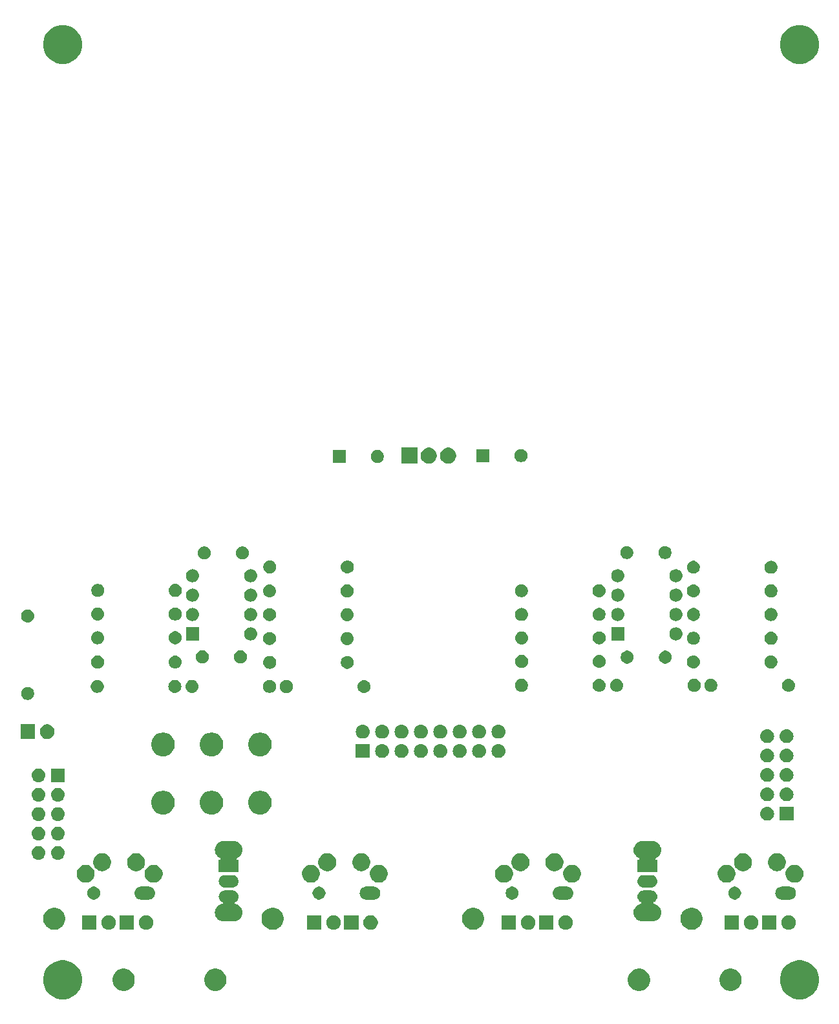
<source format=gbr>
G04 #@! TF.GenerationSoftware,KiCad,Pcbnew,(5.1.2)-1*
G04 #@! TF.CreationDate,2021-02-28T11:05:55-08:00*
G04 #@! TF.ProjectId,PBJ EU,50424a20-4555-42e6-9b69-6361645f7063,rev?*
G04 #@! TF.SameCoordinates,Original*
G04 #@! TF.FileFunction,Soldermask,Top*
G04 #@! TF.FilePolarity,Negative*
%FSLAX46Y46*%
G04 Gerber Fmt 4.6, Leading zero omitted, Abs format (unit mm)*
G04 Created by KiCad (PCBNEW (5.1.2)-1) date 2021-02-28 11:05:55*
%MOMM*%
%LPD*%
G04 APERTURE LIST*
%ADD10C,0.100000*%
G04 APERTURE END LIST*
D10*
G36*
X144764098Y-153047033D02*
G01*
X145228350Y-153239332D01*
X145228352Y-153239333D01*
X145646168Y-153518509D01*
X146001491Y-153873832D01*
X146280667Y-154291648D01*
X146280668Y-154291650D01*
X146472967Y-154755902D01*
X146571000Y-155248747D01*
X146571000Y-155751253D01*
X146472967Y-156244098D01*
X146398052Y-156424959D01*
X146280667Y-156708352D01*
X146001491Y-157126168D01*
X145646168Y-157481491D01*
X145228352Y-157760667D01*
X145228351Y-157760668D01*
X145228350Y-157760668D01*
X144764098Y-157952967D01*
X144271253Y-158051000D01*
X143768747Y-158051000D01*
X143275902Y-157952967D01*
X142811650Y-157760668D01*
X142811649Y-157760668D01*
X142811648Y-157760667D01*
X142393832Y-157481491D01*
X142038509Y-157126168D01*
X141759333Y-156708352D01*
X141641948Y-156424959D01*
X141567033Y-156244098D01*
X141469000Y-155751253D01*
X141469000Y-155248747D01*
X141567033Y-154755902D01*
X141759332Y-154291650D01*
X141759333Y-154291648D01*
X142038509Y-153873832D01*
X142393832Y-153518509D01*
X142811648Y-153239333D01*
X142811650Y-153239332D01*
X143275902Y-153047033D01*
X143768747Y-152949000D01*
X144271253Y-152949000D01*
X144764098Y-153047033D01*
X144764098Y-153047033D01*
G37*
G36*
X48244098Y-153047033D02*
G01*
X48708350Y-153239332D01*
X48708352Y-153239333D01*
X49126168Y-153518509D01*
X49481491Y-153873832D01*
X49760667Y-154291648D01*
X49760668Y-154291650D01*
X49952967Y-154755902D01*
X50051000Y-155248747D01*
X50051000Y-155751253D01*
X49952967Y-156244098D01*
X49878052Y-156424959D01*
X49760667Y-156708352D01*
X49481491Y-157126168D01*
X49126168Y-157481491D01*
X48708352Y-157760667D01*
X48708351Y-157760668D01*
X48708350Y-157760668D01*
X48244098Y-157952967D01*
X47751253Y-158051000D01*
X47248747Y-158051000D01*
X46755902Y-157952967D01*
X46291650Y-157760668D01*
X46291649Y-157760668D01*
X46291648Y-157760667D01*
X45873832Y-157481491D01*
X45518509Y-157126168D01*
X45239333Y-156708352D01*
X45121948Y-156424959D01*
X45047033Y-156244098D01*
X44949000Y-155751253D01*
X44949000Y-155248747D01*
X45047033Y-154755902D01*
X45239332Y-154291650D01*
X45239333Y-154291648D01*
X45518509Y-153873832D01*
X45873832Y-153518509D01*
X46291648Y-153239333D01*
X46291650Y-153239332D01*
X46755902Y-153047033D01*
X47248747Y-152949000D01*
X47751253Y-152949000D01*
X48244098Y-153047033D01*
X48244098Y-153047033D01*
G37*
G36*
X123423241Y-154104760D02*
G01*
X123687305Y-154214139D01*
X123924958Y-154372934D01*
X124127066Y-154575042D01*
X124285861Y-154812695D01*
X124395240Y-155076759D01*
X124451000Y-155357088D01*
X124451000Y-155642912D01*
X124395240Y-155923241D01*
X124285861Y-156187305D01*
X124127066Y-156424958D01*
X123924958Y-156627066D01*
X123687305Y-156785861D01*
X123423241Y-156895240D01*
X123142912Y-156951000D01*
X122857088Y-156951000D01*
X122576759Y-156895240D01*
X122312695Y-156785861D01*
X122075042Y-156627066D01*
X121872934Y-156424958D01*
X121714139Y-156187305D01*
X121604760Y-155923241D01*
X121549000Y-155642912D01*
X121549000Y-155357088D01*
X121604760Y-155076759D01*
X121714139Y-154812695D01*
X121872934Y-154575042D01*
X122075042Y-154372934D01*
X122312695Y-154214139D01*
X122576759Y-154104760D01*
X122857088Y-154049000D01*
X123142912Y-154049000D01*
X123423241Y-154104760D01*
X123423241Y-154104760D01*
G37*
G36*
X135423241Y-154104760D02*
G01*
X135687305Y-154214139D01*
X135924958Y-154372934D01*
X136127066Y-154575042D01*
X136285861Y-154812695D01*
X136395240Y-155076759D01*
X136451000Y-155357088D01*
X136451000Y-155642912D01*
X136395240Y-155923241D01*
X136285861Y-156187305D01*
X136127066Y-156424958D01*
X135924958Y-156627066D01*
X135687305Y-156785861D01*
X135423241Y-156895240D01*
X135142912Y-156951000D01*
X134857088Y-156951000D01*
X134576759Y-156895240D01*
X134312695Y-156785861D01*
X134075042Y-156627066D01*
X133872934Y-156424958D01*
X133714139Y-156187305D01*
X133604760Y-155923241D01*
X133549000Y-155642912D01*
X133549000Y-155357088D01*
X133604760Y-155076759D01*
X133714139Y-154812695D01*
X133872934Y-154575042D01*
X134075042Y-154372934D01*
X134312695Y-154214139D01*
X134576759Y-154104760D01*
X134857088Y-154049000D01*
X135142912Y-154049000D01*
X135423241Y-154104760D01*
X135423241Y-154104760D01*
G37*
G36*
X55923241Y-154104760D02*
G01*
X56187305Y-154214139D01*
X56424958Y-154372934D01*
X56627066Y-154575042D01*
X56785861Y-154812695D01*
X56895240Y-155076759D01*
X56951000Y-155357088D01*
X56951000Y-155642912D01*
X56895240Y-155923241D01*
X56785861Y-156187305D01*
X56627066Y-156424958D01*
X56424958Y-156627066D01*
X56187305Y-156785861D01*
X55923241Y-156895240D01*
X55642912Y-156951000D01*
X55357088Y-156951000D01*
X55076759Y-156895240D01*
X54812695Y-156785861D01*
X54575042Y-156627066D01*
X54372934Y-156424958D01*
X54214139Y-156187305D01*
X54104760Y-155923241D01*
X54049000Y-155642912D01*
X54049000Y-155357088D01*
X54104760Y-155076759D01*
X54214139Y-154812695D01*
X54372934Y-154575042D01*
X54575042Y-154372934D01*
X54812695Y-154214139D01*
X55076759Y-154104760D01*
X55357088Y-154049000D01*
X55642912Y-154049000D01*
X55923241Y-154104760D01*
X55923241Y-154104760D01*
G37*
G36*
X67923241Y-154104760D02*
G01*
X68187305Y-154214139D01*
X68424958Y-154372934D01*
X68627066Y-154575042D01*
X68785861Y-154812695D01*
X68895240Y-155076759D01*
X68951000Y-155357088D01*
X68951000Y-155642912D01*
X68895240Y-155923241D01*
X68785861Y-156187305D01*
X68627066Y-156424958D01*
X68424958Y-156627066D01*
X68187305Y-156785861D01*
X67923241Y-156895240D01*
X67642912Y-156951000D01*
X67357088Y-156951000D01*
X67076759Y-156895240D01*
X66812695Y-156785861D01*
X66575042Y-156627066D01*
X66372934Y-156424958D01*
X66214139Y-156187305D01*
X66104760Y-155923241D01*
X66049000Y-155642912D01*
X66049000Y-155357088D01*
X66104760Y-155076759D01*
X66214139Y-154812695D01*
X66372934Y-154575042D01*
X66575042Y-154372934D01*
X66812695Y-154214139D01*
X67076759Y-154104760D01*
X67357088Y-154049000D01*
X67642912Y-154049000D01*
X67923241Y-154104760D01*
X67923241Y-154104760D01*
G37*
G36*
X83267395Y-147085546D02*
G01*
X83440466Y-147157234D01*
X83440467Y-147157235D01*
X83596227Y-147261310D01*
X83728690Y-147393773D01*
X83728691Y-147393775D01*
X83832766Y-147549534D01*
X83904454Y-147722605D01*
X83941000Y-147906333D01*
X83941000Y-148093667D01*
X83904454Y-148277395D01*
X83832766Y-148450466D01*
X83832765Y-148450467D01*
X83728690Y-148606227D01*
X83596227Y-148738690D01*
X83525632Y-148785860D01*
X83440466Y-148842766D01*
X83267395Y-148914454D01*
X83083667Y-148951000D01*
X82896333Y-148951000D01*
X82712605Y-148914454D01*
X82539534Y-148842766D01*
X82454368Y-148785860D01*
X82383773Y-148738690D01*
X82251310Y-148606227D01*
X82147235Y-148450467D01*
X82147234Y-148450466D01*
X82075546Y-148277395D01*
X82039000Y-148093667D01*
X82039000Y-147906333D01*
X82075546Y-147722605D01*
X82147234Y-147549534D01*
X82251309Y-147393775D01*
X82251310Y-147393773D01*
X82383773Y-147261310D01*
X82539533Y-147157235D01*
X82539534Y-147157234D01*
X82712605Y-147085546D01*
X82896333Y-147049000D01*
X83083667Y-147049000D01*
X83267395Y-147085546D01*
X83267395Y-147085546D01*
G37*
G36*
X101693241Y-146104760D02*
G01*
X101957305Y-146214139D01*
X102194958Y-146372934D01*
X102397066Y-146575042D01*
X102555861Y-146812695D01*
X102665240Y-147076759D01*
X102721000Y-147357088D01*
X102721000Y-147642912D01*
X102665240Y-147923241D01*
X102555861Y-148187305D01*
X102397066Y-148424958D01*
X102194958Y-148627066D01*
X101957305Y-148785861D01*
X101693241Y-148895240D01*
X101412912Y-148951000D01*
X101127088Y-148951000D01*
X100846759Y-148895240D01*
X100582695Y-148785861D01*
X100345042Y-148627066D01*
X100142934Y-148424958D01*
X99984139Y-148187305D01*
X99874760Y-147923241D01*
X99819000Y-147642912D01*
X99819000Y-147357088D01*
X99874760Y-147076759D01*
X99984139Y-146812695D01*
X100142934Y-146575042D01*
X100345042Y-146372934D01*
X100582695Y-146214139D01*
X100846759Y-146104760D01*
X101127088Y-146049000D01*
X101412912Y-146049000D01*
X101693241Y-146104760D01*
X101693241Y-146104760D01*
G37*
G36*
X75423241Y-146104760D02*
G01*
X75687305Y-146214139D01*
X75924958Y-146372934D01*
X76127066Y-146575042D01*
X76285861Y-146812695D01*
X76395240Y-147076759D01*
X76451000Y-147357088D01*
X76451000Y-147642912D01*
X76395240Y-147923241D01*
X76285861Y-148187305D01*
X76127066Y-148424958D01*
X75924958Y-148627066D01*
X75687305Y-148785861D01*
X75423241Y-148895240D01*
X75142912Y-148951000D01*
X74857088Y-148951000D01*
X74576759Y-148895240D01*
X74312695Y-148785861D01*
X74075042Y-148627066D01*
X73872934Y-148424958D01*
X73714139Y-148187305D01*
X73604760Y-147923241D01*
X73549000Y-147642912D01*
X73549000Y-147357088D01*
X73604760Y-147076759D01*
X73714139Y-146812695D01*
X73872934Y-146575042D01*
X74075042Y-146372934D01*
X74312695Y-146214139D01*
X74576759Y-146104760D01*
X74857088Y-146049000D01*
X75142912Y-146049000D01*
X75423241Y-146104760D01*
X75423241Y-146104760D01*
G37*
G36*
X46823241Y-146104760D02*
G01*
X47087305Y-146214139D01*
X47324958Y-146372934D01*
X47527066Y-146575042D01*
X47685861Y-146812695D01*
X47795240Y-147076759D01*
X47851000Y-147357088D01*
X47851000Y-147642912D01*
X47795240Y-147923241D01*
X47685861Y-148187305D01*
X47527066Y-148424958D01*
X47324958Y-148627066D01*
X47087305Y-148785861D01*
X46823241Y-148895240D01*
X46542912Y-148951000D01*
X46257088Y-148951000D01*
X45976759Y-148895240D01*
X45712695Y-148785861D01*
X45475042Y-148627066D01*
X45272934Y-148424958D01*
X45114139Y-148187305D01*
X45004760Y-147923241D01*
X44949000Y-147642912D01*
X44949000Y-147357088D01*
X45004760Y-147076759D01*
X45114139Y-146812695D01*
X45272934Y-146575042D01*
X45475042Y-146372934D01*
X45712695Y-146214139D01*
X45976759Y-146104760D01*
X46257088Y-146049000D01*
X46542912Y-146049000D01*
X46823241Y-146104760D01*
X46823241Y-146104760D01*
G37*
G36*
X51951000Y-148951000D02*
G01*
X50049000Y-148951000D01*
X50049000Y-147049000D01*
X51951000Y-147049000D01*
X51951000Y-148951000D01*
X51951000Y-148951000D01*
G37*
G36*
X53817395Y-147085546D02*
G01*
X53990466Y-147157234D01*
X53990467Y-147157235D01*
X54146227Y-147261310D01*
X54278690Y-147393773D01*
X54278691Y-147393775D01*
X54382766Y-147549534D01*
X54454454Y-147722605D01*
X54491000Y-147906333D01*
X54491000Y-148093667D01*
X54454454Y-148277395D01*
X54382766Y-148450466D01*
X54382765Y-148450467D01*
X54278690Y-148606227D01*
X54146227Y-148738690D01*
X54075632Y-148785860D01*
X53990466Y-148842766D01*
X53817395Y-148914454D01*
X53633667Y-148951000D01*
X53446333Y-148951000D01*
X53262605Y-148914454D01*
X53089534Y-148842766D01*
X53004368Y-148785860D01*
X52933773Y-148738690D01*
X52801310Y-148606227D01*
X52697235Y-148450467D01*
X52697234Y-148450466D01*
X52625546Y-148277395D01*
X52589000Y-148093667D01*
X52589000Y-147906333D01*
X52625546Y-147722605D01*
X52697234Y-147549534D01*
X52801309Y-147393775D01*
X52801310Y-147393773D01*
X52933773Y-147261310D01*
X53089533Y-147157235D01*
X53089534Y-147157234D01*
X53262605Y-147085546D01*
X53446333Y-147049000D01*
X53633667Y-147049000D01*
X53817395Y-147085546D01*
X53817395Y-147085546D01*
G37*
G36*
X106901000Y-148951000D02*
G01*
X104999000Y-148951000D01*
X104999000Y-147049000D01*
X106901000Y-147049000D01*
X106901000Y-148951000D01*
X106901000Y-148951000D01*
G37*
G36*
X108767395Y-147085546D02*
G01*
X108940466Y-147157234D01*
X108940467Y-147157235D01*
X109096227Y-147261310D01*
X109228690Y-147393773D01*
X109228691Y-147393775D01*
X109332766Y-147549534D01*
X109404454Y-147722605D01*
X109441000Y-147906333D01*
X109441000Y-148093667D01*
X109404454Y-148277395D01*
X109332766Y-148450466D01*
X109332765Y-148450467D01*
X109228690Y-148606227D01*
X109096227Y-148738690D01*
X109025632Y-148785860D01*
X108940466Y-148842766D01*
X108767395Y-148914454D01*
X108583667Y-148951000D01*
X108396333Y-148951000D01*
X108212605Y-148914454D01*
X108039534Y-148842766D01*
X107954368Y-148785860D01*
X107883773Y-148738690D01*
X107751310Y-148606227D01*
X107647235Y-148450467D01*
X107647234Y-148450466D01*
X107575546Y-148277395D01*
X107539000Y-148093667D01*
X107539000Y-147906333D01*
X107575546Y-147722605D01*
X107647234Y-147549534D01*
X107751309Y-147393775D01*
X107751310Y-147393773D01*
X107883773Y-147261310D01*
X108039533Y-147157235D01*
X108039534Y-147157234D01*
X108212605Y-147085546D01*
X108396333Y-147049000D01*
X108583667Y-147049000D01*
X108767395Y-147085546D01*
X108767395Y-147085546D01*
G37*
G36*
X88117395Y-147085546D02*
G01*
X88290466Y-147157234D01*
X88290467Y-147157235D01*
X88446227Y-147261310D01*
X88578690Y-147393773D01*
X88578691Y-147393775D01*
X88682766Y-147549534D01*
X88754454Y-147722605D01*
X88791000Y-147906333D01*
X88791000Y-148093667D01*
X88754454Y-148277395D01*
X88682766Y-148450466D01*
X88682765Y-148450467D01*
X88578690Y-148606227D01*
X88446227Y-148738690D01*
X88375632Y-148785860D01*
X88290466Y-148842766D01*
X88117395Y-148914454D01*
X87933667Y-148951000D01*
X87746333Y-148951000D01*
X87562605Y-148914454D01*
X87389534Y-148842766D01*
X87304368Y-148785860D01*
X87233773Y-148738690D01*
X87101310Y-148606227D01*
X86997235Y-148450467D01*
X86997234Y-148450466D01*
X86925546Y-148277395D01*
X86889000Y-148093667D01*
X86889000Y-147906333D01*
X86925546Y-147722605D01*
X86997234Y-147549534D01*
X87101309Y-147393775D01*
X87101310Y-147393773D01*
X87233773Y-147261310D01*
X87389533Y-147157235D01*
X87389534Y-147157234D01*
X87562605Y-147085546D01*
X87746333Y-147049000D01*
X87933667Y-147049000D01*
X88117395Y-147085546D01*
X88117395Y-147085546D01*
G37*
G36*
X86251000Y-148951000D02*
G01*
X84349000Y-148951000D01*
X84349000Y-147049000D01*
X86251000Y-147049000D01*
X86251000Y-148951000D01*
X86251000Y-148951000D01*
G37*
G36*
X81401000Y-148951000D02*
G01*
X79499000Y-148951000D01*
X79499000Y-147049000D01*
X81401000Y-147049000D01*
X81401000Y-148951000D01*
X81401000Y-148951000D01*
G37*
G36*
X142867395Y-147085546D02*
G01*
X143040466Y-147157234D01*
X143040467Y-147157235D01*
X143196227Y-147261310D01*
X143328690Y-147393773D01*
X143328691Y-147393775D01*
X143432766Y-147549534D01*
X143504454Y-147722605D01*
X143541000Y-147906333D01*
X143541000Y-148093667D01*
X143504454Y-148277395D01*
X143432766Y-148450466D01*
X143432765Y-148450467D01*
X143328690Y-148606227D01*
X143196227Y-148738690D01*
X143125632Y-148785860D01*
X143040466Y-148842766D01*
X142867395Y-148914454D01*
X142683667Y-148951000D01*
X142496333Y-148951000D01*
X142312605Y-148914454D01*
X142139534Y-148842766D01*
X142054368Y-148785860D01*
X141983773Y-148738690D01*
X141851310Y-148606227D01*
X141747235Y-148450467D01*
X141747234Y-148450466D01*
X141675546Y-148277395D01*
X141639000Y-148093667D01*
X141639000Y-147906333D01*
X141675546Y-147722605D01*
X141747234Y-147549534D01*
X141851309Y-147393775D01*
X141851310Y-147393773D01*
X141983773Y-147261310D01*
X142139533Y-147157235D01*
X142139534Y-147157234D01*
X142312605Y-147085546D01*
X142496333Y-147049000D01*
X142683667Y-147049000D01*
X142867395Y-147085546D01*
X142867395Y-147085546D01*
G37*
G36*
X141001000Y-148951000D02*
G01*
X139099000Y-148951000D01*
X139099000Y-147049000D01*
X141001000Y-147049000D01*
X141001000Y-148951000D01*
X141001000Y-148951000D01*
G37*
G36*
X130293241Y-146104760D02*
G01*
X130557305Y-146214139D01*
X130794958Y-146372934D01*
X130997066Y-146575042D01*
X131155861Y-146812695D01*
X131265240Y-147076759D01*
X131321000Y-147357088D01*
X131321000Y-147642912D01*
X131265240Y-147923241D01*
X131155861Y-148187305D01*
X130997066Y-148424958D01*
X130794958Y-148627066D01*
X130557305Y-148785861D01*
X130293241Y-148895240D01*
X130012912Y-148951000D01*
X129727088Y-148951000D01*
X129446759Y-148895240D01*
X129182695Y-148785861D01*
X128945042Y-148627066D01*
X128742934Y-148424958D01*
X128584139Y-148187305D01*
X128474760Y-147923241D01*
X128419000Y-147642912D01*
X128419000Y-147357088D01*
X128474760Y-147076759D01*
X128584139Y-146812695D01*
X128742934Y-146575042D01*
X128945042Y-146372934D01*
X129182695Y-146214139D01*
X129446759Y-146104760D01*
X129727088Y-146049000D01*
X130012912Y-146049000D01*
X130293241Y-146104760D01*
X130293241Y-146104760D01*
G37*
G36*
X56851000Y-148951000D02*
G01*
X54949000Y-148951000D01*
X54949000Y-147049000D01*
X56851000Y-147049000D01*
X56851000Y-148951000D01*
X56851000Y-148951000D01*
G37*
G36*
X113667395Y-147085546D02*
G01*
X113840466Y-147157234D01*
X113840467Y-147157235D01*
X113996227Y-147261310D01*
X114128690Y-147393773D01*
X114128691Y-147393775D01*
X114232766Y-147549534D01*
X114304454Y-147722605D01*
X114341000Y-147906333D01*
X114341000Y-148093667D01*
X114304454Y-148277395D01*
X114232766Y-148450466D01*
X114232765Y-148450467D01*
X114128690Y-148606227D01*
X113996227Y-148738690D01*
X113925632Y-148785860D01*
X113840466Y-148842766D01*
X113667395Y-148914454D01*
X113483667Y-148951000D01*
X113296333Y-148951000D01*
X113112605Y-148914454D01*
X112939534Y-148842766D01*
X112854368Y-148785860D01*
X112783773Y-148738690D01*
X112651310Y-148606227D01*
X112547235Y-148450467D01*
X112547234Y-148450466D01*
X112475546Y-148277395D01*
X112439000Y-148093667D01*
X112439000Y-147906333D01*
X112475546Y-147722605D01*
X112547234Y-147549534D01*
X112651309Y-147393775D01*
X112651310Y-147393773D01*
X112783773Y-147261310D01*
X112939533Y-147157235D01*
X112939534Y-147157234D01*
X113112605Y-147085546D01*
X113296333Y-147049000D01*
X113483667Y-147049000D01*
X113667395Y-147085546D01*
X113667395Y-147085546D01*
G37*
G36*
X111801000Y-148951000D02*
G01*
X109899000Y-148951000D01*
X109899000Y-147049000D01*
X111801000Y-147049000D01*
X111801000Y-148951000D01*
X111801000Y-148951000D01*
G37*
G36*
X136101000Y-148951000D02*
G01*
X134199000Y-148951000D01*
X134199000Y-147049000D01*
X136101000Y-147049000D01*
X136101000Y-148951000D01*
X136101000Y-148951000D01*
G37*
G36*
X58717395Y-147085546D02*
G01*
X58890466Y-147157234D01*
X58890467Y-147157235D01*
X59046227Y-147261310D01*
X59178690Y-147393773D01*
X59178691Y-147393775D01*
X59282766Y-147549534D01*
X59354454Y-147722605D01*
X59391000Y-147906333D01*
X59391000Y-148093667D01*
X59354454Y-148277395D01*
X59282766Y-148450466D01*
X59282765Y-148450467D01*
X59178690Y-148606227D01*
X59046227Y-148738690D01*
X58975632Y-148785860D01*
X58890466Y-148842766D01*
X58717395Y-148914454D01*
X58533667Y-148951000D01*
X58346333Y-148951000D01*
X58162605Y-148914454D01*
X57989534Y-148842766D01*
X57904368Y-148785860D01*
X57833773Y-148738690D01*
X57701310Y-148606227D01*
X57597235Y-148450467D01*
X57597234Y-148450466D01*
X57525546Y-148277395D01*
X57489000Y-148093667D01*
X57489000Y-147906333D01*
X57525546Y-147722605D01*
X57597234Y-147549534D01*
X57701309Y-147393775D01*
X57701310Y-147393773D01*
X57833773Y-147261310D01*
X57989533Y-147157235D01*
X57989534Y-147157234D01*
X58162605Y-147085546D01*
X58346333Y-147049000D01*
X58533667Y-147049000D01*
X58717395Y-147085546D01*
X58717395Y-147085546D01*
G37*
G36*
X137967395Y-147085546D02*
G01*
X138140466Y-147157234D01*
X138140467Y-147157235D01*
X138296227Y-147261310D01*
X138428690Y-147393773D01*
X138428691Y-147393775D01*
X138532766Y-147549534D01*
X138604454Y-147722605D01*
X138641000Y-147906333D01*
X138641000Y-148093667D01*
X138604454Y-148277395D01*
X138532766Y-148450466D01*
X138532765Y-148450467D01*
X138428690Y-148606227D01*
X138296227Y-148738690D01*
X138225632Y-148785860D01*
X138140466Y-148842766D01*
X137967395Y-148914454D01*
X137783667Y-148951000D01*
X137596333Y-148951000D01*
X137412605Y-148914454D01*
X137239534Y-148842766D01*
X137154368Y-148785860D01*
X137083773Y-148738690D01*
X136951310Y-148606227D01*
X136847235Y-148450467D01*
X136847234Y-148450466D01*
X136775546Y-148277395D01*
X136739000Y-148093667D01*
X136739000Y-147906333D01*
X136775546Y-147722605D01*
X136847234Y-147549534D01*
X136951309Y-147393775D01*
X136951310Y-147393773D01*
X137083773Y-147261310D01*
X137239533Y-147157235D01*
X137239534Y-147157234D01*
X137412605Y-147085546D01*
X137596333Y-147049000D01*
X137783667Y-147049000D01*
X137967395Y-147085546D01*
X137967395Y-147085546D01*
G37*
G36*
X69828571Y-143802863D02*
G01*
X69907023Y-143810590D01*
X70007682Y-143841125D01*
X70058013Y-143856392D01*
X70197165Y-143930771D01*
X70319133Y-144030867D01*
X70419229Y-144152835D01*
X70493608Y-144291987D01*
X70493608Y-144291988D01*
X70539410Y-144442977D01*
X70554875Y-144600000D01*
X70539410Y-144757023D01*
X70508875Y-144857682D01*
X70493608Y-144908013D01*
X70419229Y-145047165D01*
X70319133Y-145169133D01*
X70197165Y-145269229D01*
X70081161Y-145331235D01*
X70060787Y-145344849D01*
X70043460Y-145362176D01*
X70029846Y-145382550D01*
X70020469Y-145405189D01*
X70015689Y-145429223D01*
X70015689Y-145453727D01*
X70020470Y-145477760D01*
X70029847Y-145500399D01*
X70043461Y-145520773D01*
X70060788Y-145538100D01*
X70081162Y-145551714D01*
X70103801Y-145561091D01*
X70123516Y-145565012D01*
X70125631Y-145565654D01*
X70125635Y-145565654D01*
X70342600Y-145631470D01*
X70342602Y-145631471D01*
X70542555Y-145738347D01*
X70717818Y-145882182D01*
X70861653Y-146057445D01*
X70945407Y-146214139D01*
X70968530Y-146257400D01*
X71034346Y-146474365D01*
X71056569Y-146700000D01*
X71034346Y-146925635D01*
X70988503Y-147076759D01*
X70968529Y-147142602D01*
X70861653Y-147342555D01*
X70717818Y-147517818D01*
X70542555Y-147661653D01*
X70342602Y-147768529D01*
X70342600Y-147768530D01*
X70125635Y-147834346D01*
X70069271Y-147839897D01*
X69956545Y-147851000D01*
X68543455Y-147851000D01*
X68430729Y-147839897D01*
X68374365Y-147834346D01*
X68157400Y-147768530D01*
X68157398Y-147768529D01*
X67957445Y-147661653D01*
X67782182Y-147517818D01*
X67638347Y-147342555D01*
X67531471Y-147142602D01*
X67511498Y-147076759D01*
X67465654Y-146925635D01*
X67443431Y-146700000D01*
X67465654Y-146474365D01*
X67531470Y-146257400D01*
X67554593Y-146214139D01*
X67638347Y-146057445D01*
X67782182Y-145882182D01*
X67957445Y-145738347D01*
X68157398Y-145631471D01*
X68157400Y-145631470D01*
X68374365Y-145565654D01*
X68374369Y-145565654D01*
X68376484Y-145565012D01*
X68396197Y-145561091D01*
X68418836Y-145551715D01*
X68439210Y-145538101D01*
X68456538Y-145520775D01*
X68470152Y-145500401D01*
X68479530Y-145477762D01*
X68484311Y-145453729D01*
X68484311Y-145429225D01*
X68479531Y-145405191D01*
X68470155Y-145382552D01*
X68456541Y-145362178D01*
X68439215Y-145344850D01*
X68418839Y-145331235D01*
X68302835Y-145269229D01*
X68180867Y-145169133D01*
X68080771Y-145047165D01*
X68006392Y-144908013D01*
X67991125Y-144857682D01*
X67960590Y-144757023D01*
X67945125Y-144600000D01*
X67960590Y-144442977D01*
X68006392Y-144291988D01*
X68006392Y-144291987D01*
X68080771Y-144152835D01*
X68180867Y-144030867D01*
X68302835Y-143930771D01*
X68441987Y-143856392D01*
X68492318Y-143841125D01*
X68592977Y-143810590D01*
X68671429Y-143802863D01*
X68710654Y-143799000D01*
X69789346Y-143799000D01*
X69828571Y-143802863D01*
X69828571Y-143802863D01*
G37*
G36*
X124678571Y-143802863D02*
G01*
X124757023Y-143810590D01*
X124857682Y-143841125D01*
X124908013Y-143856392D01*
X125047165Y-143930771D01*
X125169133Y-144030867D01*
X125269229Y-144152835D01*
X125343608Y-144291987D01*
X125343608Y-144291988D01*
X125389410Y-144442977D01*
X125404875Y-144600000D01*
X125389410Y-144757023D01*
X125358875Y-144857682D01*
X125343608Y-144908013D01*
X125269229Y-145047165D01*
X125169133Y-145169133D01*
X125047165Y-145269229D01*
X124931161Y-145331235D01*
X124910787Y-145344849D01*
X124893460Y-145362176D01*
X124879846Y-145382550D01*
X124870469Y-145405189D01*
X124865689Y-145429223D01*
X124865689Y-145453727D01*
X124870470Y-145477760D01*
X124879847Y-145500399D01*
X124893461Y-145520773D01*
X124910788Y-145538100D01*
X124931162Y-145551714D01*
X124953801Y-145561091D01*
X124973516Y-145565012D01*
X124975631Y-145565654D01*
X124975635Y-145565654D01*
X125192600Y-145631470D01*
X125192602Y-145631471D01*
X125392555Y-145738347D01*
X125567818Y-145882182D01*
X125711653Y-146057445D01*
X125795407Y-146214139D01*
X125818530Y-146257400D01*
X125884346Y-146474365D01*
X125906569Y-146700000D01*
X125884346Y-146925635D01*
X125838503Y-147076759D01*
X125818529Y-147142602D01*
X125711653Y-147342555D01*
X125567818Y-147517818D01*
X125392555Y-147661653D01*
X125192602Y-147768529D01*
X125192600Y-147768530D01*
X124975635Y-147834346D01*
X124919271Y-147839897D01*
X124806545Y-147851000D01*
X123393455Y-147851000D01*
X123280729Y-147839897D01*
X123224365Y-147834346D01*
X123007400Y-147768530D01*
X123007398Y-147768529D01*
X122807445Y-147661653D01*
X122632182Y-147517818D01*
X122488347Y-147342555D01*
X122381471Y-147142602D01*
X122361498Y-147076759D01*
X122315654Y-146925635D01*
X122293431Y-146700000D01*
X122315654Y-146474365D01*
X122381470Y-146257400D01*
X122404593Y-146214139D01*
X122488347Y-146057445D01*
X122632182Y-145882182D01*
X122807445Y-145738347D01*
X123007398Y-145631471D01*
X123007400Y-145631470D01*
X123224365Y-145565654D01*
X123224369Y-145565654D01*
X123226484Y-145565012D01*
X123246197Y-145561091D01*
X123268836Y-145551715D01*
X123289210Y-145538101D01*
X123306538Y-145520775D01*
X123320152Y-145500401D01*
X123329530Y-145477762D01*
X123334311Y-145453729D01*
X123334311Y-145429225D01*
X123329531Y-145405191D01*
X123320155Y-145382552D01*
X123306541Y-145362178D01*
X123289215Y-145344850D01*
X123268839Y-145331235D01*
X123152835Y-145269229D01*
X123030867Y-145169133D01*
X122930771Y-145047165D01*
X122856392Y-144908013D01*
X122841125Y-144857682D01*
X122810590Y-144757023D01*
X122795125Y-144600000D01*
X122810590Y-144442977D01*
X122856392Y-144291988D01*
X122856392Y-144291987D01*
X122930771Y-144152835D01*
X123030867Y-144030867D01*
X123152835Y-143930771D01*
X123291987Y-143856392D01*
X123342318Y-143841125D01*
X123442977Y-143810590D01*
X123521429Y-143802863D01*
X123560654Y-143799000D01*
X124639346Y-143799000D01*
X124678571Y-143802863D01*
X124678571Y-143802863D01*
G37*
G36*
X51828228Y-143331703D02*
G01*
X51983100Y-143395853D01*
X52122481Y-143488985D01*
X52241015Y-143607519D01*
X52334147Y-143746900D01*
X52398297Y-143901772D01*
X52431000Y-144066184D01*
X52431000Y-144233816D01*
X52398297Y-144398228D01*
X52334147Y-144553100D01*
X52241015Y-144692481D01*
X52122481Y-144811015D01*
X51983100Y-144904147D01*
X51828228Y-144968297D01*
X51663816Y-145001000D01*
X51496184Y-145001000D01*
X51331772Y-144968297D01*
X51176900Y-144904147D01*
X51037519Y-144811015D01*
X50918985Y-144692481D01*
X50825853Y-144553100D01*
X50761703Y-144398228D01*
X50729000Y-144233816D01*
X50729000Y-144066184D01*
X50761703Y-143901772D01*
X50825853Y-143746900D01*
X50918985Y-143607519D01*
X51037519Y-143488985D01*
X51176900Y-143395853D01*
X51331772Y-143331703D01*
X51496184Y-143299000D01*
X51663816Y-143299000D01*
X51828228Y-143331703D01*
X51828228Y-143331703D01*
G37*
G36*
X58926823Y-143311313D02*
G01*
X59087242Y-143359976D01*
X59154361Y-143395852D01*
X59235078Y-143438996D01*
X59364659Y-143545341D01*
X59471004Y-143674922D01*
X59471005Y-143674924D01*
X59550024Y-143822758D01*
X59598687Y-143983177D01*
X59615117Y-144150000D01*
X59598687Y-144316823D01*
X59550024Y-144477242D01*
X59509477Y-144553100D01*
X59471004Y-144625078D01*
X59364659Y-144754659D01*
X59235078Y-144861004D01*
X59235076Y-144861005D01*
X59087242Y-144940024D01*
X58926823Y-144988687D01*
X58801804Y-145001000D01*
X57718196Y-145001000D01*
X57593177Y-144988687D01*
X57432758Y-144940024D01*
X57284924Y-144861005D01*
X57284922Y-144861004D01*
X57155341Y-144754659D01*
X57048996Y-144625078D01*
X57010523Y-144553100D01*
X56969976Y-144477242D01*
X56921313Y-144316823D01*
X56904883Y-144150000D01*
X56921313Y-143983177D01*
X56969976Y-143822758D01*
X57048995Y-143674924D01*
X57048996Y-143674922D01*
X57155341Y-143545341D01*
X57284922Y-143438996D01*
X57365639Y-143395852D01*
X57432758Y-143359976D01*
X57593177Y-143311313D01*
X57718196Y-143299000D01*
X58801804Y-143299000D01*
X58926823Y-143311313D01*
X58926823Y-143311313D01*
G37*
G36*
X81328228Y-143331703D02*
G01*
X81483100Y-143395853D01*
X81622481Y-143488985D01*
X81741015Y-143607519D01*
X81834147Y-143746900D01*
X81898297Y-143901772D01*
X81931000Y-144066184D01*
X81931000Y-144233816D01*
X81898297Y-144398228D01*
X81834147Y-144553100D01*
X81741015Y-144692481D01*
X81622481Y-144811015D01*
X81483100Y-144904147D01*
X81328228Y-144968297D01*
X81163816Y-145001000D01*
X80996184Y-145001000D01*
X80831772Y-144968297D01*
X80676900Y-144904147D01*
X80537519Y-144811015D01*
X80418985Y-144692481D01*
X80325853Y-144553100D01*
X80261703Y-144398228D01*
X80229000Y-144233816D01*
X80229000Y-144066184D01*
X80261703Y-143901772D01*
X80325853Y-143746900D01*
X80418985Y-143607519D01*
X80537519Y-143488985D01*
X80676900Y-143395853D01*
X80831772Y-143331703D01*
X80996184Y-143299000D01*
X81163816Y-143299000D01*
X81328228Y-143331703D01*
X81328228Y-143331703D01*
G37*
G36*
X142876823Y-143311313D02*
G01*
X143037242Y-143359976D01*
X143104361Y-143395852D01*
X143185078Y-143438996D01*
X143314659Y-143545341D01*
X143421004Y-143674922D01*
X143421005Y-143674924D01*
X143500024Y-143822758D01*
X143548687Y-143983177D01*
X143565117Y-144150000D01*
X143548687Y-144316823D01*
X143500024Y-144477242D01*
X143459477Y-144553100D01*
X143421004Y-144625078D01*
X143314659Y-144754659D01*
X143185078Y-144861004D01*
X143185076Y-144861005D01*
X143037242Y-144940024D01*
X142876823Y-144988687D01*
X142751804Y-145001000D01*
X141668196Y-145001000D01*
X141543177Y-144988687D01*
X141382758Y-144940024D01*
X141234924Y-144861005D01*
X141234922Y-144861004D01*
X141105341Y-144754659D01*
X140998996Y-144625078D01*
X140960523Y-144553100D01*
X140919976Y-144477242D01*
X140871313Y-144316823D01*
X140854883Y-144150000D01*
X140871313Y-143983177D01*
X140919976Y-143822758D01*
X140998995Y-143674924D01*
X140998996Y-143674922D01*
X141105341Y-143545341D01*
X141234922Y-143438996D01*
X141315639Y-143395852D01*
X141382758Y-143359976D01*
X141543177Y-143311313D01*
X141668196Y-143299000D01*
X142751804Y-143299000D01*
X142876823Y-143311313D01*
X142876823Y-143311313D01*
G37*
G36*
X135778228Y-143331703D02*
G01*
X135933100Y-143395853D01*
X136072481Y-143488985D01*
X136191015Y-143607519D01*
X136284147Y-143746900D01*
X136348297Y-143901772D01*
X136381000Y-144066184D01*
X136381000Y-144233816D01*
X136348297Y-144398228D01*
X136284147Y-144553100D01*
X136191015Y-144692481D01*
X136072481Y-144811015D01*
X135933100Y-144904147D01*
X135778228Y-144968297D01*
X135613816Y-145001000D01*
X135446184Y-145001000D01*
X135281772Y-144968297D01*
X135126900Y-144904147D01*
X134987519Y-144811015D01*
X134868985Y-144692481D01*
X134775853Y-144553100D01*
X134711703Y-144398228D01*
X134679000Y-144233816D01*
X134679000Y-144066184D01*
X134711703Y-143901772D01*
X134775853Y-143746900D01*
X134868985Y-143607519D01*
X134987519Y-143488985D01*
X135126900Y-143395853D01*
X135281772Y-143331703D01*
X135446184Y-143299000D01*
X135613816Y-143299000D01*
X135778228Y-143331703D01*
X135778228Y-143331703D01*
G37*
G36*
X88426823Y-143311313D02*
G01*
X88587242Y-143359976D01*
X88654361Y-143395852D01*
X88735078Y-143438996D01*
X88864659Y-143545341D01*
X88971004Y-143674922D01*
X88971005Y-143674924D01*
X89050024Y-143822758D01*
X89098687Y-143983177D01*
X89115117Y-144150000D01*
X89098687Y-144316823D01*
X89050024Y-144477242D01*
X89009477Y-144553100D01*
X88971004Y-144625078D01*
X88864659Y-144754659D01*
X88735078Y-144861004D01*
X88735076Y-144861005D01*
X88587242Y-144940024D01*
X88426823Y-144988687D01*
X88301804Y-145001000D01*
X87218196Y-145001000D01*
X87093177Y-144988687D01*
X86932758Y-144940024D01*
X86784924Y-144861005D01*
X86784922Y-144861004D01*
X86655341Y-144754659D01*
X86548996Y-144625078D01*
X86510523Y-144553100D01*
X86469976Y-144477242D01*
X86421313Y-144316823D01*
X86404883Y-144150000D01*
X86421313Y-143983177D01*
X86469976Y-143822758D01*
X86548995Y-143674924D01*
X86548996Y-143674922D01*
X86655341Y-143545341D01*
X86784922Y-143438996D01*
X86865639Y-143395852D01*
X86932758Y-143359976D01*
X87093177Y-143311313D01*
X87218196Y-143299000D01*
X88301804Y-143299000D01*
X88426823Y-143311313D01*
X88426823Y-143311313D01*
G37*
G36*
X113726823Y-143311313D02*
G01*
X113887242Y-143359976D01*
X113954361Y-143395852D01*
X114035078Y-143438996D01*
X114164659Y-143545341D01*
X114271004Y-143674922D01*
X114271005Y-143674924D01*
X114350024Y-143822758D01*
X114398687Y-143983177D01*
X114415117Y-144150000D01*
X114398687Y-144316823D01*
X114350024Y-144477242D01*
X114309477Y-144553100D01*
X114271004Y-144625078D01*
X114164659Y-144754659D01*
X114035078Y-144861004D01*
X114035076Y-144861005D01*
X113887242Y-144940024D01*
X113726823Y-144988687D01*
X113601804Y-145001000D01*
X112518196Y-145001000D01*
X112393177Y-144988687D01*
X112232758Y-144940024D01*
X112084924Y-144861005D01*
X112084922Y-144861004D01*
X111955341Y-144754659D01*
X111848996Y-144625078D01*
X111810523Y-144553100D01*
X111769976Y-144477242D01*
X111721313Y-144316823D01*
X111704883Y-144150000D01*
X111721313Y-143983177D01*
X111769976Y-143822758D01*
X111848995Y-143674924D01*
X111848996Y-143674922D01*
X111955341Y-143545341D01*
X112084922Y-143438996D01*
X112165639Y-143395852D01*
X112232758Y-143359976D01*
X112393177Y-143311313D01*
X112518196Y-143299000D01*
X113601804Y-143299000D01*
X113726823Y-143311313D01*
X113726823Y-143311313D01*
G37*
G36*
X106628228Y-143331703D02*
G01*
X106783100Y-143395853D01*
X106922481Y-143488985D01*
X107041015Y-143607519D01*
X107134147Y-143746900D01*
X107198297Y-143901772D01*
X107231000Y-144066184D01*
X107231000Y-144233816D01*
X107198297Y-144398228D01*
X107134147Y-144553100D01*
X107041015Y-144692481D01*
X106922481Y-144811015D01*
X106783100Y-144904147D01*
X106628228Y-144968297D01*
X106463816Y-145001000D01*
X106296184Y-145001000D01*
X106131772Y-144968297D01*
X105976900Y-144904147D01*
X105837519Y-144811015D01*
X105718985Y-144692481D01*
X105625853Y-144553100D01*
X105561703Y-144398228D01*
X105529000Y-144233816D01*
X105529000Y-144066184D01*
X105561703Y-143901772D01*
X105625853Y-143746900D01*
X105718985Y-143607519D01*
X105837519Y-143488985D01*
X105976900Y-143395853D01*
X106131772Y-143331703D01*
X106296184Y-143299000D01*
X106463816Y-143299000D01*
X106628228Y-143331703D01*
X106628228Y-143331703D01*
G37*
G36*
X124678571Y-141802863D02*
G01*
X124757023Y-141810590D01*
X124857682Y-141841125D01*
X124908013Y-141856392D01*
X125047165Y-141930771D01*
X125169133Y-142030867D01*
X125269229Y-142152835D01*
X125343608Y-142291987D01*
X125343608Y-142291988D01*
X125389410Y-142442977D01*
X125404875Y-142600000D01*
X125389410Y-142757023D01*
X125383653Y-142776000D01*
X125343608Y-142908013D01*
X125269229Y-143047165D01*
X125169133Y-143169133D01*
X125047165Y-143269229D01*
X124908013Y-143343608D01*
X124857682Y-143358875D01*
X124757023Y-143389410D01*
X124678571Y-143397137D01*
X124639346Y-143401000D01*
X123560654Y-143401000D01*
X123521429Y-143397137D01*
X123442977Y-143389410D01*
X123342318Y-143358875D01*
X123291987Y-143343608D01*
X123152835Y-143269229D01*
X123030867Y-143169133D01*
X122930771Y-143047165D01*
X122856392Y-142908013D01*
X122816347Y-142776000D01*
X122810590Y-142757023D01*
X122795125Y-142600000D01*
X122810590Y-142442977D01*
X122856392Y-142291988D01*
X122856392Y-142291987D01*
X122930771Y-142152835D01*
X123030867Y-142030867D01*
X123152835Y-141930771D01*
X123291987Y-141856392D01*
X123342318Y-141841125D01*
X123442977Y-141810590D01*
X123521429Y-141802863D01*
X123560654Y-141799000D01*
X124639346Y-141799000D01*
X124678571Y-141802863D01*
X124678571Y-141802863D01*
G37*
G36*
X69828571Y-141802863D02*
G01*
X69907023Y-141810590D01*
X70007682Y-141841125D01*
X70058013Y-141856392D01*
X70197165Y-141930771D01*
X70319133Y-142030867D01*
X70419229Y-142152835D01*
X70493608Y-142291987D01*
X70493608Y-142291988D01*
X70539410Y-142442977D01*
X70554875Y-142600000D01*
X70539410Y-142757023D01*
X70533653Y-142776000D01*
X70493608Y-142908013D01*
X70419229Y-143047165D01*
X70319133Y-143169133D01*
X70197165Y-143269229D01*
X70058013Y-143343608D01*
X70007682Y-143358875D01*
X69907023Y-143389410D01*
X69828571Y-143397137D01*
X69789346Y-143401000D01*
X68710654Y-143401000D01*
X68671429Y-143397137D01*
X68592977Y-143389410D01*
X68492318Y-143358875D01*
X68441987Y-143343608D01*
X68302835Y-143269229D01*
X68180867Y-143169133D01*
X68080771Y-143047165D01*
X68006392Y-142908013D01*
X67966347Y-142776000D01*
X67960590Y-142757023D01*
X67945125Y-142600000D01*
X67960590Y-142442977D01*
X68006392Y-142291988D01*
X68006392Y-142291987D01*
X68080771Y-142152835D01*
X68180867Y-142030867D01*
X68302835Y-141930771D01*
X68441987Y-141856392D01*
X68492318Y-141841125D01*
X68592977Y-141810590D01*
X68671429Y-141802863D01*
X68710654Y-141799000D01*
X69789346Y-141799000D01*
X69828571Y-141802863D01*
X69828571Y-141802863D01*
G37*
G36*
X59611560Y-140439064D02*
G01*
X59763027Y-140469193D01*
X59977045Y-140557842D01*
X59977046Y-140557843D01*
X60169654Y-140686539D01*
X60333461Y-140850346D01*
X60419258Y-140978751D01*
X60462158Y-141042955D01*
X60550807Y-141256973D01*
X60596000Y-141484174D01*
X60596000Y-141715826D01*
X60550807Y-141943027D01*
X60462158Y-142157045D01*
X60462157Y-142157046D01*
X60333461Y-142349654D01*
X60169654Y-142513461D01*
X60041249Y-142599258D01*
X59977045Y-142642158D01*
X59763027Y-142730807D01*
X59631240Y-142757021D01*
X59535827Y-142776000D01*
X59304173Y-142776000D01*
X59208760Y-142757021D01*
X59076973Y-142730807D01*
X58862955Y-142642158D01*
X58798751Y-142599258D01*
X58670346Y-142513461D01*
X58506539Y-142349654D01*
X58377843Y-142157046D01*
X58377842Y-142157045D01*
X58289193Y-141943027D01*
X58244000Y-141715826D01*
X58244000Y-141484174D01*
X58289193Y-141256973D01*
X58377842Y-141042955D01*
X58420742Y-140978751D01*
X58506539Y-140850346D01*
X58670346Y-140686539D01*
X58862954Y-140557843D01*
X58862955Y-140557842D01*
X59076973Y-140469193D01*
X59228440Y-140439064D01*
X59304173Y-140424000D01*
X59535827Y-140424000D01*
X59611560Y-140439064D01*
X59611560Y-140439064D01*
G37*
G36*
X89111560Y-140439064D02*
G01*
X89263027Y-140469193D01*
X89477045Y-140557842D01*
X89477046Y-140557843D01*
X89669654Y-140686539D01*
X89833461Y-140850346D01*
X89919258Y-140978751D01*
X89962158Y-141042955D01*
X90050807Y-141256973D01*
X90096000Y-141484174D01*
X90096000Y-141715826D01*
X90050807Y-141943027D01*
X89962158Y-142157045D01*
X89962157Y-142157046D01*
X89833461Y-142349654D01*
X89669654Y-142513461D01*
X89541249Y-142599258D01*
X89477045Y-142642158D01*
X89263027Y-142730807D01*
X89131240Y-142757021D01*
X89035827Y-142776000D01*
X88804173Y-142776000D01*
X88708760Y-142757021D01*
X88576973Y-142730807D01*
X88362955Y-142642158D01*
X88298751Y-142599258D01*
X88170346Y-142513461D01*
X88006539Y-142349654D01*
X87877843Y-142157046D01*
X87877842Y-142157045D01*
X87789193Y-141943027D01*
X87744000Y-141715826D01*
X87744000Y-141484174D01*
X87789193Y-141256973D01*
X87877842Y-141042955D01*
X87920742Y-140978751D01*
X88006539Y-140850346D01*
X88170346Y-140686539D01*
X88362954Y-140557843D01*
X88362955Y-140557842D01*
X88576973Y-140469193D01*
X88728440Y-140439064D01*
X88804173Y-140424000D01*
X89035827Y-140424000D01*
X89111560Y-140439064D01*
X89111560Y-140439064D01*
G37*
G36*
X50711560Y-140439064D02*
G01*
X50863027Y-140469193D01*
X51077045Y-140557842D01*
X51077046Y-140557843D01*
X51269654Y-140686539D01*
X51433461Y-140850346D01*
X51519258Y-140978751D01*
X51562158Y-141042955D01*
X51650807Y-141256973D01*
X51696000Y-141484174D01*
X51696000Y-141715826D01*
X51650807Y-141943027D01*
X51562158Y-142157045D01*
X51562157Y-142157046D01*
X51433461Y-142349654D01*
X51269654Y-142513461D01*
X51141249Y-142599258D01*
X51077045Y-142642158D01*
X50863027Y-142730807D01*
X50731240Y-142757021D01*
X50635827Y-142776000D01*
X50404173Y-142776000D01*
X50308760Y-142757021D01*
X50176973Y-142730807D01*
X49962955Y-142642158D01*
X49898751Y-142599258D01*
X49770346Y-142513461D01*
X49606539Y-142349654D01*
X49477843Y-142157046D01*
X49477842Y-142157045D01*
X49389193Y-141943027D01*
X49344000Y-141715826D01*
X49344000Y-141484174D01*
X49389193Y-141256973D01*
X49477842Y-141042955D01*
X49520742Y-140978751D01*
X49606539Y-140850346D01*
X49770346Y-140686539D01*
X49962954Y-140557843D01*
X49962955Y-140557842D01*
X50176973Y-140469193D01*
X50328440Y-140439064D01*
X50404173Y-140424000D01*
X50635827Y-140424000D01*
X50711560Y-140439064D01*
X50711560Y-140439064D01*
G37*
G36*
X134661560Y-140439064D02*
G01*
X134813027Y-140469193D01*
X135027045Y-140557842D01*
X135027046Y-140557843D01*
X135219654Y-140686539D01*
X135383461Y-140850346D01*
X135469258Y-140978751D01*
X135512158Y-141042955D01*
X135600807Y-141256973D01*
X135646000Y-141484174D01*
X135646000Y-141715826D01*
X135600807Y-141943027D01*
X135512158Y-142157045D01*
X135512157Y-142157046D01*
X135383461Y-142349654D01*
X135219654Y-142513461D01*
X135091249Y-142599258D01*
X135027045Y-142642158D01*
X134813027Y-142730807D01*
X134681240Y-142757021D01*
X134585827Y-142776000D01*
X134354173Y-142776000D01*
X134258760Y-142757021D01*
X134126973Y-142730807D01*
X133912955Y-142642158D01*
X133848751Y-142599258D01*
X133720346Y-142513461D01*
X133556539Y-142349654D01*
X133427843Y-142157046D01*
X133427842Y-142157045D01*
X133339193Y-141943027D01*
X133294000Y-141715826D01*
X133294000Y-141484174D01*
X133339193Y-141256973D01*
X133427842Y-141042955D01*
X133470742Y-140978751D01*
X133556539Y-140850346D01*
X133720346Y-140686539D01*
X133912954Y-140557843D01*
X133912955Y-140557842D01*
X134126973Y-140469193D01*
X134278440Y-140439064D01*
X134354173Y-140424000D01*
X134585827Y-140424000D01*
X134661560Y-140439064D01*
X134661560Y-140439064D01*
G37*
G36*
X80211560Y-140439064D02*
G01*
X80363027Y-140469193D01*
X80577045Y-140557842D01*
X80577046Y-140557843D01*
X80769654Y-140686539D01*
X80933461Y-140850346D01*
X81019258Y-140978751D01*
X81062158Y-141042955D01*
X81150807Y-141256973D01*
X81196000Y-141484174D01*
X81196000Y-141715826D01*
X81150807Y-141943027D01*
X81062158Y-142157045D01*
X81062157Y-142157046D01*
X80933461Y-142349654D01*
X80769654Y-142513461D01*
X80641249Y-142599258D01*
X80577045Y-142642158D01*
X80363027Y-142730807D01*
X80231240Y-142757021D01*
X80135827Y-142776000D01*
X79904173Y-142776000D01*
X79808760Y-142757021D01*
X79676973Y-142730807D01*
X79462955Y-142642158D01*
X79398751Y-142599258D01*
X79270346Y-142513461D01*
X79106539Y-142349654D01*
X78977843Y-142157046D01*
X78977842Y-142157045D01*
X78889193Y-141943027D01*
X78844000Y-141715826D01*
X78844000Y-141484174D01*
X78889193Y-141256973D01*
X78977842Y-141042955D01*
X79020742Y-140978751D01*
X79106539Y-140850346D01*
X79270346Y-140686539D01*
X79462954Y-140557843D01*
X79462955Y-140557842D01*
X79676973Y-140469193D01*
X79828440Y-140439064D01*
X79904173Y-140424000D01*
X80135827Y-140424000D01*
X80211560Y-140439064D01*
X80211560Y-140439064D01*
G37*
G36*
X114411560Y-140439064D02*
G01*
X114563027Y-140469193D01*
X114777045Y-140557842D01*
X114777046Y-140557843D01*
X114969654Y-140686539D01*
X115133461Y-140850346D01*
X115219258Y-140978751D01*
X115262158Y-141042955D01*
X115350807Y-141256973D01*
X115396000Y-141484174D01*
X115396000Y-141715826D01*
X115350807Y-141943027D01*
X115262158Y-142157045D01*
X115262157Y-142157046D01*
X115133461Y-142349654D01*
X114969654Y-142513461D01*
X114841249Y-142599258D01*
X114777045Y-142642158D01*
X114563027Y-142730807D01*
X114431240Y-142757021D01*
X114335827Y-142776000D01*
X114104173Y-142776000D01*
X114008760Y-142757021D01*
X113876973Y-142730807D01*
X113662955Y-142642158D01*
X113598751Y-142599258D01*
X113470346Y-142513461D01*
X113306539Y-142349654D01*
X113177843Y-142157046D01*
X113177842Y-142157045D01*
X113089193Y-141943027D01*
X113044000Y-141715826D01*
X113044000Y-141484174D01*
X113089193Y-141256973D01*
X113177842Y-141042955D01*
X113220742Y-140978751D01*
X113306539Y-140850346D01*
X113470346Y-140686539D01*
X113662954Y-140557843D01*
X113662955Y-140557842D01*
X113876973Y-140469193D01*
X114028440Y-140439064D01*
X114104173Y-140424000D01*
X114335827Y-140424000D01*
X114411560Y-140439064D01*
X114411560Y-140439064D01*
G37*
G36*
X105511560Y-140439064D02*
G01*
X105663027Y-140469193D01*
X105877045Y-140557842D01*
X105877046Y-140557843D01*
X106069654Y-140686539D01*
X106233461Y-140850346D01*
X106319258Y-140978751D01*
X106362158Y-141042955D01*
X106450807Y-141256973D01*
X106496000Y-141484174D01*
X106496000Y-141715826D01*
X106450807Y-141943027D01*
X106362158Y-142157045D01*
X106362157Y-142157046D01*
X106233461Y-142349654D01*
X106069654Y-142513461D01*
X105941249Y-142599258D01*
X105877045Y-142642158D01*
X105663027Y-142730807D01*
X105531240Y-142757021D01*
X105435827Y-142776000D01*
X105204173Y-142776000D01*
X105108760Y-142757021D01*
X104976973Y-142730807D01*
X104762955Y-142642158D01*
X104698751Y-142599258D01*
X104570346Y-142513461D01*
X104406539Y-142349654D01*
X104277843Y-142157046D01*
X104277842Y-142157045D01*
X104189193Y-141943027D01*
X104144000Y-141715826D01*
X104144000Y-141484174D01*
X104189193Y-141256973D01*
X104277842Y-141042955D01*
X104320742Y-140978751D01*
X104406539Y-140850346D01*
X104570346Y-140686539D01*
X104762954Y-140557843D01*
X104762955Y-140557842D01*
X104976973Y-140469193D01*
X105128440Y-140439064D01*
X105204173Y-140424000D01*
X105435827Y-140424000D01*
X105511560Y-140439064D01*
X105511560Y-140439064D01*
G37*
G36*
X143561560Y-140439064D02*
G01*
X143713027Y-140469193D01*
X143927045Y-140557842D01*
X143927046Y-140557843D01*
X144119654Y-140686539D01*
X144283461Y-140850346D01*
X144369258Y-140978751D01*
X144412158Y-141042955D01*
X144500807Y-141256973D01*
X144546000Y-141484174D01*
X144546000Y-141715826D01*
X144500807Y-141943027D01*
X144412158Y-142157045D01*
X144412157Y-142157046D01*
X144283461Y-142349654D01*
X144119654Y-142513461D01*
X143991249Y-142599258D01*
X143927045Y-142642158D01*
X143713027Y-142730807D01*
X143581240Y-142757021D01*
X143485827Y-142776000D01*
X143254173Y-142776000D01*
X143158760Y-142757021D01*
X143026973Y-142730807D01*
X142812955Y-142642158D01*
X142748751Y-142599258D01*
X142620346Y-142513461D01*
X142456539Y-142349654D01*
X142327843Y-142157046D01*
X142327842Y-142157045D01*
X142239193Y-141943027D01*
X142194000Y-141715826D01*
X142194000Y-141484174D01*
X142239193Y-141256973D01*
X142327842Y-141042955D01*
X142370742Y-140978751D01*
X142456539Y-140850346D01*
X142620346Y-140686539D01*
X142812954Y-140557843D01*
X142812955Y-140557842D01*
X143026973Y-140469193D01*
X143178440Y-140439064D01*
X143254173Y-140424000D01*
X143485827Y-140424000D01*
X143561560Y-140439064D01*
X143561560Y-140439064D01*
G37*
G36*
X70069271Y-137360103D02*
G01*
X70125635Y-137365654D01*
X70342600Y-137431470D01*
X70342602Y-137431471D01*
X70542555Y-137538347D01*
X70717818Y-137682182D01*
X70861653Y-137857445D01*
X70928248Y-137982037D01*
X70968530Y-138057400D01*
X71034346Y-138274365D01*
X71056569Y-138500000D01*
X71037524Y-138693373D01*
X71034346Y-138725634D01*
X70968529Y-138942602D01*
X70861653Y-139142555D01*
X70717818Y-139317818D01*
X70542555Y-139461653D01*
X70351521Y-139563762D01*
X70331147Y-139577375D01*
X70313820Y-139594702D01*
X70300206Y-139615077D01*
X70290828Y-139637715D01*
X70286048Y-139661749D01*
X70286048Y-139686253D01*
X70290828Y-139710286D01*
X70300206Y-139732925D01*
X70313819Y-139753299D01*
X70331146Y-139770626D01*
X70351521Y-139784240D01*
X70374159Y-139793618D01*
X70398193Y-139798398D01*
X70410445Y-139799000D01*
X70551000Y-139799000D01*
X70551000Y-141401000D01*
X67949000Y-141401000D01*
X67949000Y-139799000D01*
X68089555Y-139799000D01*
X68113941Y-139796598D01*
X68137390Y-139789485D01*
X68159001Y-139777934D01*
X68177943Y-139762389D01*
X68193488Y-139743447D01*
X68205039Y-139721836D01*
X68212152Y-139698387D01*
X68214554Y-139674001D01*
X68212152Y-139649615D01*
X68205039Y-139626166D01*
X68193488Y-139604555D01*
X68177943Y-139585613D01*
X68159001Y-139570068D01*
X68148479Y-139563762D01*
X67957445Y-139461653D01*
X67782182Y-139317818D01*
X67638347Y-139142555D01*
X67531471Y-138942602D01*
X67465654Y-138725634D01*
X67462477Y-138693373D01*
X67443431Y-138500000D01*
X67465654Y-138274365D01*
X67531470Y-138057400D01*
X67571752Y-137982037D01*
X67638347Y-137857445D01*
X67782182Y-137682182D01*
X67957445Y-137538347D01*
X68157398Y-137431471D01*
X68157400Y-137431470D01*
X68374365Y-137365654D01*
X68430729Y-137360103D01*
X68543455Y-137349000D01*
X69956545Y-137349000D01*
X70069271Y-137360103D01*
X70069271Y-137360103D01*
G37*
G36*
X124919271Y-137360103D02*
G01*
X124975635Y-137365654D01*
X125192600Y-137431470D01*
X125192602Y-137431471D01*
X125392555Y-137538347D01*
X125567818Y-137682182D01*
X125711653Y-137857445D01*
X125778248Y-137982037D01*
X125818530Y-138057400D01*
X125884346Y-138274365D01*
X125906569Y-138500000D01*
X125887524Y-138693373D01*
X125884346Y-138725634D01*
X125818529Y-138942602D01*
X125711653Y-139142555D01*
X125567818Y-139317818D01*
X125392555Y-139461653D01*
X125201521Y-139563762D01*
X125181147Y-139577375D01*
X125163820Y-139594702D01*
X125150206Y-139615077D01*
X125140828Y-139637715D01*
X125136048Y-139661749D01*
X125136048Y-139686253D01*
X125140828Y-139710286D01*
X125150206Y-139732925D01*
X125163819Y-139753299D01*
X125181146Y-139770626D01*
X125201521Y-139784240D01*
X125224159Y-139793618D01*
X125248193Y-139798398D01*
X125260445Y-139799000D01*
X125401000Y-139799000D01*
X125401000Y-141401000D01*
X122799000Y-141401000D01*
X122799000Y-139799000D01*
X122939555Y-139799000D01*
X122963941Y-139796598D01*
X122987390Y-139789485D01*
X123009001Y-139777934D01*
X123027943Y-139762389D01*
X123043488Y-139743447D01*
X123055039Y-139721836D01*
X123062152Y-139698387D01*
X123064554Y-139674001D01*
X123062152Y-139649615D01*
X123055039Y-139626166D01*
X123043488Y-139604555D01*
X123027943Y-139585613D01*
X123009001Y-139570068D01*
X122998479Y-139563762D01*
X122807445Y-139461653D01*
X122632182Y-139317818D01*
X122488347Y-139142555D01*
X122381471Y-138942602D01*
X122315654Y-138725634D01*
X122312477Y-138693373D01*
X122293431Y-138500000D01*
X122315654Y-138274365D01*
X122381470Y-138057400D01*
X122421752Y-137982037D01*
X122488347Y-137857445D01*
X122632182Y-137682182D01*
X122807445Y-137538347D01*
X123007398Y-137431471D01*
X123007400Y-137431470D01*
X123224365Y-137365654D01*
X123280729Y-137360103D01*
X123393455Y-137349000D01*
X124806545Y-137349000D01*
X124919271Y-137360103D01*
X124919271Y-137360103D01*
G37*
G36*
X136811560Y-138939064D02*
G01*
X136963027Y-138969193D01*
X137177045Y-139057842D01*
X137177046Y-139057843D01*
X137369654Y-139186539D01*
X137533461Y-139350346D01*
X137607833Y-139461652D01*
X137662158Y-139542955D01*
X137750807Y-139756973D01*
X137796000Y-139984174D01*
X137796000Y-140215826D01*
X137750807Y-140443027D01*
X137662158Y-140657045D01*
X137642449Y-140686541D01*
X137533461Y-140849654D01*
X137369654Y-141013461D01*
X137241249Y-141099258D01*
X137177045Y-141142158D01*
X136963027Y-141230807D01*
X136831481Y-141256973D01*
X136735827Y-141276000D01*
X136504173Y-141276000D01*
X136408519Y-141256973D01*
X136276973Y-141230807D01*
X136062955Y-141142158D01*
X135998751Y-141099258D01*
X135870346Y-141013461D01*
X135706539Y-140849654D01*
X135597551Y-140686541D01*
X135577842Y-140657045D01*
X135489193Y-140443027D01*
X135444000Y-140215826D01*
X135444000Y-139984174D01*
X135489193Y-139756973D01*
X135577842Y-139542955D01*
X135632167Y-139461652D01*
X135706539Y-139350346D01*
X135870346Y-139186539D01*
X136062954Y-139057843D01*
X136062955Y-139057842D01*
X136276973Y-138969193D01*
X136428440Y-138939064D01*
X136504173Y-138924000D01*
X136735827Y-138924000D01*
X136811560Y-138939064D01*
X136811560Y-138939064D01*
G37*
G36*
X52861560Y-138939064D02*
G01*
X53013027Y-138969193D01*
X53227045Y-139057842D01*
X53227046Y-139057843D01*
X53419654Y-139186539D01*
X53583461Y-139350346D01*
X53657833Y-139461652D01*
X53712158Y-139542955D01*
X53800807Y-139756973D01*
X53846000Y-139984174D01*
X53846000Y-140215826D01*
X53800807Y-140443027D01*
X53712158Y-140657045D01*
X53692449Y-140686541D01*
X53583461Y-140849654D01*
X53419654Y-141013461D01*
X53291249Y-141099258D01*
X53227045Y-141142158D01*
X53013027Y-141230807D01*
X52881481Y-141256973D01*
X52785827Y-141276000D01*
X52554173Y-141276000D01*
X52458519Y-141256973D01*
X52326973Y-141230807D01*
X52112955Y-141142158D01*
X52048751Y-141099258D01*
X51920346Y-141013461D01*
X51756539Y-140849654D01*
X51647551Y-140686541D01*
X51627842Y-140657045D01*
X51539193Y-140443027D01*
X51494000Y-140215826D01*
X51494000Y-139984174D01*
X51539193Y-139756973D01*
X51627842Y-139542955D01*
X51682167Y-139461652D01*
X51756539Y-139350346D01*
X51920346Y-139186539D01*
X52112954Y-139057843D01*
X52112955Y-139057842D01*
X52326973Y-138969193D01*
X52478440Y-138939064D01*
X52554173Y-138924000D01*
X52785827Y-138924000D01*
X52861560Y-138939064D01*
X52861560Y-138939064D01*
G37*
G36*
X57311560Y-138939064D02*
G01*
X57463027Y-138969193D01*
X57677045Y-139057842D01*
X57677046Y-139057843D01*
X57869654Y-139186539D01*
X58033461Y-139350346D01*
X58107833Y-139461652D01*
X58162158Y-139542955D01*
X58250807Y-139756973D01*
X58296000Y-139984174D01*
X58296000Y-140215826D01*
X58250807Y-140443027D01*
X58162158Y-140657045D01*
X58142449Y-140686541D01*
X58033461Y-140849654D01*
X57869654Y-141013461D01*
X57741249Y-141099258D01*
X57677045Y-141142158D01*
X57463027Y-141230807D01*
X57331481Y-141256973D01*
X57235827Y-141276000D01*
X57004173Y-141276000D01*
X56908519Y-141256973D01*
X56776973Y-141230807D01*
X56562955Y-141142158D01*
X56498751Y-141099258D01*
X56370346Y-141013461D01*
X56206539Y-140849654D01*
X56097551Y-140686541D01*
X56077842Y-140657045D01*
X55989193Y-140443027D01*
X55944000Y-140215826D01*
X55944000Y-139984174D01*
X55989193Y-139756973D01*
X56077842Y-139542955D01*
X56132167Y-139461652D01*
X56206539Y-139350346D01*
X56370346Y-139186539D01*
X56562954Y-139057843D01*
X56562955Y-139057842D01*
X56776973Y-138969193D01*
X56928440Y-138939064D01*
X57004173Y-138924000D01*
X57235827Y-138924000D01*
X57311560Y-138939064D01*
X57311560Y-138939064D01*
G37*
G36*
X141261560Y-138939064D02*
G01*
X141413027Y-138969193D01*
X141627045Y-139057842D01*
X141627046Y-139057843D01*
X141819654Y-139186539D01*
X141983461Y-139350346D01*
X142057833Y-139461652D01*
X142112158Y-139542955D01*
X142200807Y-139756973D01*
X142246000Y-139984174D01*
X142246000Y-140215826D01*
X142200807Y-140443027D01*
X142112158Y-140657045D01*
X142092449Y-140686541D01*
X141983461Y-140849654D01*
X141819654Y-141013461D01*
X141691249Y-141099258D01*
X141627045Y-141142158D01*
X141413027Y-141230807D01*
X141281481Y-141256973D01*
X141185827Y-141276000D01*
X140954173Y-141276000D01*
X140858519Y-141256973D01*
X140726973Y-141230807D01*
X140512955Y-141142158D01*
X140448751Y-141099258D01*
X140320346Y-141013461D01*
X140156539Y-140849654D01*
X140047551Y-140686541D01*
X140027842Y-140657045D01*
X139939193Y-140443027D01*
X139894000Y-140215826D01*
X139894000Y-139984174D01*
X139939193Y-139756973D01*
X140027842Y-139542955D01*
X140082167Y-139461652D01*
X140156539Y-139350346D01*
X140320346Y-139186539D01*
X140512954Y-139057843D01*
X140512955Y-139057842D01*
X140726973Y-138969193D01*
X140878440Y-138939064D01*
X140954173Y-138924000D01*
X141185827Y-138924000D01*
X141261560Y-138939064D01*
X141261560Y-138939064D01*
G37*
G36*
X86811560Y-138939064D02*
G01*
X86963027Y-138969193D01*
X87177045Y-139057842D01*
X87177046Y-139057843D01*
X87369654Y-139186539D01*
X87533461Y-139350346D01*
X87607833Y-139461652D01*
X87662158Y-139542955D01*
X87750807Y-139756973D01*
X87796000Y-139984174D01*
X87796000Y-140215826D01*
X87750807Y-140443027D01*
X87662158Y-140657045D01*
X87642449Y-140686541D01*
X87533461Y-140849654D01*
X87369654Y-141013461D01*
X87241249Y-141099258D01*
X87177045Y-141142158D01*
X86963027Y-141230807D01*
X86831481Y-141256973D01*
X86735827Y-141276000D01*
X86504173Y-141276000D01*
X86408519Y-141256973D01*
X86276973Y-141230807D01*
X86062955Y-141142158D01*
X85998751Y-141099258D01*
X85870346Y-141013461D01*
X85706539Y-140849654D01*
X85597551Y-140686541D01*
X85577842Y-140657045D01*
X85489193Y-140443027D01*
X85444000Y-140215826D01*
X85444000Y-139984174D01*
X85489193Y-139756973D01*
X85577842Y-139542955D01*
X85632167Y-139461652D01*
X85706539Y-139350346D01*
X85870346Y-139186539D01*
X86062954Y-139057843D01*
X86062955Y-139057842D01*
X86276973Y-138969193D01*
X86428440Y-138939064D01*
X86504173Y-138924000D01*
X86735827Y-138924000D01*
X86811560Y-138939064D01*
X86811560Y-138939064D01*
G37*
G36*
X112111560Y-138939064D02*
G01*
X112263027Y-138969193D01*
X112477045Y-139057842D01*
X112477046Y-139057843D01*
X112669654Y-139186539D01*
X112833461Y-139350346D01*
X112907833Y-139461652D01*
X112962158Y-139542955D01*
X113050807Y-139756973D01*
X113096000Y-139984174D01*
X113096000Y-140215826D01*
X113050807Y-140443027D01*
X112962158Y-140657045D01*
X112942449Y-140686541D01*
X112833461Y-140849654D01*
X112669654Y-141013461D01*
X112541249Y-141099258D01*
X112477045Y-141142158D01*
X112263027Y-141230807D01*
X112131481Y-141256973D01*
X112035827Y-141276000D01*
X111804173Y-141276000D01*
X111708519Y-141256973D01*
X111576973Y-141230807D01*
X111362955Y-141142158D01*
X111298751Y-141099258D01*
X111170346Y-141013461D01*
X111006539Y-140849654D01*
X110897551Y-140686541D01*
X110877842Y-140657045D01*
X110789193Y-140443027D01*
X110744000Y-140215826D01*
X110744000Y-139984174D01*
X110789193Y-139756973D01*
X110877842Y-139542955D01*
X110932167Y-139461652D01*
X111006539Y-139350346D01*
X111170346Y-139186539D01*
X111362954Y-139057843D01*
X111362955Y-139057842D01*
X111576973Y-138969193D01*
X111728440Y-138939064D01*
X111804173Y-138924000D01*
X112035827Y-138924000D01*
X112111560Y-138939064D01*
X112111560Y-138939064D01*
G37*
G36*
X107661560Y-138939064D02*
G01*
X107813027Y-138969193D01*
X108027045Y-139057842D01*
X108027046Y-139057843D01*
X108219654Y-139186539D01*
X108383461Y-139350346D01*
X108457833Y-139461652D01*
X108512158Y-139542955D01*
X108600807Y-139756973D01*
X108646000Y-139984174D01*
X108646000Y-140215826D01*
X108600807Y-140443027D01*
X108512158Y-140657045D01*
X108492449Y-140686541D01*
X108383461Y-140849654D01*
X108219654Y-141013461D01*
X108091249Y-141099258D01*
X108027045Y-141142158D01*
X107813027Y-141230807D01*
X107681481Y-141256973D01*
X107585827Y-141276000D01*
X107354173Y-141276000D01*
X107258519Y-141256973D01*
X107126973Y-141230807D01*
X106912955Y-141142158D01*
X106848751Y-141099258D01*
X106720346Y-141013461D01*
X106556539Y-140849654D01*
X106447551Y-140686541D01*
X106427842Y-140657045D01*
X106339193Y-140443027D01*
X106294000Y-140215826D01*
X106294000Y-139984174D01*
X106339193Y-139756973D01*
X106427842Y-139542955D01*
X106482167Y-139461652D01*
X106556539Y-139350346D01*
X106720346Y-139186539D01*
X106912954Y-139057843D01*
X106912955Y-139057842D01*
X107126973Y-138969193D01*
X107278440Y-138939064D01*
X107354173Y-138924000D01*
X107585827Y-138924000D01*
X107661560Y-138939064D01*
X107661560Y-138939064D01*
G37*
G36*
X82361560Y-138939064D02*
G01*
X82513027Y-138969193D01*
X82727045Y-139057842D01*
X82727046Y-139057843D01*
X82919654Y-139186539D01*
X83083461Y-139350346D01*
X83157833Y-139461652D01*
X83212158Y-139542955D01*
X83300807Y-139756973D01*
X83346000Y-139984174D01*
X83346000Y-140215826D01*
X83300807Y-140443027D01*
X83212158Y-140657045D01*
X83192449Y-140686541D01*
X83083461Y-140849654D01*
X82919654Y-141013461D01*
X82791249Y-141099258D01*
X82727045Y-141142158D01*
X82513027Y-141230807D01*
X82381481Y-141256973D01*
X82285827Y-141276000D01*
X82054173Y-141276000D01*
X81958519Y-141256973D01*
X81826973Y-141230807D01*
X81612955Y-141142158D01*
X81548751Y-141099258D01*
X81420346Y-141013461D01*
X81256539Y-140849654D01*
X81147551Y-140686541D01*
X81127842Y-140657045D01*
X81039193Y-140443027D01*
X80994000Y-140215826D01*
X80994000Y-139984174D01*
X81039193Y-139756973D01*
X81127842Y-139542955D01*
X81182167Y-139461652D01*
X81256539Y-139350346D01*
X81420346Y-139186539D01*
X81612954Y-139057843D01*
X81612955Y-139057842D01*
X81826973Y-138969193D01*
X81978440Y-138939064D01*
X82054173Y-138924000D01*
X82285827Y-138924000D01*
X82361560Y-138939064D01*
X82361560Y-138939064D01*
G37*
G36*
X44450443Y-137975519D02*
G01*
X44516627Y-137982037D01*
X44686466Y-138033557D01*
X44842991Y-138117222D01*
X44878729Y-138146552D01*
X44980186Y-138229814D01*
X45063448Y-138331271D01*
X45092778Y-138367009D01*
X45176443Y-138523534D01*
X45227963Y-138693373D01*
X45245359Y-138870000D01*
X45227963Y-139046627D01*
X45176443Y-139216466D01*
X45092778Y-139372991D01*
X45063448Y-139408729D01*
X44980186Y-139510186D01*
X44878729Y-139593448D01*
X44842991Y-139622778D01*
X44686466Y-139706443D01*
X44516627Y-139757963D01*
X44471688Y-139762389D01*
X44384260Y-139771000D01*
X44295740Y-139771000D01*
X44208312Y-139762389D01*
X44163373Y-139757963D01*
X43993534Y-139706443D01*
X43837009Y-139622778D01*
X43801271Y-139593448D01*
X43699814Y-139510186D01*
X43616552Y-139408729D01*
X43587222Y-139372991D01*
X43503557Y-139216466D01*
X43452037Y-139046627D01*
X43434641Y-138870000D01*
X43452037Y-138693373D01*
X43503557Y-138523534D01*
X43587222Y-138367009D01*
X43616552Y-138331271D01*
X43699814Y-138229814D01*
X43801271Y-138146552D01*
X43837009Y-138117222D01*
X43993534Y-138033557D01*
X44163373Y-137982037D01*
X44229557Y-137975519D01*
X44295740Y-137969000D01*
X44384260Y-137969000D01*
X44450443Y-137975519D01*
X44450443Y-137975519D01*
G37*
G36*
X46990443Y-137975519D02*
G01*
X47056627Y-137982037D01*
X47226466Y-138033557D01*
X47382991Y-138117222D01*
X47418729Y-138146552D01*
X47520186Y-138229814D01*
X47603448Y-138331271D01*
X47632778Y-138367009D01*
X47716443Y-138523534D01*
X47767963Y-138693373D01*
X47785359Y-138870000D01*
X47767963Y-139046627D01*
X47716443Y-139216466D01*
X47632778Y-139372991D01*
X47603448Y-139408729D01*
X47520186Y-139510186D01*
X47418729Y-139593448D01*
X47382991Y-139622778D01*
X47226466Y-139706443D01*
X47056627Y-139757963D01*
X47011688Y-139762389D01*
X46924260Y-139771000D01*
X46835740Y-139771000D01*
X46748312Y-139762389D01*
X46703373Y-139757963D01*
X46533534Y-139706443D01*
X46377009Y-139622778D01*
X46341271Y-139593448D01*
X46239814Y-139510186D01*
X46156552Y-139408729D01*
X46127222Y-139372991D01*
X46043557Y-139216466D01*
X45992037Y-139046627D01*
X45974641Y-138870000D01*
X45992037Y-138693373D01*
X46043557Y-138523534D01*
X46127222Y-138367009D01*
X46156552Y-138331271D01*
X46239814Y-138229814D01*
X46341271Y-138146552D01*
X46377009Y-138117222D01*
X46533534Y-138033557D01*
X46703373Y-137982037D01*
X46769557Y-137975519D01*
X46835740Y-137969000D01*
X46924260Y-137969000D01*
X46990443Y-137975519D01*
X46990443Y-137975519D01*
G37*
G36*
X44450442Y-135435518D02*
G01*
X44516627Y-135442037D01*
X44686466Y-135493557D01*
X44842991Y-135577222D01*
X44878729Y-135606552D01*
X44980186Y-135689814D01*
X45063448Y-135791271D01*
X45092778Y-135827009D01*
X45176443Y-135983534D01*
X45227963Y-136153373D01*
X45245359Y-136330000D01*
X45227963Y-136506627D01*
X45176443Y-136676466D01*
X45092778Y-136832991D01*
X45063448Y-136868729D01*
X44980186Y-136970186D01*
X44878729Y-137053448D01*
X44842991Y-137082778D01*
X44686466Y-137166443D01*
X44516627Y-137217963D01*
X44450443Y-137224481D01*
X44384260Y-137231000D01*
X44295740Y-137231000D01*
X44229557Y-137224481D01*
X44163373Y-137217963D01*
X43993534Y-137166443D01*
X43837009Y-137082778D01*
X43801271Y-137053448D01*
X43699814Y-136970186D01*
X43616552Y-136868729D01*
X43587222Y-136832991D01*
X43503557Y-136676466D01*
X43452037Y-136506627D01*
X43434641Y-136330000D01*
X43452037Y-136153373D01*
X43503557Y-135983534D01*
X43587222Y-135827009D01*
X43616552Y-135791271D01*
X43699814Y-135689814D01*
X43801271Y-135606552D01*
X43837009Y-135577222D01*
X43993534Y-135493557D01*
X44163373Y-135442037D01*
X44229558Y-135435518D01*
X44295740Y-135429000D01*
X44384260Y-135429000D01*
X44450442Y-135435518D01*
X44450442Y-135435518D01*
G37*
G36*
X46990442Y-135435518D02*
G01*
X47056627Y-135442037D01*
X47226466Y-135493557D01*
X47382991Y-135577222D01*
X47418729Y-135606552D01*
X47520186Y-135689814D01*
X47603448Y-135791271D01*
X47632778Y-135827009D01*
X47716443Y-135983534D01*
X47767963Y-136153373D01*
X47785359Y-136330000D01*
X47767963Y-136506627D01*
X47716443Y-136676466D01*
X47632778Y-136832991D01*
X47603448Y-136868729D01*
X47520186Y-136970186D01*
X47418729Y-137053448D01*
X47382991Y-137082778D01*
X47226466Y-137166443D01*
X47056627Y-137217963D01*
X46990443Y-137224481D01*
X46924260Y-137231000D01*
X46835740Y-137231000D01*
X46769557Y-137224481D01*
X46703373Y-137217963D01*
X46533534Y-137166443D01*
X46377009Y-137082778D01*
X46341271Y-137053448D01*
X46239814Y-136970186D01*
X46156552Y-136868729D01*
X46127222Y-136832991D01*
X46043557Y-136676466D01*
X45992037Y-136506627D01*
X45974641Y-136330000D01*
X45992037Y-136153373D01*
X46043557Y-135983534D01*
X46127222Y-135827009D01*
X46156552Y-135791271D01*
X46239814Y-135689814D01*
X46341271Y-135606552D01*
X46377009Y-135577222D01*
X46533534Y-135493557D01*
X46703373Y-135442037D01*
X46769558Y-135435518D01*
X46835740Y-135429000D01*
X46924260Y-135429000D01*
X46990442Y-135435518D01*
X46990442Y-135435518D01*
G37*
G36*
X46990442Y-132895518D02*
G01*
X47056627Y-132902037D01*
X47226466Y-132953557D01*
X47382991Y-133037222D01*
X47392071Y-133044674D01*
X47520186Y-133149814D01*
X47599951Y-133247009D01*
X47632778Y-133287009D01*
X47716443Y-133443534D01*
X47767963Y-133613373D01*
X47785359Y-133790000D01*
X47767963Y-133966627D01*
X47716443Y-134136466D01*
X47632778Y-134292991D01*
X47603448Y-134328729D01*
X47520186Y-134430186D01*
X47431731Y-134502778D01*
X47382991Y-134542778D01*
X47226466Y-134626443D01*
X47056627Y-134677963D01*
X46990442Y-134684482D01*
X46924260Y-134691000D01*
X46835740Y-134691000D01*
X46769558Y-134684482D01*
X46703373Y-134677963D01*
X46533534Y-134626443D01*
X46377009Y-134542778D01*
X46328269Y-134502778D01*
X46239814Y-134430186D01*
X46156552Y-134328729D01*
X46127222Y-134292991D01*
X46043557Y-134136466D01*
X45992037Y-133966627D01*
X45974641Y-133790000D01*
X45992037Y-133613373D01*
X46043557Y-133443534D01*
X46127222Y-133287009D01*
X46160049Y-133247009D01*
X46239814Y-133149814D01*
X46367929Y-133044674D01*
X46377009Y-133037222D01*
X46533534Y-132953557D01*
X46703373Y-132902037D01*
X46769558Y-132895518D01*
X46835740Y-132889000D01*
X46924260Y-132889000D01*
X46990442Y-132895518D01*
X46990442Y-132895518D01*
G37*
G36*
X44450442Y-132895518D02*
G01*
X44516627Y-132902037D01*
X44686466Y-132953557D01*
X44842991Y-133037222D01*
X44852071Y-133044674D01*
X44980186Y-133149814D01*
X45059951Y-133247009D01*
X45092778Y-133287009D01*
X45176443Y-133443534D01*
X45227963Y-133613373D01*
X45245359Y-133790000D01*
X45227963Y-133966627D01*
X45176443Y-134136466D01*
X45092778Y-134292991D01*
X45063448Y-134328729D01*
X44980186Y-134430186D01*
X44891731Y-134502778D01*
X44842991Y-134542778D01*
X44686466Y-134626443D01*
X44516627Y-134677963D01*
X44450442Y-134684482D01*
X44384260Y-134691000D01*
X44295740Y-134691000D01*
X44229558Y-134684482D01*
X44163373Y-134677963D01*
X43993534Y-134626443D01*
X43837009Y-134542778D01*
X43788269Y-134502778D01*
X43699814Y-134430186D01*
X43616552Y-134328729D01*
X43587222Y-134292991D01*
X43503557Y-134136466D01*
X43452037Y-133966627D01*
X43434641Y-133790000D01*
X43452037Y-133613373D01*
X43503557Y-133443534D01*
X43587222Y-133287009D01*
X43620049Y-133247009D01*
X43699814Y-133149814D01*
X43827929Y-133044674D01*
X43837009Y-133037222D01*
X43993534Y-132953557D01*
X44163373Y-132902037D01*
X44229558Y-132895518D01*
X44295740Y-132889000D01*
X44384260Y-132889000D01*
X44450442Y-132895518D01*
X44450442Y-132895518D01*
G37*
G36*
X143231000Y-134651000D02*
G01*
X141429000Y-134651000D01*
X141429000Y-132849000D01*
X143231000Y-132849000D01*
X143231000Y-134651000D01*
X143231000Y-134651000D01*
G37*
G36*
X139900443Y-132855519D02*
G01*
X139966627Y-132862037D01*
X140136466Y-132913557D01*
X140292991Y-132997222D01*
X140328729Y-133026552D01*
X140430186Y-133109814D01*
X140513448Y-133211271D01*
X140542778Y-133247009D01*
X140626443Y-133403534D01*
X140677963Y-133573373D01*
X140695359Y-133750000D01*
X140677963Y-133926627D01*
X140626443Y-134096466D01*
X140542778Y-134252991D01*
X140513448Y-134288729D01*
X140430186Y-134390186D01*
X140328729Y-134473448D01*
X140292991Y-134502778D01*
X140136466Y-134586443D01*
X139966627Y-134637963D01*
X139900443Y-134644481D01*
X139834260Y-134651000D01*
X139745740Y-134651000D01*
X139679557Y-134644481D01*
X139613373Y-134637963D01*
X139443534Y-134586443D01*
X139287009Y-134502778D01*
X139251271Y-134473448D01*
X139149814Y-134390186D01*
X139066552Y-134288729D01*
X139037222Y-134252991D01*
X138953557Y-134096466D01*
X138902037Y-133926627D01*
X138884641Y-133750000D01*
X138902037Y-133573373D01*
X138953557Y-133403534D01*
X139037222Y-133247009D01*
X139066552Y-133211271D01*
X139149814Y-133109814D01*
X139251271Y-133026552D01*
X139287009Y-132997222D01*
X139443534Y-132913557D01*
X139613373Y-132862037D01*
X139679557Y-132855519D01*
X139745740Y-132849000D01*
X139834260Y-132849000D01*
X139900443Y-132855519D01*
X139900443Y-132855519D01*
G37*
G36*
X73652585Y-130788802D02*
G01*
X73802410Y-130818604D01*
X74084674Y-130935521D01*
X74338705Y-131105259D01*
X74554741Y-131321295D01*
X74724479Y-131575326D01*
X74841396Y-131857590D01*
X74847880Y-131890186D01*
X74886918Y-132086442D01*
X74901000Y-132157240D01*
X74901000Y-132462760D01*
X74841396Y-132762410D01*
X74724479Y-133044674D01*
X74554741Y-133298705D01*
X74338705Y-133514741D01*
X74084674Y-133684479D01*
X73802410Y-133801396D01*
X73652585Y-133831198D01*
X73502761Y-133861000D01*
X73197239Y-133861000D01*
X73047415Y-133831198D01*
X72897590Y-133801396D01*
X72615326Y-133684479D01*
X72361295Y-133514741D01*
X72145259Y-133298705D01*
X71975521Y-133044674D01*
X71858604Y-132762410D01*
X71799000Y-132462760D01*
X71799000Y-132157240D01*
X71813083Y-132086442D01*
X71852120Y-131890186D01*
X71858604Y-131857590D01*
X71975521Y-131575326D01*
X72145259Y-131321295D01*
X72361295Y-131105259D01*
X72615326Y-130935521D01*
X72897590Y-130818604D01*
X73047415Y-130788802D01*
X73197239Y-130759000D01*
X73502761Y-130759000D01*
X73652585Y-130788802D01*
X73652585Y-130788802D01*
G37*
G36*
X67302585Y-130788802D02*
G01*
X67452410Y-130818604D01*
X67734674Y-130935521D01*
X67988705Y-131105259D01*
X68204741Y-131321295D01*
X68374479Y-131575326D01*
X68491396Y-131857590D01*
X68497880Y-131890186D01*
X68536918Y-132086442D01*
X68551000Y-132157240D01*
X68551000Y-132462760D01*
X68491396Y-132762410D01*
X68374479Y-133044674D01*
X68204741Y-133298705D01*
X67988705Y-133514741D01*
X67734674Y-133684479D01*
X67452410Y-133801396D01*
X67302585Y-133831198D01*
X67152761Y-133861000D01*
X66847239Y-133861000D01*
X66697415Y-133831198D01*
X66547590Y-133801396D01*
X66265326Y-133684479D01*
X66011295Y-133514741D01*
X65795259Y-133298705D01*
X65625521Y-133044674D01*
X65508604Y-132762410D01*
X65449000Y-132462760D01*
X65449000Y-132157240D01*
X65463083Y-132086442D01*
X65502120Y-131890186D01*
X65508604Y-131857590D01*
X65625521Y-131575326D01*
X65795259Y-131321295D01*
X66011295Y-131105259D01*
X66265326Y-130935521D01*
X66547590Y-130818604D01*
X66697415Y-130788802D01*
X66847239Y-130759000D01*
X67152761Y-130759000D01*
X67302585Y-130788802D01*
X67302585Y-130788802D01*
G37*
G36*
X60952585Y-130788802D02*
G01*
X61102410Y-130818604D01*
X61384674Y-130935521D01*
X61638705Y-131105259D01*
X61854741Y-131321295D01*
X62024479Y-131575326D01*
X62141396Y-131857590D01*
X62147880Y-131890186D01*
X62186918Y-132086442D01*
X62201000Y-132157240D01*
X62201000Y-132462760D01*
X62141396Y-132762410D01*
X62024479Y-133044674D01*
X61854741Y-133298705D01*
X61638705Y-133514741D01*
X61384674Y-133684479D01*
X61102410Y-133801396D01*
X60952585Y-133831198D01*
X60802761Y-133861000D01*
X60497239Y-133861000D01*
X60347415Y-133831198D01*
X60197590Y-133801396D01*
X59915326Y-133684479D01*
X59661295Y-133514741D01*
X59445259Y-133298705D01*
X59275521Y-133044674D01*
X59158604Y-132762410D01*
X59099000Y-132462760D01*
X59099000Y-132157240D01*
X59113083Y-132086442D01*
X59152120Y-131890186D01*
X59158604Y-131857590D01*
X59275521Y-131575326D01*
X59445259Y-131321295D01*
X59661295Y-131105259D01*
X59915326Y-130935521D01*
X60197590Y-130818604D01*
X60347415Y-130788802D01*
X60497239Y-130759000D01*
X60802761Y-130759000D01*
X60952585Y-130788802D01*
X60952585Y-130788802D01*
G37*
G36*
X46990442Y-130355518D02*
G01*
X47056627Y-130362037D01*
X47226466Y-130413557D01*
X47382991Y-130497222D01*
X47418729Y-130526552D01*
X47520186Y-130609814D01*
X47599951Y-130707009D01*
X47632778Y-130747009D01*
X47716443Y-130903534D01*
X47767963Y-131073373D01*
X47785359Y-131250000D01*
X47767963Y-131426627D01*
X47716443Y-131596466D01*
X47632778Y-131752991D01*
X47603448Y-131788729D01*
X47520186Y-131890186D01*
X47431731Y-131962778D01*
X47382991Y-132002778D01*
X47226466Y-132086443D01*
X47056627Y-132137963D01*
X46990442Y-132144482D01*
X46924260Y-132151000D01*
X46835740Y-132151000D01*
X46769558Y-132144482D01*
X46703373Y-132137963D01*
X46533534Y-132086443D01*
X46377009Y-132002778D01*
X46328269Y-131962778D01*
X46239814Y-131890186D01*
X46156552Y-131788729D01*
X46127222Y-131752991D01*
X46043557Y-131596466D01*
X45992037Y-131426627D01*
X45974641Y-131250000D01*
X45992037Y-131073373D01*
X46043557Y-130903534D01*
X46127222Y-130747009D01*
X46160049Y-130707009D01*
X46239814Y-130609814D01*
X46341271Y-130526552D01*
X46377009Y-130497222D01*
X46533534Y-130413557D01*
X46703373Y-130362037D01*
X46769558Y-130355518D01*
X46835740Y-130349000D01*
X46924260Y-130349000D01*
X46990442Y-130355518D01*
X46990442Y-130355518D01*
G37*
G36*
X44450442Y-130355518D02*
G01*
X44516627Y-130362037D01*
X44686466Y-130413557D01*
X44842991Y-130497222D01*
X44878729Y-130526552D01*
X44980186Y-130609814D01*
X45059951Y-130707009D01*
X45092778Y-130747009D01*
X45176443Y-130903534D01*
X45227963Y-131073373D01*
X45245359Y-131250000D01*
X45227963Y-131426627D01*
X45176443Y-131596466D01*
X45092778Y-131752991D01*
X45063448Y-131788729D01*
X44980186Y-131890186D01*
X44891731Y-131962778D01*
X44842991Y-132002778D01*
X44686466Y-132086443D01*
X44516627Y-132137963D01*
X44450442Y-132144482D01*
X44384260Y-132151000D01*
X44295740Y-132151000D01*
X44229558Y-132144482D01*
X44163373Y-132137963D01*
X43993534Y-132086443D01*
X43837009Y-132002778D01*
X43788269Y-131962778D01*
X43699814Y-131890186D01*
X43616552Y-131788729D01*
X43587222Y-131752991D01*
X43503557Y-131596466D01*
X43452037Y-131426627D01*
X43434641Y-131250000D01*
X43452037Y-131073373D01*
X43503557Y-130903534D01*
X43587222Y-130747009D01*
X43620049Y-130707009D01*
X43699814Y-130609814D01*
X43801271Y-130526552D01*
X43837009Y-130497222D01*
X43993534Y-130413557D01*
X44163373Y-130362037D01*
X44229558Y-130355518D01*
X44295740Y-130349000D01*
X44384260Y-130349000D01*
X44450442Y-130355518D01*
X44450442Y-130355518D01*
G37*
G36*
X139900442Y-130315518D02*
G01*
X139966627Y-130322037D01*
X140136466Y-130373557D01*
X140292991Y-130457222D01*
X140328729Y-130486552D01*
X140430186Y-130569814D01*
X140513448Y-130671271D01*
X140542778Y-130707009D01*
X140626443Y-130863534D01*
X140677963Y-131033373D01*
X140695359Y-131210000D01*
X140677963Y-131386627D01*
X140626443Y-131556466D01*
X140542778Y-131712991D01*
X140513448Y-131748729D01*
X140430186Y-131850186D01*
X140328729Y-131933448D01*
X140292991Y-131962778D01*
X140136466Y-132046443D01*
X139966627Y-132097963D01*
X139900443Y-132104481D01*
X139834260Y-132111000D01*
X139745740Y-132111000D01*
X139679557Y-132104481D01*
X139613373Y-132097963D01*
X139443534Y-132046443D01*
X139287009Y-131962778D01*
X139251271Y-131933448D01*
X139149814Y-131850186D01*
X139066552Y-131748729D01*
X139037222Y-131712991D01*
X138953557Y-131556466D01*
X138902037Y-131386627D01*
X138884641Y-131210000D01*
X138902037Y-131033373D01*
X138953557Y-130863534D01*
X139037222Y-130707009D01*
X139066552Y-130671271D01*
X139149814Y-130569814D01*
X139251271Y-130486552D01*
X139287009Y-130457222D01*
X139443534Y-130373557D01*
X139613373Y-130322037D01*
X139679558Y-130315518D01*
X139745740Y-130309000D01*
X139834260Y-130309000D01*
X139900442Y-130315518D01*
X139900442Y-130315518D01*
G37*
G36*
X142440442Y-130315518D02*
G01*
X142506627Y-130322037D01*
X142676466Y-130373557D01*
X142832991Y-130457222D01*
X142868729Y-130486552D01*
X142970186Y-130569814D01*
X143053448Y-130671271D01*
X143082778Y-130707009D01*
X143166443Y-130863534D01*
X143217963Y-131033373D01*
X143235359Y-131210000D01*
X143217963Y-131386627D01*
X143166443Y-131556466D01*
X143082778Y-131712991D01*
X143053448Y-131748729D01*
X142970186Y-131850186D01*
X142868729Y-131933448D01*
X142832991Y-131962778D01*
X142676466Y-132046443D01*
X142506627Y-132097963D01*
X142440443Y-132104481D01*
X142374260Y-132111000D01*
X142285740Y-132111000D01*
X142219557Y-132104481D01*
X142153373Y-132097963D01*
X141983534Y-132046443D01*
X141827009Y-131962778D01*
X141791271Y-131933448D01*
X141689814Y-131850186D01*
X141606552Y-131748729D01*
X141577222Y-131712991D01*
X141493557Y-131556466D01*
X141442037Y-131386627D01*
X141424641Y-131210000D01*
X141442037Y-131033373D01*
X141493557Y-130863534D01*
X141577222Y-130707009D01*
X141606552Y-130671271D01*
X141689814Y-130569814D01*
X141791271Y-130486552D01*
X141827009Y-130457222D01*
X141983534Y-130373557D01*
X142153373Y-130322037D01*
X142219558Y-130315518D01*
X142285740Y-130309000D01*
X142374260Y-130309000D01*
X142440442Y-130315518D01*
X142440442Y-130315518D01*
G37*
G36*
X47781000Y-129611000D02*
G01*
X45979000Y-129611000D01*
X45979000Y-127809000D01*
X47781000Y-127809000D01*
X47781000Y-129611000D01*
X47781000Y-129611000D01*
G37*
G36*
X44450443Y-127815519D02*
G01*
X44516627Y-127822037D01*
X44686466Y-127873557D01*
X44842991Y-127957222D01*
X44878729Y-127986552D01*
X44980186Y-128069814D01*
X45059951Y-128167009D01*
X45092778Y-128207009D01*
X45176443Y-128363534D01*
X45227963Y-128533373D01*
X45245359Y-128710000D01*
X45227963Y-128886627D01*
X45176443Y-129056466D01*
X45092778Y-129212991D01*
X45063448Y-129248729D01*
X44980186Y-129350186D01*
X44891731Y-129422778D01*
X44842991Y-129462778D01*
X44686466Y-129546443D01*
X44516627Y-129597963D01*
X44450443Y-129604481D01*
X44384260Y-129611000D01*
X44295740Y-129611000D01*
X44229557Y-129604481D01*
X44163373Y-129597963D01*
X43993534Y-129546443D01*
X43837009Y-129462778D01*
X43788269Y-129422778D01*
X43699814Y-129350186D01*
X43616552Y-129248729D01*
X43587222Y-129212991D01*
X43503557Y-129056466D01*
X43452037Y-128886627D01*
X43434641Y-128710000D01*
X43452037Y-128533373D01*
X43503557Y-128363534D01*
X43587222Y-128207009D01*
X43620049Y-128167009D01*
X43699814Y-128069814D01*
X43801271Y-127986552D01*
X43837009Y-127957222D01*
X43993534Y-127873557D01*
X44163373Y-127822037D01*
X44229557Y-127815519D01*
X44295740Y-127809000D01*
X44384260Y-127809000D01*
X44450443Y-127815519D01*
X44450443Y-127815519D01*
G37*
G36*
X142440442Y-127775518D02*
G01*
X142506627Y-127782037D01*
X142676466Y-127833557D01*
X142832991Y-127917222D01*
X142868729Y-127946552D01*
X142970186Y-128029814D01*
X143053448Y-128131271D01*
X143082778Y-128167009D01*
X143166443Y-128323534D01*
X143217963Y-128493373D01*
X143235359Y-128670000D01*
X143217963Y-128846627D01*
X143166443Y-129016466D01*
X143082778Y-129172991D01*
X143053448Y-129208729D01*
X142970186Y-129310186D01*
X142868729Y-129393448D01*
X142832991Y-129422778D01*
X142676466Y-129506443D01*
X142506627Y-129557963D01*
X142440442Y-129564482D01*
X142374260Y-129571000D01*
X142285740Y-129571000D01*
X142219558Y-129564482D01*
X142153373Y-129557963D01*
X141983534Y-129506443D01*
X141827009Y-129422778D01*
X141791271Y-129393448D01*
X141689814Y-129310186D01*
X141606552Y-129208729D01*
X141577222Y-129172991D01*
X141493557Y-129016466D01*
X141442037Y-128846627D01*
X141424641Y-128670000D01*
X141442037Y-128493373D01*
X141493557Y-128323534D01*
X141577222Y-128167009D01*
X141606552Y-128131271D01*
X141689814Y-128029814D01*
X141791271Y-127946552D01*
X141827009Y-127917222D01*
X141983534Y-127833557D01*
X142153373Y-127782037D01*
X142219558Y-127775518D01*
X142285740Y-127769000D01*
X142374260Y-127769000D01*
X142440442Y-127775518D01*
X142440442Y-127775518D01*
G37*
G36*
X139900442Y-127775518D02*
G01*
X139966627Y-127782037D01*
X140136466Y-127833557D01*
X140292991Y-127917222D01*
X140328729Y-127946552D01*
X140430186Y-128029814D01*
X140513448Y-128131271D01*
X140542778Y-128167009D01*
X140626443Y-128323534D01*
X140677963Y-128493373D01*
X140695359Y-128670000D01*
X140677963Y-128846627D01*
X140626443Y-129016466D01*
X140542778Y-129172991D01*
X140513448Y-129208729D01*
X140430186Y-129310186D01*
X140328729Y-129393448D01*
X140292991Y-129422778D01*
X140136466Y-129506443D01*
X139966627Y-129557963D01*
X139900442Y-129564482D01*
X139834260Y-129571000D01*
X139745740Y-129571000D01*
X139679558Y-129564482D01*
X139613373Y-129557963D01*
X139443534Y-129506443D01*
X139287009Y-129422778D01*
X139251271Y-129393448D01*
X139149814Y-129310186D01*
X139066552Y-129208729D01*
X139037222Y-129172991D01*
X138953557Y-129016466D01*
X138902037Y-128846627D01*
X138884641Y-128670000D01*
X138902037Y-128493373D01*
X138953557Y-128323534D01*
X139037222Y-128167009D01*
X139066552Y-128131271D01*
X139149814Y-128029814D01*
X139251271Y-127946552D01*
X139287009Y-127917222D01*
X139443534Y-127833557D01*
X139613373Y-127782037D01*
X139679558Y-127775518D01*
X139745740Y-127769000D01*
X139834260Y-127769000D01*
X139900442Y-127775518D01*
X139900442Y-127775518D01*
G37*
G36*
X139900442Y-125235518D02*
G01*
X139966627Y-125242037D01*
X140136466Y-125293557D01*
X140292991Y-125377222D01*
X140328729Y-125406552D01*
X140430186Y-125489814D01*
X140513448Y-125591271D01*
X140542778Y-125627009D01*
X140626443Y-125783534D01*
X140677963Y-125953373D01*
X140695359Y-126130000D01*
X140677963Y-126306627D01*
X140626443Y-126476466D01*
X140542778Y-126632991D01*
X140513448Y-126668729D01*
X140430186Y-126770186D01*
X140328729Y-126853448D01*
X140292991Y-126882778D01*
X140136466Y-126966443D01*
X139966627Y-127017963D01*
X139900442Y-127024482D01*
X139834260Y-127031000D01*
X139745740Y-127031000D01*
X139679558Y-127024482D01*
X139613373Y-127017963D01*
X139443534Y-126966443D01*
X139287009Y-126882778D01*
X139251271Y-126853448D01*
X139149814Y-126770186D01*
X139066552Y-126668729D01*
X139037222Y-126632991D01*
X138953557Y-126476466D01*
X138902037Y-126306627D01*
X138884641Y-126130000D01*
X138902037Y-125953373D01*
X138953557Y-125783534D01*
X139037222Y-125627009D01*
X139066552Y-125591271D01*
X139149814Y-125489814D01*
X139251271Y-125406552D01*
X139287009Y-125377222D01*
X139443534Y-125293557D01*
X139613373Y-125242037D01*
X139679558Y-125235518D01*
X139745740Y-125229000D01*
X139834260Y-125229000D01*
X139900442Y-125235518D01*
X139900442Y-125235518D01*
G37*
G36*
X142440442Y-125235518D02*
G01*
X142506627Y-125242037D01*
X142676466Y-125293557D01*
X142832991Y-125377222D01*
X142868729Y-125406552D01*
X142970186Y-125489814D01*
X143053448Y-125591271D01*
X143082778Y-125627009D01*
X143166443Y-125783534D01*
X143217963Y-125953373D01*
X143235359Y-126130000D01*
X143217963Y-126306627D01*
X143166443Y-126476466D01*
X143082778Y-126632991D01*
X143053448Y-126668729D01*
X142970186Y-126770186D01*
X142868729Y-126853448D01*
X142832991Y-126882778D01*
X142676466Y-126966443D01*
X142506627Y-127017963D01*
X142440442Y-127024482D01*
X142374260Y-127031000D01*
X142285740Y-127031000D01*
X142219558Y-127024482D01*
X142153373Y-127017963D01*
X141983534Y-126966443D01*
X141827009Y-126882778D01*
X141791271Y-126853448D01*
X141689814Y-126770186D01*
X141606552Y-126668729D01*
X141577222Y-126632991D01*
X141493557Y-126476466D01*
X141442037Y-126306627D01*
X141424641Y-126130000D01*
X141442037Y-125953373D01*
X141493557Y-125783534D01*
X141577222Y-125627009D01*
X141606552Y-125591271D01*
X141689814Y-125489814D01*
X141791271Y-125406552D01*
X141827009Y-125377222D01*
X141983534Y-125293557D01*
X142153373Y-125242037D01*
X142219558Y-125235518D01*
X142285740Y-125229000D01*
X142374260Y-125229000D01*
X142440442Y-125235518D01*
X142440442Y-125235518D01*
G37*
G36*
X99610443Y-124645519D02*
G01*
X99676627Y-124652037D01*
X99846466Y-124703557D01*
X100002991Y-124787222D01*
X100038729Y-124816552D01*
X100140186Y-124899814D01*
X100223448Y-125001271D01*
X100252778Y-125037009D01*
X100336443Y-125193534D01*
X100387963Y-125363373D01*
X100405359Y-125540000D01*
X100387963Y-125716627D01*
X100336443Y-125886466D01*
X100252778Y-126042991D01*
X100235143Y-126064479D01*
X100140186Y-126180186D01*
X100038729Y-126263448D01*
X100002991Y-126292778D01*
X99846466Y-126376443D01*
X99676627Y-126427963D01*
X99610443Y-126434481D01*
X99544260Y-126441000D01*
X99455740Y-126441000D01*
X99389557Y-126434481D01*
X99323373Y-126427963D01*
X99153534Y-126376443D01*
X98997009Y-126292778D01*
X98961271Y-126263448D01*
X98859814Y-126180186D01*
X98764857Y-126064479D01*
X98747222Y-126042991D01*
X98663557Y-125886466D01*
X98612037Y-125716627D01*
X98594641Y-125540000D01*
X98612037Y-125363373D01*
X98663557Y-125193534D01*
X98747222Y-125037009D01*
X98776552Y-125001271D01*
X98859814Y-124899814D01*
X98961271Y-124816552D01*
X98997009Y-124787222D01*
X99153534Y-124703557D01*
X99323373Y-124652037D01*
X99389557Y-124645519D01*
X99455740Y-124639000D01*
X99544260Y-124639000D01*
X99610443Y-124645519D01*
X99610443Y-124645519D01*
G37*
G36*
X87701000Y-126441000D02*
G01*
X85899000Y-126441000D01*
X85899000Y-124639000D01*
X87701000Y-124639000D01*
X87701000Y-126441000D01*
X87701000Y-126441000D01*
G37*
G36*
X91990443Y-124645519D02*
G01*
X92056627Y-124652037D01*
X92226466Y-124703557D01*
X92382991Y-124787222D01*
X92418729Y-124816552D01*
X92520186Y-124899814D01*
X92603448Y-125001271D01*
X92632778Y-125037009D01*
X92716443Y-125193534D01*
X92767963Y-125363373D01*
X92785359Y-125540000D01*
X92767963Y-125716627D01*
X92716443Y-125886466D01*
X92632778Y-126042991D01*
X92615143Y-126064479D01*
X92520186Y-126180186D01*
X92418729Y-126263448D01*
X92382991Y-126292778D01*
X92226466Y-126376443D01*
X92056627Y-126427963D01*
X91990443Y-126434481D01*
X91924260Y-126441000D01*
X91835740Y-126441000D01*
X91769557Y-126434481D01*
X91703373Y-126427963D01*
X91533534Y-126376443D01*
X91377009Y-126292778D01*
X91341271Y-126263448D01*
X91239814Y-126180186D01*
X91144857Y-126064479D01*
X91127222Y-126042991D01*
X91043557Y-125886466D01*
X90992037Y-125716627D01*
X90974641Y-125540000D01*
X90992037Y-125363373D01*
X91043557Y-125193534D01*
X91127222Y-125037009D01*
X91156552Y-125001271D01*
X91239814Y-124899814D01*
X91341271Y-124816552D01*
X91377009Y-124787222D01*
X91533534Y-124703557D01*
X91703373Y-124652037D01*
X91769557Y-124645519D01*
X91835740Y-124639000D01*
X91924260Y-124639000D01*
X91990443Y-124645519D01*
X91990443Y-124645519D01*
G37*
G36*
X94530443Y-124645519D02*
G01*
X94596627Y-124652037D01*
X94766466Y-124703557D01*
X94922991Y-124787222D01*
X94958729Y-124816552D01*
X95060186Y-124899814D01*
X95143448Y-125001271D01*
X95172778Y-125037009D01*
X95256443Y-125193534D01*
X95307963Y-125363373D01*
X95325359Y-125540000D01*
X95307963Y-125716627D01*
X95256443Y-125886466D01*
X95172778Y-126042991D01*
X95155143Y-126064479D01*
X95060186Y-126180186D01*
X94958729Y-126263448D01*
X94922991Y-126292778D01*
X94766466Y-126376443D01*
X94596627Y-126427963D01*
X94530443Y-126434481D01*
X94464260Y-126441000D01*
X94375740Y-126441000D01*
X94309557Y-126434481D01*
X94243373Y-126427963D01*
X94073534Y-126376443D01*
X93917009Y-126292778D01*
X93881271Y-126263448D01*
X93779814Y-126180186D01*
X93684857Y-126064479D01*
X93667222Y-126042991D01*
X93583557Y-125886466D01*
X93532037Y-125716627D01*
X93514641Y-125540000D01*
X93532037Y-125363373D01*
X93583557Y-125193534D01*
X93667222Y-125037009D01*
X93696552Y-125001271D01*
X93779814Y-124899814D01*
X93881271Y-124816552D01*
X93917009Y-124787222D01*
X94073534Y-124703557D01*
X94243373Y-124652037D01*
X94309557Y-124645519D01*
X94375740Y-124639000D01*
X94464260Y-124639000D01*
X94530443Y-124645519D01*
X94530443Y-124645519D01*
G37*
G36*
X97070443Y-124645519D02*
G01*
X97136627Y-124652037D01*
X97306466Y-124703557D01*
X97462991Y-124787222D01*
X97498729Y-124816552D01*
X97600186Y-124899814D01*
X97683448Y-125001271D01*
X97712778Y-125037009D01*
X97796443Y-125193534D01*
X97847963Y-125363373D01*
X97865359Y-125540000D01*
X97847963Y-125716627D01*
X97796443Y-125886466D01*
X97712778Y-126042991D01*
X97695143Y-126064479D01*
X97600186Y-126180186D01*
X97498729Y-126263448D01*
X97462991Y-126292778D01*
X97306466Y-126376443D01*
X97136627Y-126427963D01*
X97070443Y-126434481D01*
X97004260Y-126441000D01*
X96915740Y-126441000D01*
X96849557Y-126434481D01*
X96783373Y-126427963D01*
X96613534Y-126376443D01*
X96457009Y-126292778D01*
X96421271Y-126263448D01*
X96319814Y-126180186D01*
X96224857Y-126064479D01*
X96207222Y-126042991D01*
X96123557Y-125886466D01*
X96072037Y-125716627D01*
X96054641Y-125540000D01*
X96072037Y-125363373D01*
X96123557Y-125193534D01*
X96207222Y-125037009D01*
X96236552Y-125001271D01*
X96319814Y-124899814D01*
X96421271Y-124816552D01*
X96457009Y-124787222D01*
X96613534Y-124703557D01*
X96783373Y-124652037D01*
X96849557Y-124645519D01*
X96915740Y-124639000D01*
X97004260Y-124639000D01*
X97070443Y-124645519D01*
X97070443Y-124645519D01*
G37*
G36*
X102150443Y-124645519D02*
G01*
X102216627Y-124652037D01*
X102386466Y-124703557D01*
X102542991Y-124787222D01*
X102578729Y-124816552D01*
X102680186Y-124899814D01*
X102763448Y-125001271D01*
X102792778Y-125037009D01*
X102876443Y-125193534D01*
X102927963Y-125363373D01*
X102945359Y-125540000D01*
X102927963Y-125716627D01*
X102876443Y-125886466D01*
X102792778Y-126042991D01*
X102775143Y-126064479D01*
X102680186Y-126180186D01*
X102578729Y-126263448D01*
X102542991Y-126292778D01*
X102386466Y-126376443D01*
X102216627Y-126427963D01*
X102150443Y-126434481D01*
X102084260Y-126441000D01*
X101995740Y-126441000D01*
X101929557Y-126434481D01*
X101863373Y-126427963D01*
X101693534Y-126376443D01*
X101537009Y-126292778D01*
X101501271Y-126263448D01*
X101399814Y-126180186D01*
X101304857Y-126064479D01*
X101287222Y-126042991D01*
X101203557Y-125886466D01*
X101152037Y-125716627D01*
X101134641Y-125540000D01*
X101152037Y-125363373D01*
X101203557Y-125193534D01*
X101287222Y-125037009D01*
X101316552Y-125001271D01*
X101399814Y-124899814D01*
X101501271Y-124816552D01*
X101537009Y-124787222D01*
X101693534Y-124703557D01*
X101863373Y-124652037D01*
X101929557Y-124645519D01*
X101995740Y-124639000D01*
X102084260Y-124639000D01*
X102150443Y-124645519D01*
X102150443Y-124645519D01*
G37*
G36*
X104690443Y-124645519D02*
G01*
X104756627Y-124652037D01*
X104926466Y-124703557D01*
X105082991Y-124787222D01*
X105118729Y-124816552D01*
X105220186Y-124899814D01*
X105303448Y-125001271D01*
X105332778Y-125037009D01*
X105416443Y-125193534D01*
X105467963Y-125363373D01*
X105485359Y-125540000D01*
X105467963Y-125716627D01*
X105416443Y-125886466D01*
X105332778Y-126042991D01*
X105315143Y-126064479D01*
X105220186Y-126180186D01*
X105118729Y-126263448D01*
X105082991Y-126292778D01*
X104926466Y-126376443D01*
X104756627Y-126427963D01*
X104690443Y-126434481D01*
X104624260Y-126441000D01*
X104535740Y-126441000D01*
X104469557Y-126434481D01*
X104403373Y-126427963D01*
X104233534Y-126376443D01*
X104077009Y-126292778D01*
X104041271Y-126263448D01*
X103939814Y-126180186D01*
X103844857Y-126064479D01*
X103827222Y-126042991D01*
X103743557Y-125886466D01*
X103692037Y-125716627D01*
X103674641Y-125540000D01*
X103692037Y-125363373D01*
X103743557Y-125193534D01*
X103827222Y-125037009D01*
X103856552Y-125001271D01*
X103939814Y-124899814D01*
X104041271Y-124816552D01*
X104077009Y-124787222D01*
X104233534Y-124703557D01*
X104403373Y-124652037D01*
X104469557Y-124645519D01*
X104535740Y-124639000D01*
X104624260Y-124639000D01*
X104690443Y-124645519D01*
X104690443Y-124645519D01*
G37*
G36*
X89450443Y-124645519D02*
G01*
X89516627Y-124652037D01*
X89686466Y-124703557D01*
X89842991Y-124787222D01*
X89878729Y-124816552D01*
X89980186Y-124899814D01*
X90063448Y-125001271D01*
X90092778Y-125037009D01*
X90176443Y-125193534D01*
X90227963Y-125363373D01*
X90245359Y-125540000D01*
X90227963Y-125716627D01*
X90176443Y-125886466D01*
X90092778Y-126042991D01*
X90075143Y-126064479D01*
X89980186Y-126180186D01*
X89878729Y-126263448D01*
X89842991Y-126292778D01*
X89686466Y-126376443D01*
X89516627Y-126427963D01*
X89450443Y-126434481D01*
X89384260Y-126441000D01*
X89295740Y-126441000D01*
X89229557Y-126434481D01*
X89163373Y-126427963D01*
X88993534Y-126376443D01*
X88837009Y-126292778D01*
X88801271Y-126263448D01*
X88699814Y-126180186D01*
X88604857Y-126064479D01*
X88587222Y-126042991D01*
X88503557Y-125886466D01*
X88452037Y-125716627D01*
X88434641Y-125540000D01*
X88452037Y-125363373D01*
X88503557Y-125193534D01*
X88587222Y-125037009D01*
X88616552Y-125001271D01*
X88699814Y-124899814D01*
X88801271Y-124816552D01*
X88837009Y-124787222D01*
X88993534Y-124703557D01*
X89163373Y-124652037D01*
X89229557Y-124645519D01*
X89295740Y-124639000D01*
X89384260Y-124639000D01*
X89450443Y-124645519D01*
X89450443Y-124645519D01*
G37*
G36*
X67302585Y-123168802D02*
G01*
X67452410Y-123198604D01*
X67734674Y-123315521D01*
X67988705Y-123485259D01*
X68204741Y-123701295D01*
X68374479Y-123955326D01*
X68491396Y-124237590D01*
X68551000Y-124537240D01*
X68551000Y-124842760D01*
X68491396Y-125142410D01*
X68374479Y-125424674D01*
X68204741Y-125678705D01*
X67988705Y-125894741D01*
X67734674Y-126064479D01*
X67452410Y-126181396D01*
X67302585Y-126211198D01*
X67152761Y-126241000D01*
X66847239Y-126241000D01*
X66697415Y-126211198D01*
X66547590Y-126181396D01*
X66265326Y-126064479D01*
X66011295Y-125894741D01*
X65795259Y-125678705D01*
X65625521Y-125424674D01*
X65508604Y-125142410D01*
X65449000Y-124842760D01*
X65449000Y-124537240D01*
X65508604Y-124237590D01*
X65625521Y-123955326D01*
X65795259Y-123701295D01*
X66011295Y-123485259D01*
X66265326Y-123315521D01*
X66547590Y-123198604D01*
X66697415Y-123168802D01*
X66847239Y-123139000D01*
X67152761Y-123139000D01*
X67302585Y-123168802D01*
X67302585Y-123168802D01*
G37*
G36*
X73652585Y-123168802D02*
G01*
X73802410Y-123198604D01*
X74084674Y-123315521D01*
X74338705Y-123485259D01*
X74554741Y-123701295D01*
X74724479Y-123955326D01*
X74841396Y-124237590D01*
X74901000Y-124537240D01*
X74901000Y-124842760D01*
X74841396Y-125142410D01*
X74724479Y-125424674D01*
X74554741Y-125678705D01*
X74338705Y-125894741D01*
X74084674Y-126064479D01*
X73802410Y-126181396D01*
X73652585Y-126211198D01*
X73502761Y-126241000D01*
X73197239Y-126241000D01*
X73047415Y-126211198D01*
X72897590Y-126181396D01*
X72615326Y-126064479D01*
X72361295Y-125894741D01*
X72145259Y-125678705D01*
X71975521Y-125424674D01*
X71858604Y-125142410D01*
X71799000Y-124842760D01*
X71799000Y-124537240D01*
X71858604Y-124237590D01*
X71975521Y-123955326D01*
X72145259Y-123701295D01*
X72361295Y-123485259D01*
X72615326Y-123315521D01*
X72897590Y-123198604D01*
X73047415Y-123168802D01*
X73197239Y-123139000D01*
X73502761Y-123139000D01*
X73652585Y-123168802D01*
X73652585Y-123168802D01*
G37*
G36*
X60952585Y-123168802D02*
G01*
X61102410Y-123198604D01*
X61384674Y-123315521D01*
X61638705Y-123485259D01*
X61854741Y-123701295D01*
X62024479Y-123955326D01*
X62141396Y-124237590D01*
X62201000Y-124537240D01*
X62201000Y-124842760D01*
X62141396Y-125142410D01*
X62024479Y-125424674D01*
X61854741Y-125678705D01*
X61638705Y-125894741D01*
X61384674Y-126064479D01*
X61102410Y-126181396D01*
X60952585Y-126211198D01*
X60802761Y-126241000D01*
X60497239Y-126241000D01*
X60347415Y-126211198D01*
X60197590Y-126181396D01*
X59915326Y-126064479D01*
X59661295Y-125894741D01*
X59445259Y-125678705D01*
X59275521Y-125424674D01*
X59158604Y-125142410D01*
X59099000Y-124842760D01*
X59099000Y-124537240D01*
X59158604Y-124237590D01*
X59275521Y-123955326D01*
X59445259Y-123701295D01*
X59661295Y-123485259D01*
X59915326Y-123315521D01*
X60197590Y-123198604D01*
X60347415Y-123168802D01*
X60497239Y-123139000D01*
X60802761Y-123139000D01*
X60952585Y-123168802D01*
X60952585Y-123168802D01*
G37*
G36*
X142440443Y-122695519D02*
G01*
X142506627Y-122702037D01*
X142676466Y-122753557D01*
X142832991Y-122837222D01*
X142868729Y-122866552D01*
X142970186Y-122949814D01*
X143053448Y-123051271D01*
X143082778Y-123087009D01*
X143166443Y-123243534D01*
X143217963Y-123413373D01*
X143235359Y-123590000D01*
X143217963Y-123766627D01*
X143166443Y-123936466D01*
X143082778Y-124092991D01*
X143053448Y-124128729D01*
X142970186Y-124230186D01*
X142868729Y-124313448D01*
X142832991Y-124342778D01*
X142676466Y-124426443D01*
X142506627Y-124477963D01*
X142440443Y-124484481D01*
X142374260Y-124491000D01*
X142285740Y-124491000D01*
X142219557Y-124484481D01*
X142153373Y-124477963D01*
X141983534Y-124426443D01*
X141827009Y-124342778D01*
X141791271Y-124313448D01*
X141689814Y-124230186D01*
X141606552Y-124128729D01*
X141577222Y-124092991D01*
X141493557Y-123936466D01*
X141442037Y-123766627D01*
X141424641Y-123590000D01*
X141442037Y-123413373D01*
X141493557Y-123243534D01*
X141577222Y-123087009D01*
X141606552Y-123051271D01*
X141689814Y-122949814D01*
X141791271Y-122866552D01*
X141827009Y-122837222D01*
X141983534Y-122753557D01*
X142153373Y-122702037D01*
X142219557Y-122695519D01*
X142285740Y-122689000D01*
X142374260Y-122689000D01*
X142440443Y-122695519D01*
X142440443Y-122695519D01*
G37*
G36*
X139900443Y-122695519D02*
G01*
X139966627Y-122702037D01*
X140136466Y-122753557D01*
X140292991Y-122837222D01*
X140328729Y-122866552D01*
X140430186Y-122949814D01*
X140513448Y-123051271D01*
X140542778Y-123087009D01*
X140626443Y-123243534D01*
X140677963Y-123413373D01*
X140695359Y-123590000D01*
X140677963Y-123766627D01*
X140626443Y-123936466D01*
X140542778Y-124092991D01*
X140513448Y-124128729D01*
X140430186Y-124230186D01*
X140328729Y-124313448D01*
X140292991Y-124342778D01*
X140136466Y-124426443D01*
X139966627Y-124477963D01*
X139900443Y-124484481D01*
X139834260Y-124491000D01*
X139745740Y-124491000D01*
X139679557Y-124484481D01*
X139613373Y-124477963D01*
X139443534Y-124426443D01*
X139287009Y-124342778D01*
X139251271Y-124313448D01*
X139149814Y-124230186D01*
X139066552Y-124128729D01*
X139037222Y-124092991D01*
X138953557Y-123936466D01*
X138902037Y-123766627D01*
X138884641Y-123590000D01*
X138902037Y-123413373D01*
X138953557Y-123243534D01*
X139037222Y-123087009D01*
X139066552Y-123051271D01*
X139149814Y-122949814D01*
X139251271Y-122866552D01*
X139287009Y-122837222D01*
X139443534Y-122753557D01*
X139613373Y-122702037D01*
X139679557Y-122695519D01*
X139745740Y-122689000D01*
X139834260Y-122689000D01*
X139900443Y-122695519D01*
X139900443Y-122695519D01*
G37*
G36*
X43871000Y-123951000D02*
G01*
X41969000Y-123951000D01*
X41969000Y-122049000D01*
X43871000Y-122049000D01*
X43871000Y-123951000D01*
X43871000Y-123951000D01*
G37*
G36*
X45737395Y-122085546D02*
G01*
X45910466Y-122157234D01*
X45987818Y-122208919D01*
X46066227Y-122261310D01*
X46198690Y-122393773D01*
X46198691Y-122393775D01*
X46302766Y-122549534D01*
X46374454Y-122722605D01*
X46411000Y-122906333D01*
X46411000Y-123093667D01*
X46374454Y-123277395D01*
X46302766Y-123450466D01*
X46302765Y-123450467D01*
X46198690Y-123606227D01*
X46066227Y-123738690D01*
X46045141Y-123752779D01*
X45910466Y-123842766D01*
X45737395Y-123914454D01*
X45553667Y-123951000D01*
X45366333Y-123951000D01*
X45182605Y-123914454D01*
X45009534Y-123842766D01*
X44874859Y-123752779D01*
X44853773Y-123738690D01*
X44721310Y-123606227D01*
X44617235Y-123450467D01*
X44617234Y-123450466D01*
X44545546Y-123277395D01*
X44509000Y-123093667D01*
X44509000Y-122906333D01*
X44545546Y-122722605D01*
X44617234Y-122549534D01*
X44721309Y-122393775D01*
X44721310Y-122393773D01*
X44853773Y-122261310D01*
X44932182Y-122208919D01*
X45009534Y-122157234D01*
X45182605Y-122085546D01*
X45366333Y-122049000D01*
X45553667Y-122049000D01*
X45737395Y-122085546D01*
X45737395Y-122085546D01*
G37*
G36*
X102150442Y-122105518D02*
G01*
X102216627Y-122112037D01*
X102386466Y-122163557D01*
X102542991Y-122247222D01*
X102560156Y-122261309D01*
X102680186Y-122359814D01*
X102763448Y-122461271D01*
X102792778Y-122497009D01*
X102876443Y-122653534D01*
X102927963Y-122823373D01*
X102945359Y-123000000D01*
X102927963Y-123176627D01*
X102876443Y-123346466D01*
X102792778Y-123502991D01*
X102763448Y-123538729D01*
X102680186Y-123640186D01*
X102605723Y-123701295D01*
X102542991Y-123752778D01*
X102386466Y-123836443D01*
X102216627Y-123887963D01*
X102150443Y-123894481D01*
X102084260Y-123901000D01*
X101995740Y-123901000D01*
X101929557Y-123894481D01*
X101863373Y-123887963D01*
X101693534Y-123836443D01*
X101537009Y-123752778D01*
X101474277Y-123701295D01*
X101399814Y-123640186D01*
X101316552Y-123538729D01*
X101287222Y-123502991D01*
X101203557Y-123346466D01*
X101152037Y-123176627D01*
X101134641Y-123000000D01*
X101152037Y-122823373D01*
X101203557Y-122653534D01*
X101287222Y-122497009D01*
X101316552Y-122461271D01*
X101399814Y-122359814D01*
X101519844Y-122261309D01*
X101537009Y-122247222D01*
X101693534Y-122163557D01*
X101863373Y-122112037D01*
X101929558Y-122105518D01*
X101995740Y-122099000D01*
X102084260Y-122099000D01*
X102150442Y-122105518D01*
X102150442Y-122105518D01*
G37*
G36*
X86910442Y-122105518D02*
G01*
X86976627Y-122112037D01*
X87146466Y-122163557D01*
X87302991Y-122247222D01*
X87320156Y-122261309D01*
X87440186Y-122359814D01*
X87523448Y-122461271D01*
X87552778Y-122497009D01*
X87636443Y-122653534D01*
X87687963Y-122823373D01*
X87705359Y-123000000D01*
X87687963Y-123176627D01*
X87636443Y-123346466D01*
X87552778Y-123502991D01*
X87523448Y-123538729D01*
X87440186Y-123640186D01*
X87365723Y-123701295D01*
X87302991Y-123752778D01*
X87146466Y-123836443D01*
X86976627Y-123887963D01*
X86910443Y-123894481D01*
X86844260Y-123901000D01*
X86755740Y-123901000D01*
X86689557Y-123894481D01*
X86623373Y-123887963D01*
X86453534Y-123836443D01*
X86297009Y-123752778D01*
X86234277Y-123701295D01*
X86159814Y-123640186D01*
X86076552Y-123538729D01*
X86047222Y-123502991D01*
X85963557Y-123346466D01*
X85912037Y-123176627D01*
X85894641Y-123000000D01*
X85912037Y-122823373D01*
X85963557Y-122653534D01*
X86047222Y-122497009D01*
X86076552Y-122461271D01*
X86159814Y-122359814D01*
X86279844Y-122261309D01*
X86297009Y-122247222D01*
X86453534Y-122163557D01*
X86623373Y-122112037D01*
X86689558Y-122105518D01*
X86755740Y-122099000D01*
X86844260Y-122099000D01*
X86910442Y-122105518D01*
X86910442Y-122105518D01*
G37*
G36*
X89450442Y-122105518D02*
G01*
X89516627Y-122112037D01*
X89686466Y-122163557D01*
X89842991Y-122247222D01*
X89860156Y-122261309D01*
X89980186Y-122359814D01*
X90063448Y-122461271D01*
X90092778Y-122497009D01*
X90176443Y-122653534D01*
X90227963Y-122823373D01*
X90245359Y-123000000D01*
X90227963Y-123176627D01*
X90176443Y-123346466D01*
X90092778Y-123502991D01*
X90063448Y-123538729D01*
X89980186Y-123640186D01*
X89905723Y-123701295D01*
X89842991Y-123752778D01*
X89686466Y-123836443D01*
X89516627Y-123887963D01*
X89450443Y-123894481D01*
X89384260Y-123901000D01*
X89295740Y-123901000D01*
X89229557Y-123894481D01*
X89163373Y-123887963D01*
X88993534Y-123836443D01*
X88837009Y-123752778D01*
X88774277Y-123701295D01*
X88699814Y-123640186D01*
X88616552Y-123538729D01*
X88587222Y-123502991D01*
X88503557Y-123346466D01*
X88452037Y-123176627D01*
X88434641Y-123000000D01*
X88452037Y-122823373D01*
X88503557Y-122653534D01*
X88587222Y-122497009D01*
X88616552Y-122461271D01*
X88699814Y-122359814D01*
X88819844Y-122261309D01*
X88837009Y-122247222D01*
X88993534Y-122163557D01*
X89163373Y-122112037D01*
X89229558Y-122105518D01*
X89295740Y-122099000D01*
X89384260Y-122099000D01*
X89450442Y-122105518D01*
X89450442Y-122105518D01*
G37*
G36*
X94530442Y-122105518D02*
G01*
X94596627Y-122112037D01*
X94766466Y-122163557D01*
X94922991Y-122247222D01*
X94940156Y-122261309D01*
X95060186Y-122359814D01*
X95143448Y-122461271D01*
X95172778Y-122497009D01*
X95256443Y-122653534D01*
X95307963Y-122823373D01*
X95325359Y-123000000D01*
X95307963Y-123176627D01*
X95256443Y-123346466D01*
X95172778Y-123502991D01*
X95143448Y-123538729D01*
X95060186Y-123640186D01*
X94985723Y-123701295D01*
X94922991Y-123752778D01*
X94766466Y-123836443D01*
X94596627Y-123887963D01*
X94530443Y-123894481D01*
X94464260Y-123901000D01*
X94375740Y-123901000D01*
X94309557Y-123894481D01*
X94243373Y-123887963D01*
X94073534Y-123836443D01*
X93917009Y-123752778D01*
X93854277Y-123701295D01*
X93779814Y-123640186D01*
X93696552Y-123538729D01*
X93667222Y-123502991D01*
X93583557Y-123346466D01*
X93532037Y-123176627D01*
X93514641Y-123000000D01*
X93532037Y-122823373D01*
X93583557Y-122653534D01*
X93667222Y-122497009D01*
X93696552Y-122461271D01*
X93779814Y-122359814D01*
X93899844Y-122261309D01*
X93917009Y-122247222D01*
X94073534Y-122163557D01*
X94243373Y-122112037D01*
X94309558Y-122105518D01*
X94375740Y-122099000D01*
X94464260Y-122099000D01*
X94530442Y-122105518D01*
X94530442Y-122105518D01*
G37*
G36*
X91990442Y-122105518D02*
G01*
X92056627Y-122112037D01*
X92226466Y-122163557D01*
X92382991Y-122247222D01*
X92400156Y-122261309D01*
X92520186Y-122359814D01*
X92603448Y-122461271D01*
X92632778Y-122497009D01*
X92716443Y-122653534D01*
X92767963Y-122823373D01*
X92785359Y-123000000D01*
X92767963Y-123176627D01*
X92716443Y-123346466D01*
X92632778Y-123502991D01*
X92603448Y-123538729D01*
X92520186Y-123640186D01*
X92445723Y-123701295D01*
X92382991Y-123752778D01*
X92226466Y-123836443D01*
X92056627Y-123887963D01*
X91990443Y-123894481D01*
X91924260Y-123901000D01*
X91835740Y-123901000D01*
X91769557Y-123894481D01*
X91703373Y-123887963D01*
X91533534Y-123836443D01*
X91377009Y-123752778D01*
X91314277Y-123701295D01*
X91239814Y-123640186D01*
X91156552Y-123538729D01*
X91127222Y-123502991D01*
X91043557Y-123346466D01*
X90992037Y-123176627D01*
X90974641Y-123000000D01*
X90992037Y-122823373D01*
X91043557Y-122653534D01*
X91127222Y-122497009D01*
X91156552Y-122461271D01*
X91239814Y-122359814D01*
X91359844Y-122261309D01*
X91377009Y-122247222D01*
X91533534Y-122163557D01*
X91703373Y-122112037D01*
X91769558Y-122105518D01*
X91835740Y-122099000D01*
X91924260Y-122099000D01*
X91990442Y-122105518D01*
X91990442Y-122105518D01*
G37*
G36*
X97070442Y-122105518D02*
G01*
X97136627Y-122112037D01*
X97306466Y-122163557D01*
X97462991Y-122247222D01*
X97480156Y-122261309D01*
X97600186Y-122359814D01*
X97683448Y-122461271D01*
X97712778Y-122497009D01*
X97796443Y-122653534D01*
X97847963Y-122823373D01*
X97865359Y-123000000D01*
X97847963Y-123176627D01*
X97796443Y-123346466D01*
X97712778Y-123502991D01*
X97683448Y-123538729D01*
X97600186Y-123640186D01*
X97525723Y-123701295D01*
X97462991Y-123752778D01*
X97306466Y-123836443D01*
X97136627Y-123887963D01*
X97070443Y-123894481D01*
X97004260Y-123901000D01*
X96915740Y-123901000D01*
X96849557Y-123894481D01*
X96783373Y-123887963D01*
X96613534Y-123836443D01*
X96457009Y-123752778D01*
X96394277Y-123701295D01*
X96319814Y-123640186D01*
X96236552Y-123538729D01*
X96207222Y-123502991D01*
X96123557Y-123346466D01*
X96072037Y-123176627D01*
X96054641Y-123000000D01*
X96072037Y-122823373D01*
X96123557Y-122653534D01*
X96207222Y-122497009D01*
X96236552Y-122461271D01*
X96319814Y-122359814D01*
X96439844Y-122261309D01*
X96457009Y-122247222D01*
X96613534Y-122163557D01*
X96783373Y-122112037D01*
X96849558Y-122105518D01*
X96915740Y-122099000D01*
X97004260Y-122099000D01*
X97070442Y-122105518D01*
X97070442Y-122105518D01*
G37*
G36*
X99610442Y-122105518D02*
G01*
X99676627Y-122112037D01*
X99846466Y-122163557D01*
X100002991Y-122247222D01*
X100020156Y-122261309D01*
X100140186Y-122359814D01*
X100223448Y-122461271D01*
X100252778Y-122497009D01*
X100336443Y-122653534D01*
X100387963Y-122823373D01*
X100405359Y-123000000D01*
X100387963Y-123176627D01*
X100336443Y-123346466D01*
X100252778Y-123502991D01*
X100223448Y-123538729D01*
X100140186Y-123640186D01*
X100065723Y-123701295D01*
X100002991Y-123752778D01*
X99846466Y-123836443D01*
X99676627Y-123887963D01*
X99610443Y-123894481D01*
X99544260Y-123901000D01*
X99455740Y-123901000D01*
X99389557Y-123894481D01*
X99323373Y-123887963D01*
X99153534Y-123836443D01*
X98997009Y-123752778D01*
X98934277Y-123701295D01*
X98859814Y-123640186D01*
X98776552Y-123538729D01*
X98747222Y-123502991D01*
X98663557Y-123346466D01*
X98612037Y-123176627D01*
X98594641Y-123000000D01*
X98612037Y-122823373D01*
X98663557Y-122653534D01*
X98747222Y-122497009D01*
X98776552Y-122461271D01*
X98859814Y-122359814D01*
X98979844Y-122261309D01*
X98997009Y-122247222D01*
X99153534Y-122163557D01*
X99323373Y-122112037D01*
X99389558Y-122105518D01*
X99455740Y-122099000D01*
X99544260Y-122099000D01*
X99610442Y-122105518D01*
X99610442Y-122105518D01*
G37*
G36*
X104690442Y-122105518D02*
G01*
X104756627Y-122112037D01*
X104926466Y-122163557D01*
X105082991Y-122247222D01*
X105100156Y-122261309D01*
X105220186Y-122359814D01*
X105303448Y-122461271D01*
X105332778Y-122497009D01*
X105416443Y-122653534D01*
X105467963Y-122823373D01*
X105485359Y-123000000D01*
X105467963Y-123176627D01*
X105416443Y-123346466D01*
X105332778Y-123502991D01*
X105303448Y-123538729D01*
X105220186Y-123640186D01*
X105145723Y-123701295D01*
X105082991Y-123752778D01*
X104926466Y-123836443D01*
X104756627Y-123887963D01*
X104690443Y-123894481D01*
X104624260Y-123901000D01*
X104535740Y-123901000D01*
X104469557Y-123894481D01*
X104403373Y-123887963D01*
X104233534Y-123836443D01*
X104077009Y-123752778D01*
X104014277Y-123701295D01*
X103939814Y-123640186D01*
X103856552Y-123538729D01*
X103827222Y-123502991D01*
X103743557Y-123346466D01*
X103692037Y-123176627D01*
X103674641Y-123000000D01*
X103692037Y-122823373D01*
X103743557Y-122653534D01*
X103827222Y-122497009D01*
X103856552Y-122461271D01*
X103939814Y-122359814D01*
X104059844Y-122261309D01*
X104077009Y-122247222D01*
X104233534Y-122163557D01*
X104403373Y-122112037D01*
X104469558Y-122105518D01*
X104535740Y-122099000D01*
X104624260Y-122099000D01*
X104690442Y-122105518D01*
X104690442Y-122105518D01*
G37*
G36*
X43168228Y-117181703D02*
G01*
X43323100Y-117245853D01*
X43462481Y-117338985D01*
X43581015Y-117457519D01*
X43674147Y-117596900D01*
X43738297Y-117751772D01*
X43771000Y-117916184D01*
X43771000Y-118083816D01*
X43738297Y-118248228D01*
X43674147Y-118403100D01*
X43581015Y-118542481D01*
X43462481Y-118661015D01*
X43323100Y-118754147D01*
X43168228Y-118818297D01*
X43003816Y-118851000D01*
X42836184Y-118851000D01*
X42671772Y-118818297D01*
X42516900Y-118754147D01*
X42377519Y-118661015D01*
X42258985Y-118542481D01*
X42165853Y-118403100D01*
X42101703Y-118248228D01*
X42069000Y-118083816D01*
X42069000Y-117916184D01*
X42101703Y-117751772D01*
X42165853Y-117596900D01*
X42258985Y-117457519D01*
X42377519Y-117338985D01*
X42516900Y-117245853D01*
X42671772Y-117181703D01*
X42836184Y-117149000D01*
X43003816Y-117149000D01*
X43168228Y-117181703D01*
X43168228Y-117181703D01*
G37*
G36*
X77068228Y-116271703D02*
G01*
X77223100Y-116335853D01*
X77362481Y-116428985D01*
X77481015Y-116547519D01*
X77574147Y-116686900D01*
X77638297Y-116841772D01*
X77671000Y-117006184D01*
X77671000Y-117173816D01*
X77638297Y-117338228D01*
X77574147Y-117493100D01*
X77481015Y-117632481D01*
X77362481Y-117751015D01*
X77223100Y-117844147D01*
X77068228Y-117908297D01*
X76903816Y-117941000D01*
X76736184Y-117941000D01*
X76571772Y-117908297D01*
X76416900Y-117844147D01*
X76277519Y-117751015D01*
X76158985Y-117632481D01*
X76065853Y-117493100D01*
X76001703Y-117338228D01*
X75969000Y-117173816D01*
X75969000Y-117006184D01*
X76001703Y-116841772D01*
X76065853Y-116686900D01*
X76158985Y-116547519D01*
X76277519Y-116428985D01*
X76416900Y-116335853D01*
X76571772Y-116271703D01*
X76736184Y-116239000D01*
X76903816Y-116239000D01*
X77068228Y-116271703D01*
X77068228Y-116271703D01*
G37*
G36*
X87146823Y-116251313D02*
G01*
X87307242Y-116299976D01*
X87355654Y-116325853D01*
X87455078Y-116378996D01*
X87584659Y-116485341D01*
X87691004Y-116614922D01*
X87691005Y-116614924D01*
X87770024Y-116762758D01*
X87818687Y-116923177D01*
X87835117Y-117090000D01*
X87818687Y-117256823D01*
X87793763Y-117338985D01*
X87770681Y-117415078D01*
X87770024Y-117417242D01*
X87729477Y-117493100D01*
X87691004Y-117565078D01*
X87584659Y-117694659D01*
X87455078Y-117801004D01*
X87455076Y-117801005D01*
X87307242Y-117880024D01*
X87146823Y-117928687D01*
X87021804Y-117941000D01*
X86938196Y-117941000D01*
X86813177Y-117928687D01*
X86652758Y-117880024D01*
X86504924Y-117801005D01*
X86504922Y-117801004D01*
X86375341Y-117694659D01*
X86268996Y-117565078D01*
X86230523Y-117493100D01*
X86189976Y-117417242D01*
X86189320Y-117415078D01*
X86166237Y-117338985D01*
X86141313Y-117256823D01*
X86124883Y-117090000D01*
X86141313Y-116923177D01*
X86189976Y-116762758D01*
X86268995Y-116614924D01*
X86268996Y-116614922D01*
X86375341Y-116485341D01*
X86504922Y-116378996D01*
X86604346Y-116325853D01*
X86652758Y-116299976D01*
X86813177Y-116251313D01*
X86938196Y-116239000D01*
X87021804Y-116239000D01*
X87146823Y-116251313D01*
X87146823Y-116251313D01*
G37*
G36*
X62366823Y-116241313D02*
G01*
X62527242Y-116289976D01*
X62659906Y-116360886D01*
X62675078Y-116368996D01*
X62804659Y-116475341D01*
X62911004Y-116604922D01*
X62911005Y-116604924D01*
X62990024Y-116752758D01*
X62990025Y-116752761D01*
X62996218Y-116773177D01*
X63038687Y-116913177D01*
X63055117Y-117080000D01*
X63038687Y-117246823D01*
X62990024Y-117407242D01*
X62949477Y-117483100D01*
X62911004Y-117555078D01*
X62804659Y-117684659D01*
X62675078Y-117791004D01*
X62675076Y-117791005D01*
X62527242Y-117870024D01*
X62366823Y-117918687D01*
X62241804Y-117931000D01*
X62158196Y-117931000D01*
X62033177Y-117918687D01*
X61872758Y-117870024D01*
X61724924Y-117791005D01*
X61724922Y-117791004D01*
X61595341Y-117684659D01*
X61488996Y-117555078D01*
X61450523Y-117483100D01*
X61409976Y-117407242D01*
X61361313Y-117246823D01*
X61344883Y-117080000D01*
X61361313Y-116913177D01*
X61403782Y-116773177D01*
X61409975Y-116752761D01*
X61409976Y-116752758D01*
X61488995Y-116604924D01*
X61488996Y-116604922D01*
X61595341Y-116475341D01*
X61724922Y-116368996D01*
X61740094Y-116360886D01*
X61872758Y-116289976D01*
X62033177Y-116241313D01*
X62158196Y-116229000D01*
X62241804Y-116229000D01*
X62366823Y-116241313D01*
X62366823Y-116241313D01*
G37*
G36*
X74848228Y-116261703D02*
G01*
X75003100Y-116325853D01*
X75142481Y-116418985D01*
X75261015Y-116537519D01*
X75354147Y-116676900D01*
X75418297Y-116831772D01*
X75451000Y-116996184D01*
X75451000Y-117163816D01*
X75418297Y-117328228D01*
X75354147Y-117483100D01*
X75261015Y-117622481D01*
X75142481Y-117741015D01*
X75003100Y-117834147D01*
X74848228Y-117898297D01*
X74683816Y-117931000D01*
X74516184Y-117931000D01*
X74351772Y-117898297D01*
X74196900Y-117834147D01*
X74057519Y-117741015D01*
X73938985Y-117622481D01*
X73845853Y-117483100D01*
X73781703Y-117328228D01*
X73749000Y-117163816D01*
X73749000Y-116996184D01*
X73781703Y-116831772D01*
X73845853Y-116676900D01*
X73938985Y-116537519D01*
X74057519Y-116418985D01*
X74196900Y-116325853D01*
X74351772Y-116261703D01*
X74516184Y-116229000D01*
X74683816Y-116229000D01*
X74848228Y-116261703D01*
X74848228Y-116261703D01*
G37*
G36*
X64606823Y-116241313D02*
G01*
X64767242Y-116289976D01*
X64899906Y-116360886D01*
X64915078Y-116368996D01*
X65044659Y-116475341D01*
X65151004Y-116604922D01*
X65151005Y-116604924D01*
X65230024Y-116752758D01*
X65230025Y-116752761D01*
X65236218Y-116773177D01*
X65278687Y-116913177D01*
X65295117Y-117080000D01*
X65278687Y-117246823D01*
X65230024Y-117407242D01*
X65189477Y-117483100D01*
X65151004Y-117555078D01*
X65044659Y-117684659D01*
X64915078Y-117791004D01*
X64915076Y-117791005D01*
X64767242Y-117870024D01*
X64606823Y-117918687D01*
X64481804Y-117931000D01*
X64398196Y-117931000D01*
X64273177Y-117918687D01*
X64112758Y-117870024D01*
X63964924Y-117791005D01*
X63964922Y-117791004D01*
X63835341Y-117684659D01*
X63728996Y-117555078D01*
X63690523Y-117483100D01*
X63649976Y-117407242D01*
X63601313Y-117246823D01*
X63584883Y-117080000D01*
X63601313Y-116913177D01*
X63643782Y-116773177D01*
X63649975Y-116752761D01*
X63649976Y-116752758D01*
X63728995Y-116604924D01*
X63728996Y-116604922D01*
X63835341Y-116475341D01*
X63964922Y-116368996D01*
X63980094Y-116360886D01*
X64112758Y-116289976D01*
X64273177Y-116241313D01*
X64398196Y-116229000D01*
X64481804Y-116229000D01*
X64606823Y-116241313D01*
X64606823Y-116241313D01*
G37*
G36*
X52288228Y-116261703D02*
G01*
X52443100Y-116325853D01*
X52582481Y-116418985D01*
X52701015Y-116537519D01*
X52794147Y-116676900D01*
X52858297Y-116831772D01*
X52891000Y-116996184D01*
X52891000Y-117163816D01*
X52858297Y-117328228D01*
X52794147Y-117483100D01*
X52701015Y-117622481D01*
X52582481Y-117741015D01*
X52443100Y-117834147D01*
X52288228Y-117898297D01*
X52123816Y-117931000D01*
X51956184Y-117931000D01*
X51791772Y-117898297D01*
X51636900Y-117834147D01*
X51497519Y-117741015D01*
X51378985Y-117622481D01*
X51285853Y-117483100D01*
X51221703Y-117328228D01*
X51189000Y-117163816D01*
X51189000Y-116996184D01*
X51221703Y-116831772D01*
X51285853Y-116676900D01*
X51378985Y-116537519D01*
X51497519Y-116418985D01*
X51636900Y-116325853D01*
X51791772Y-116261703D01*
X51956184Y-116229000D01*
X52123816Y-116229000D01*
X52288228Y-116261703D01*
X52288228Y-116261703D01*
G37*
G36*
X142736823Y-116101313D02*
G01*
X142897242Y-116149976D01*
X142964361Y-116185852D01*
X143045078Y-116228996D01*
X143174659Y-116335341D01*
X143281004Y-116464922D01*
X143281005Y-116464924D01*
X143360024Y-116612758D01*
X143360025Y-116612761D01*
X143360681Y-116614924D01*
X143408687Y-116773177D01*
X143425117Y-116940000D01*
X143408687Y-117106823D01*
X143369083Y-117237380D01*
X143366218Y-117246825D01*
X143360024Y-117267242D01*
X143319477Y-117343100D01*
X143281004Y-117415078D01*
X143174659Y-117544659D01*
X143045078Y-117651004D01*
X143045076Y-117651005D01*
X142897242Y-117730024D01*
X142736823Y-117778687D01*
X142611804Y-117791000D01*
X142528196Y-117791000D01*
X142403177Y-117778687D01*
X142242758Y-117730024D01*
X142094924Y-117651005D01*
X142094922Y-117651004D01*
X141965341Y-117544659D01*
X141858996Y-117415078D01*
X141820523Y-117343100D01*
X141779976Y-117267242D01*
X141773783Y-117246825D01*
X141770917Y-117237380D01*
X141731313Y-117106823D01*
X141714883Y-116940000D01*
X141731313Y-116773177D01*
X141779319Y-116614924D01*
X141779975Y-116612761D01*
X141779976Y-116612758D01*
X141858995Y-116464924D01*
X141858996Y-116464922D01*
X141965341Y-116335341D01*
X142094922Y-116228996D01*
X142175639Y-116185852D01*
X142242758Y-116149976D01*
X142403177Y-116101313D01*
X142528196Y-116089000D01*
X142611804Y-116089000D01*
X142736823Y-116101313D01*
X142736823Y-116101313D01*
G37*
G36*
X130468228Y-116121703D02*
G01*
X130623100Y-116185853D01*
X130762481Y-116278985D01*
X130881015Y-116397519D01*
X130974147Y-116536900D01*
X131038297Y-116691772D01*
X131071000Y-116856184D01*
X131071000Y-117023816D01*
X131038297Y-117188228D01*
X130974147Y-117343100D01*
X130881015Y-117482481D01*
X130762481Y-117601015D01*
X130623100Y-117694147D01*
X130468228Y-117758297D01*
X130303816Y-117791000D01*
X130136184Y-117791000D01*
X129971772Y-117758297D01*
X129816900Y-117694147D01*
X129677519Y-117601015D01*
X129558985Y-117482481D01*
X129465853Y-117343100D01*
X129401703Y-117188228D01*
X129369000Y-117023816D01*
X129369000Y-116856184D01*
X129401703Y-116691772D01*
X129465853Y-116536900D01*
X129558985Y-116397519D01*
X129677519Y-116278985D01*
X129816900Y-116185853D01*
X129971772Y-116121703D01*
X130136184Y-116089000D01*
X130303816Y-116089000D01*
X130468228Y-116121703D01*
X130468228Y-116121703D01*
G37*
G36*
X120226823Y-116101313D02*
G01*
X120387242Y-116149976D01*
X120454361Y-116185852D01*
X120535078Y-116228996D01*
X120664659Y-116335341D01*
X120771004Y-116464922D01*
X120771005Y-116464924D01*
X120850024Y-116612758D01*
X120850025Y-116612761D01*
X120850681Y-116614924D01*
X120898687Y-116773177D01*
X120915117Y-116940000D01*
X120898687Y-117106823D01*
X120859083Y-117237380D01*
X120856218Y-117246825D01*
X120850024Y-117267242D01*
X120809477Y-117343100D01*
X120771004Y-117415078D01*
X120664659Y-117544659D01*
X120535078Y-117651004D01*
X120535076Y-117651005D01*
X120387242Y-117730024D01*
X120226823Y-117778687D01*
X120101804Y-117791000D01*
X120018196Y-117791000D01*
X119893177Y-117778687D01*
X119732758Y-117730024D01*
X119584924Y-117651005D01*
X119584922Y-117651004D01*
X119455341Y-117544659D01*
X119348996Y-117415078D01*
X119310523Y-117343100D01*
X119269976Y-117267242D01*
X119263783Y-117246825D01*
X119260917Y-117237380D01*
X119221313Y-117106823D01*
X119204883Y-116940000D01*
X119221313Y-116773177D01*
X119269319Y-116614924D01*
X119269975Y-116612761D01*
X119269976Y-116612758D01*
X119348995Y-116464924D01*
X119348996Y-116464922D01*
X119455341Y-116335341D01*
X119584922Y-116228996D01*
X119665639Y-116185852D01*
X119732758Y-116149976D01*
X119893177Y-116101313D01*
X120018196Y-116089000D01*
X120101804Y-116089000D01*
X120226823Y-116101313D01*
X120226823Y-116101313D01*
G37*
G36*
X117936823Y-116101313D02*
G01*
X118097242Y-116149976D01*
X118164361Y-116185852D01*
X118245078Y-116228996D01*
X118374659Y-116335341D01*
X118481004Y-116464922D01*
X118481005Y-116464924D01*
X118560024Y-116612758D01*
X118560025Y-116612761D01*
X118560681Y-116614924D01*
X118608687Y-116773177D01*
X118625117Y-116940000D01*
X118608687Y-117106823D01*
X118569083Y-117237380D01*
X118566218Y-117246825D01*
X118560024Y-117267242D01*
X118519477Y-117343100D01*
X118481004Y-117415078D01*
X118374659Y-117544659D01*
X118245078Y-117651004D01*
X118245076Y-117651005D01*
X118097242Y-117730024D01*
X117936823Y-117778687D01*
X117811804Y-117791000D01*
X117728196Y-117791000D01*
X117603177Y-117778687D01*
X117442758Y-117730024D01*
X117294924Y-117651005D01*
X117294922Y-117651004D01*
X117165341Y-117544659D01*
X117058996Y-117415078D01*
X117020523Y-117343100D01*
X116979976Y-117267242D01*
X116973783Y-117246825D01*
X116970917Y-117237380D01*
X116931313Y-117106823D01*
X116914883Y-116940000D01*
X116931313Y-116773177D01*
X116979319Y-116614924D01*
X116979975Y-116612761D01*
X116979976Y-116612758D01*
X117058995Y-116464924D01*
X117058996Y-116464922D01*
X117165341Y-116335341D01*
X117294922Y-116228996D01*
X117375639Y-116185852D01*
X117442758Y-116149976D01*
X117603177Y-116101313D01*
X117728196Y-116089000D01*
X117811804Y-116089000D01*
X117936823Y-116101313D01*
X117936823Y-116101313D01*
G37*
G36*
X107858228Y-116121703D02*
G01*
X108013100Y-116185853D01*
X108152481Y-116278985D01*
X108271015Y-116397519D01*
X108364147Y-116536900D01*
X108428297Y-116691772D01*
X108461000Y-116856184D01*
X108461000Y-117023816D01*
X108428297Y-117188228D01*
X108364147Y-117343100D01*
X108271015Y-117482481D01*
X108152481Y-117601015D01*
X108013100Y-117694147D01*
X107858228Y-117758297D01*
X107693816Y-117791000D01*
X107526184Y-117791000D01*
X107361772Y-117758297D01*
X107206900Y-117694147D01*
X107067519Y-117601015D01*
X106948985Y-117482481D01*
X106855853Y-117343100D01*
X106791703Y-117188228D01*
X106759000Y-117023816D01*
X106759000Y-116856184D01*
X106791703Y-116691772D01*
X106855853Y-116536900D01*
X106948985Y-116397519D01*
X107067519Y-116278985D01*
X107206900Y-116185853D01*
X107361772Y-116121703D01*
X107526184Y-116089000D01*
X107693816Y-116089000D01*
X107858228Y-116121703D01*
X107858228Y-116121703D01*
G37*
G36*
X132658228Y-116121703D02*
G01*
X132813100Y-116185853D01*
X132952481Y-116278985D01*
X133071015Y-116397519D01*
X133164147Y-116536900D01*
X133228297Y-116691772D01*
X133261000Y-116856184D01*
X133261000Y-117023816D01*
X133228297Y-117188228D01*
X133164147Y-117343100D01*
X133071015Y-117482481D01*
X132952481Y-117601015D01*
X132813100Y-117694147D01*
X132658228Y-117758297D01*
X132493816Y-117791000D01*
X132326184Y-117791000D01*
X132161772Y-117758297D01*
X132006900Y-117694147D01*
X131867519Y-117601015D01*
X131748985Y-117482481D01*
X131655853Y-117343100D01*
X131591703Y-117188228D01*
X131559000Y-117023816D01*
X131559000Y-116856184D01*
X131591703Y-116691772D01*
X131655853Y-116536900D01*
X131748985Y-116397519D01*
X131867519Y-116278985D01*
X132006900Y-116185853D01*
X132161772Y-116121703D01*
X132326184Y-116089000D01*
X132493816Y-116089000D01*
X132658228Y-116121703D01*
X132658228Y-116121703D01*
G37*
G36*
X85038228Y-113111703D02*
G01*
X85193100Y-113175853D01*
X85332481Y-113268985D01*
X85451015Y-113387519D01*
X85544147Y-113526900D01*
X85608297Y-113681772D01*
X85641000Y-113846184D01*
X85641000Y-114013816D01*
X85608297Y-114178228D01*
X85544147Y-114333100D01*
X85451015Y-114472481D01*
X85332481Y-114591015D01*
X85193100Y-114684147D01*
X85038228Y-114748297D01*
X84873816Y-114781000D01*
X84706184Y-114781000D01*
X84541772Y-114748297D01*
X84386900Y-114684147D01*
X84247519Y-114591015D01*
X84128985Y-114472481D01*
X84035853Y-114333100D01*
X83971703Y-114178228D01*
X83939000Y-114013816D01*
X83939000Y-113846184D01*
X83971703Y-113681772D01*
X84035853Y-113526900D01*
X84128985Y-113387519D01*
X84247519Y-113268985D01*
X84386900Y-113175853D01*
X84541772Y-113111703D01*
X84706184Y-113079000D01*
X84873816Y-113079000D01*
X85038228Y-113111703D01*
X85038228Y-113111703D01*
G37*
G36*
X74796823Y-113091313D02*
G01*
X74878814Y-113116185D01*
X74943651Y-113135853D01*
X74957242Y-113139976D01*
X75086349Y-113208985D01*
X75105078Y-113218996D01*
X75234659Y-113325341D01*
X75341004Y-113454922D01*
X75341005Y-113454924D01*
X75420024Y-113602758D01*
X75468687Y-113763177D01*
X75485117Y-113930000D01*
X75468687Y-114096823D01*
X75420024Y-114257242D01*
X75362385Y-114365076D01*
X75341004Y-114405078D01*
X75234659Y-114534659D01*
X75105078Y-114641004D01*
X75105076Y-114641005D01*
X74957242Y-114720024D01*
X74796823Y-114768687D01*
X74671804Y-114781000D01*
X74588196Y-114781000D01*
X74463177Y-114768687D01*
X74302758Y-114720024D01*
X74154924Y-114641005D01*
X74154922Y-114641004D01*
X74025341Y-114534659D01*
X73918996Y-114405078D01*
X73897615Y-114365076D01*
X73839976Y-114257242D01*
X73791313Y-114096823D01*
X73774883Y-113930000D01*
X73791313Y-113763177D01*
X73839976Y-113602758D01*
X73918995Y-113454924D01*
X73918996Y-113454922D01*
X74025341Y-113325341D01*
X74154922Y-113218996D01*
X74173651Y-113208985D01*
X74302758Y-113139976D01*
X74316350Y-113135853D01*
X74381186Y-113116185D01*
X74463177Y-113091313D01*
X74588196Y-113079000D01*
X74671804Y-113079000D01*
X74796823Y-113091313D01*
X74796823Y-113091313D01*
G37*
G36*
X52328228Y-113071703D02*
G01*
X52483100Y-113135853D01*
X52622481Y-113228985D01*
X52741015Y-113347519D01*
X52834147Y-113486900D01*
X52898297Y-113641772D01*
X52931000Y-113806184D01*
X52931000Y-113973816D01*
X52898297Y-114138228D01*
X52834147Y-114293100D01*
X52741015Y-114432481D01*
X52622481Y-114551015D01*
X52483100Y-114644147D01*
X52328228Y-114708297D01*
X52163816Y-114741000D01*
X51996184Y-114741000D01*
X51831772Y-114708297D01*
X51676900Y-114644147D01*
X51537519Y-114551015D01*
X51418985Y-114432481D01*
X51325853Y-114293100D01*
X51261703Y-114138228D01*
X51229000Y-113973816D01*
X51229000Y-113806184D01*
X51261703Y-113641772D01*
X51325853Y-113486900D01*
X51418985Y-113347519D01*
X51537519Y-113228985D01*
X51676900Y-113135853D01*
X51831772Y-113071703D01*
X51996184Y-113039000D01*
X52163816Y-113039000D01*
X52328228Y-113071703D01*
X52328228Y-113071703D01*
G37*
G36*
X62406823Y-113051313D02*
G01*
X62567242Y-113099976D01*
X62691108Y-113166184D01*
X62715078Y-113178996D01*
X62844659Y-113285341D01*
X62951004Y-113414922D01*
X62951005Y-113414924D01*
X63030024Y-113562758D01*
X63078687Y-113723177D01*
X63095117Y-113890000D01*
X63078687Y-114056823D01*
X63030024Y-114217242D01*
X62963083Y-114342480D01*
X62951004Y-114365078D01*
X62844659Y-114494659D01*
X62715078Y-114601004D01*
X62715076Y-114601005D01*
X62567242Y-114680024D01*
X62567239Y-114680025D01*
X62553647Y-114684148D01*
X62406823Y-114728687D01*
X62281804Y-114741000D01*
X62198196Y-114741000D01*
X62073177Y-114728687D01*
X61926353Y-114684148D01*
X61912761Y-114680025D01*
X61912758Y-114680024D01*
X61764924Y-114601005D01*
X61764922Y-114601004D01*
X61635341Y-114494659D01*
X61528996Y-114365078D01*
X61516917Y-114342480D01*
X61449976Y-114217242D01*
X61401313Y-114056823D01*
X61384883Y-113890000D01*
X61401313Y-113723177D01*
X61449976Y-113562758D01*
X61528995Y-113414924D01*
X61528996Y-113414922D01*
X61635341Y-113285341D01*
X61764922Y-113178996D01*
X61788892Y-113166184D01*
X61912758Y-113099976D01*
X62073177Y-113051313D01*
X62198196Y-113039000D01*
X62281804Y-113039000D01*
X62406823Y-113051313D01*
X62406823Y-113051313D01*
G37*
G36*
X130286823Y-113031313D02*
G01*
X130447242Y-113079976D01*
X130551780Y-113135853D01*
X130595078Y-113158996D01*
X130724659Y-113265341D01*
X130831004Y-113394922D01*
X130831005Y-113394924D01*
X130910024Y-113542758D01*
X130958687Y-113703177D01*
X130975117Y-113870000D01*
X130958687Y-114036823D01*
X130910024Y-114197242D01*
X130858788Y-114293097D01*
X130831004Y-114345078D01*
X130724659Y-114474659D01*
X130595078Y-114581004D01*
X130595076Y-114581005D01*
X130447242Y-114660024D01*
X130286823Y-114708687D01*
X130161804Y-114721000D01*
X130078196Y-114721000D01*
X129953177Y-114708687D01*
X129792758Y-114660024D01*
X129644924Y-114581005D01*
X129644922Y-114581004D01*
X129515341Y-114474659D01*
X129408996Y-114345078D01*
X129381212Y-114293097D01*
X129329976Y-114197242D01*
X129281313Y-114036823D01*
X129264883Y-113870000D01*
X129281313Y-113703177D01*
X129329976Y-113542758D01*
X129408995Y-113394924D01*
X129408996Y-113394922D01*
X129515341Y-113265341D01*
X129644922Y-113158996D01*
X129688220Y-113135853D01*
X129792758Y-113079976D01*
X129953177Y-113031313D01*
X130078196Y-113019000D01*
X130161804Y-113019000D01*
X130286823Y-113031313D01*
X130286823Y-113031313D01*
G37*
G36*
X140528228Y-113051703D02*
G01*
X140683100Y-113115853D01*
X140822481Y-113208985D01*
X140941015Y-113327519D01*
X141034147Y-113466900D01*
X141098297Y-113621772D01*
X141131000Y-113786184D01*
X141131000Y-113953816D01*
X141098297Y-114118228D01*
X141034147Y-114273100D01*
X140941015Y-114412481D01*
X140822481Y-114531015D01*
X140683100Y-114624147D01*
X140528228Y-114688297D01*
X140363816Y-114721000D01*
X140196184Y-114721000D01*
X140031772Y-114688297D01*
X139876900Y-114624147D01*
X139737519Y-114531015D01*
X139618985Y-114412481D01*
X139525853Y-114273100D01*
X139461703Y-114118228D01*
X139429000Y-113953816D01*
X139429000Y-113786184D01*
X139461703Y-113621772D01*
X139525853Y-113466900D01*
X139618985Y-113327519D01*
X139737519Y-113208985D01*
X139876900Y-113115853D01*
X140031772Y-113051703D01*
X140196184Y-113019000D01*
X140363816Y-113019000D01*
X140528228Y-113051703D01*
X140528228Y-113051703D01*
G37*
G36*
X117956823Y-112961313D02*
G01*
X118117242Y-113009976D01*
X118195311Y-113051705D01*
X118265078Y-113088996D01*
X118394659Y-113195341D01*
X118501004Y-113324922D01*
X118501005Y-113324924D01*
X118580024Y-113472758D01*
X118628687Y-113633177D01*
X118645117Y-113800000D01*
X118628687Y-113966823D01*
X118597905Y-114068297D01*
X118587985Y-114101000D01*
X118580024Y-114127242D01*
X118531918Y-114217242D01*
X118501004Y-114275078D01*
X118394659Y-114404659D01*
X118265078Y-114511004D01*
X118265076Y-114511005D01*
X118117242Y-114590024D01*
X117956823Y-114638687D01*
X117831804Y-114651000D01*
X117748196Y-114651000D01*
X117623177Y-114638687D01*
X117462758Y-114590024D01*
X117314924Y-114511005D01*
X117314922Y-114511004D01*
X117185341Y-114404659D01*
X117078996Y-114275078D01*
X117048082Y-114217242D01*
X116999976Y-114127242D01*
X116992016Y-114101000D01*
X116982095Y-114068297D01*
X116951313Y-113966823D01*
X116934883Y-113800000D01*
X116951313Y-113633177D01*
X116999976Y-113472758D01*
X117078995Y-113324924D01*
X117078996Y-113324922D01*
X117185341Y-113195341D01*
X117314922Y-113088996D01*
X117384689Y-113051705D01*
X117462758Y-113009976D01*
X117623177Y-112961313D01*
X117748196Y-112949000D01*
X117831804Y-112949000D01*
X117956823Y-112961313D01*
X117956823Y-112961313D01*
G37*
G36*
X107878228Y-112981703D02*
G01*
X108033100Y-113045853D01*
X108172481Y-113138985D01*
X108291015Y-113257519D01*
X108384147Y-113396900D01*
X108448297Y-113551772D01*
X108481000Y-113716184D01*
X108481000Y-113883816D01*
X108448297Y-114048228D01*
X108384147Y-114203100D01*
X108291015Y-114342481D01*
X108172481Y-114461015D01*
X108033100Y-114554147D01*
X107878228Y-114618297D01*
X107713816Y-114651000D01*
X107546184Y-114651000D01*
X107381772Y-114618297D01*
X107226900Y-114554147D01*
X107087519Y-114461015D01*
X106968985Y-114342481D01*
X106875853Y-114203100D01*
X106811703Y-114048228D01*
X106779000Y-113883816D01*
X106779000Y-113716184D01*
X106811703Y-113551772D01*
X106875853Y-113396900D01*
X106968985Y-113257519D01*
X107087519Y-113138985D01*
X107226900Y-113045853D01*
X107381772Y-112981703D01*
X107546184Y-112949000D01*
X107713816Y-112949000D01*
X107878228Y-112981703D01*
X107878228Y-112981703D01*
G37*
G36*
X121698228Y-112431703D02*
G01*
X121853100Y-112495853D01*
X121992481Y-112588985D01*
X122111015Y-112707519D01*
X122204147Y-112846900D01*
X122268297Y-113001772D01*
X122301000Y-113166184D01*
X122301000Y-113333816D01*
X122268297Y-113498228D01*
X122204147Y-113653100D01*
X122111015Y-113792481D01*
X121992481Y-113911015D01*
X121853100Y-114004147D01*
X121698228Y-114068297D01*
X121533816Y-114101000D01*
X121366184Y-114101000D01*
X121201772Y-114068297D01*
X121046900Y-114004147D01*
X120907519Y-113911015D01*
X120788985Y-113792481D01*
X120695853Y-113653100D01*
X120631703Y-113498228D01*
X120599000Y-113333816D01*
X120599000Y-113166184D01*
X120631703Y-113001772D01*
X120695853Y-112846900D01*
X120788985Y-112707519D01*
X120907519Y-112588985D01*
X121046900Y-112495853D01*
X121201772Y-112431703D01*
X121366184Y-112399000D01*
X121533816Y-112399000D01*
X121698228Y-112431703D01*
X121698228Y-112431703D01*
G37*
G36*
X126698228Y-112431703D02*
G01*
X126853100Y-112495853D01*
X126992481Y-112588985D01*
X127111015Y-112707519D01*
X127204147Y-112846900D01*
X127268297Y-113001772D01*
X127301000Y-113166184D01*
X127301000Y-113333816D01*
X127268297Y-113498228D01*
X127204147Y-113653100D01*
X127111015Y-113792481D01*
X126992481Y-113911015D01*
X126853100Y-114004147D01*
X126698228Y-114068297D01*
X126533816Y-114101000D01*
X126366184Y-114101000D01*
X126201772Y-114068297D01*
X126046900Y-114004147D01*
X125907519Y-113911015D01*
X125788985Y-113792481D01*
X125695853Y-113653100D01*
X125631703Y-113498228D01*
X125599000Y-113333816D01*
X125599000Y-113166184D01*
X125631703Y-113001772D01*
X125695853Y-112846900D01*
X125788985Y-112707519D01*
X125907519Y-112588985D01*
X126046900Y-112495853D01*
X126201772Y-112431703D01*
X126366184Y-112399000D01*
X126533816Y-112399000D01*
X126698228Y-112431703D01*
X126698228Y-112431703D01*
G37*
G36*
X71048228Y-112381703D02*
G01*
X71203100Y-112445853D01*
X71342481Y-112538985D01*
X71461015Y-112657519D01*
X71554147Y-112796900D01*
X71618297Y-112951772D01*
X71651000Y-113116184D01*
X71651000Y-113283816D01*
X71618297Y-113448228D01*
X71554147Y-113603100D01*
X71461015Y-113742481D01*
X71342481Y-113861015D01*
X71203100Y-113954147D01*
X71048228Y-114018297D01*
X70883816Y-114051000D01*
X70716184Y-114051000D01*
X70551772Y-114018297D01*
X70396900Y-113954147D01*
X70257519Y-113861015D01*
X70138985Y-113742481D01*
X70045853Y-113603100D01*
X69981703Y-113448228D01*
X69949000Y-113283816D01*
X69949000Y-113116184D01*
X69981703Y-112951772D01*
X70045853Y-112796900D01*
X70138985Y-112657519D01*
X70257519Y-112538985D01*
X70396900Y-112445853D01*
X70551772Y-112381703D01*
X70716184Y-112349000D01*
X70883816Y-112349000D01*
X71048228Y-112381703D01*
X71048228Y-112381703D01*
G37*
G36*
X66048228Y-112381703D02*
G01*
X66203100Y-112445853D01*
X66342481Y-112538985D01*
X66461015Y-112657519D01*
X66554147Y-112796900D01*
X66618297Y-112951772D01*
X66651000Y-113116184D01*
X66651000Y-113283816D01*
X66618297Y-113448228D01*
X66554147Y-113603100D01*
X66461015Y-113742481D01*
X66342481Y-113861015D01*
X66203100Y-113954147D01*
X66048228Y-114018297D01*
X65883816Y-114051000D01*
X65716184Y-114051000D01*
X65551772Y-114018297D01*
X65396900Y-113954147D01*
X65257519Y-113861015D01*
X65138985Y-113742481D01*
X65045853Y-113603100D01*
X64981703Y-113448228D01*
X64949000Y-113283816D01*
X64949000Y-113116184D01*
X64981703Y-112951772D01*
X65045853Y-112796900D01*
X65138985Y-112657519D01*
X65257519Y-112538985D01*
X65396900Y-112445853D01*
X65551772Y-112381703D01*
X65716184Y-112349000D01*
X65883816Y-112349000D01*
X66048228Y-112381703D01*
X66048228Y-112381703D01*
G37*
G36*
X84936823Y-109961313D02*
G01*
X85061043Y-109998995D01*
X85094012Y-110008996D01*
X85097242Y-110009976D01*
X85188931Y-110058985D01*
X85245078Y-110088996D01*
X85374659Y-110195341D01*
X85481004Y-110324922D01*
X85481005Y-110324924D01*
X85560024Y-110472758D01*
X85608687Y-110633177D01*
X85625117Y-110800000D01*
X85608687Y-110966823D01*
X85583152Y-111051000D01*
X85561281Y-111123100D01*
X85560024Y-111127242D01*
X85519477Y-111203100D01*
X85481004Y-111275078D01*
X85374659Y-111404659D01*
X85245078Y-111511004D01*
X85245076Y-111511005D01*
X85097242Y-111590024D01*
X84936823Y-111638687D01*
X84811804Y-111651000D01*
X84728196Y-111651000D01*
X84603177Y-111638687D01*
X84442758Y-111590024D01*
X84294924Y-111511005D01*
X84294922Y-111511004D01*
X84165341Y-111404659D01*
X84058996Y-111275078D01*
X84020523Y-111203100D01*
X83979976Y-111127242D01*
X83978720Y-111123100D01*
X83956848Y-111051000D01*
X83931313Y-110966823D01*
X83914883Y-110800000D01*
X83931313Y-110633177D01*
X83979976Y-110472758D01*
X84058995Y-110324924D01*
X84058996Y-110324922D01*
X84165341Y-110195341D01*
X84294922Y-110088996D01*
X84351069Y-110058985D01*
X84442758Y-110009976D01*
X84445989Y-110008996D01*
X84478957Y-109998995D01*
X84603177Y-109961313D01*
X84728196Y-109949000D01*
X84811804Y-109949000D01*
X84936823Y-109961313D01*
X84936823Y-109961313D01*
G37*
G36*
X74858228Y-109981703D02*
G01*
X75013100Y-110045853D01*
X75152481Y-110138985D01*
X75271015Y-110257519D01*
X75364147Y-110396900D01*
X75428297Y-110551772D01*
X75461000Y-110716184D01*
X75461000Y-110883816D01*
X75428297Y-111048228D01*
X75364147Y-111203100D01*
X75271015Y-111342481D01*
X75152481Y-111461015D01*
X75013100Y-111554147D01*
X74858228Y-111618297D01*
X74693816Y-111651000D01*
X74526184Y-111651000D01*
X74361772Y-111618297D01*
X74206900Y-111554147D01*
X74067519Y-111461015D01*
X73948985Y-111342481D01*
X73855853Y-111203100D01*
X73791703Y-111048228D01*
X73759000Y-110883816D01*
X73759000Y-110716184D01*
X73791703Y-110551772D01*
X73855853Y-110396900D01*
X73948985Y-110257519D01*
X74067519Y-110138985D01*
X74206900Y-110045853D01*
X74361772Y-109981703D01*
X74526184Y-109949000D01*
X74693816Y-109949000D01*
X74858228Y-109981703D01*
X74858228Y-109981703D01*
G37*
G36*
X140456823Y-109931313D02*
G01*
X140617242Y-109979976D01*
X140684361Y-110015852D01*
X140765078Y-110058996D01*
X140894659Y-110165341D01*
X141001004Y-110294922D01*
X141001005Y-110294924D01*
X141080024Y-110442758D01*
X141128687Y-110603177D01*
X141145117Y-110770000D01*
X141128687Y-110936823D01*
X141080024Y-111097242D01*
X141023443Y-111203097D01*
X141001004Y-111245078D01*
X140894659Y-111374659D01*
X140765078Y-111481004D01*
X140765076Y-111481005D01*
X140617242Y-111560024D01*
X140456823Y-111608687D01*
X140331804Y-111621000D01*
X140248196Y-111621000D01*
X140123177Y-111608687D01*
X139962758Y-111560024D01*
X139814924Y-111481005D01*
X139814922Y-111481004D01*
X139685341Y-111374659D01*
X139578996Y-111245078D01*
X139556557Y-111203097D01*
X139499976Y-111097242D01*
X139451313Y-110936823D01*
X139434883Y-110770000D01*
X139451313Y-110603177D01*
X139499976Y-110442758D01*
X139578995Y-110294924D01*
X139578996Y-110294922D01*
X139685341Y-110165341D01*
X139814922Y-110058996D01*
X139895639Y-110015852D01*
X139962758Y-109979976D01*
X140123177Y-109931313D01*
X140248196Y-109919000D01*
X140331804Y-109919000D01*
X140456823Y-109931313D01*
X140456823Y-109931313D01*
G37*
G36*
X130378228Y-109951703D02*
G01*
X130533100Y-110015853D01*
X130672481Y-110108985D01*
X130791015Y-110227519D01*
X130884147Y-110366900D01*
X130948297Y-110521772D01*
X130981000Y-110686184D01*
X130981000Y-110853816D01*
X130948297Y-111018228D01*
X130884147Y-111173100D01*
X130791015Y-111312481D01*
X130672481Y-111431015D01*
X130533100Y-111524147D01*
X130378228Y-111588297D01*
X130213816Y-111621000D01*
X130046184Y-111621000D01*
X129881772Y-111588297D01*
X129726900Y-111524147D01*
X129587519Y-111431015D01*
X129468985Y-111312481D01*
X129375853Y-111173100D01*
X129311703Y-111018228D01*
X129279000Y-110853816D01*
X129279000Y-110686184D01*
X129311703Y-110521772D01*
X129375853Y-110366900D01*
X129468985Y-110227519D01*
X129587519Y-110108985D01*
X129726900Y-110015853D01*
X129881772Y-109951703D01*
X130046184Y-109919000D01*
X130213816Y-109919000D01*
X130378228Y-109951703D01*
X130378228Y-109951703D01*
G37*
G36*
X107786823Y-109881313D02*
G01*
X107947242Y-109929976D01*
X107995654Y-109955853D01*
X108095078Y-110008996D01*
X108224659Y-110115341D01*
X108331004Y-110244922D01*
X108331005Y-110244924D01*
X108410024Y-110392758D01*
X108410025Y-110392761D01*
X108411281Y-110396903D01*
X108458687Y-110553177D01*
X108475117Y-110720000D01*
X108458687Y-110886823D01*
X108427381Y-110990024D01*
X108412620Y-111038686D01*
X108410024Y-111047242D01*
X108367263Y-111127242D01*
X108331004Y-111195078D01*
X108224659Y-111324659D01*
X108095078Y-111431004D01*
X108095076Y-111431005D01*
X107947242Y-111510024D01*
X107947239Y-111510025D01*
X107944008Y-111511005D01*
X107786823Y-111558687D01*
X107661804Y-111571000D01*
X107578196Y-111571000D01*
X107453177Y-111558687D01*
X107295992Y-111511005D01*
X107292761Y-111510025D01*
X107292758Y-111510024D01*
X107144924Y-111431005D01*
X107144922Y-111431004D01*
X107015341Y-111324659D01*
X106908996Y-111195078D01*
X106872737Y-111127242D01*
X106829976Y-111047242D01*
X106827381Y-111038686D01*
X106812619Y-110990024D01*
X106781313Y-110886823D01*
X106764883Y-110720000D01*
X106781313Y-110553177D01*
X106828719Y-110396903D01*
X106829975Y-110392761D01*
X106829976Y-110392758D01*
X106908995Y-110244924D01*
X106908996Y-110244922D01*
X107015341Y-110115341D01*
X107144922Y-110008996D01*
X107244346Y-109955853D01*
X107292758Y-109929976D01*
X107453177Y-109881313D01*
X107578196Y-109869000D01*
X107661804Y-109869000D01*
X107786823Y-109881313D01*
X107786823Y-109881313D01*
G37*
G36*
X118028228Y-109901703D02*
G01*
X118183100Y-109965853D01*
X118322481Y-110058985D01*
X118441015Y-110177519D01*
X118534147Y-110316900D01*
X118598297Y-110471772D01*
X118631000Y-110636184D01*
X118631000Y-110803816D01*
X118598297Y-110968228D01*
X118534147Y-111123100D01*
X118441015Y-111262481D01*
X118322481Y-111381015D01*
X118183100Y-111474147D01*
X118028228Y-111538297D01*
X117863816Y-111571000D01*
X117696184Y-111571000D01*
X117531772Y-111538297D01*
X117376900Y-111474147D01*
X117237519Y-111381015D01*
X117118985Y-111262481D01*
X117025853Y-111123100D01*
X116961703Y-110968228D01*
X116929000Y-110803816D01*
X116929000Y-110636184D01*
X116961703Y-110471772D01*
X117025853Y-110316900D01*
X117118985Y-110177519D01*
X117237519Y-110058985D01*
X117376900Y-109965853D01*
X117531772Y-109901703D01*
X117696184Y-109869000D01*
X117863816Y-109869000D01*
X118028228Y-109901703D01*
X118028228Y-109901703D01*
G37*
G36*
X62488228Y-109891703D02*
G01*
X62643100Y-109955853D01*
X62782481Y-110048985D01*
X62901015Y-110167519D01*
X62994147Y-110306900D01*
X63058297Y-110461772D01*
X63091000Y-110626184D01*
X63091000Y-110793816D01*
X63058297Y-110958228D01*
X62994147Y-111113100D01*
X62901015Y-111252481D01*
X62782481Y-111371015D01*
X62643100Y-111464147D01*
X62488228Y-111528297D01*
X62323816Y-111561000D01*
X62156184Y-111561000D01*
X61991772Y-111528297D01*
X61836900Y-111464147D01*
X61697519Y-111371015D01*
X61578985Y-111252481D01*
X61485853Y-111113100D01*
X61421703Y-110958228D01*
X61389000Y-110793816D01*
X61389000Y-110626184D01*
X61421703Y-110461772D01*
X61485853Y-110306900D01*
X61578985Y-110167519D01*
X61697519Y-110048985D01*
X61836900Y-109955853D01*
X61991772Y-109891703D01*
X62156184Y-109859000D01*
X62323816Y-109859000D01*
X62488228Y-109891703D01*
X62488228Y-109891703D01*
G37*
G36*
X52246823Y-109871313D02*
G01*
X52407242Y-109919976D01*
X52519492Y-109979975D01*
X52555078Y-109998996D01*
X52684659Y-110105341D01*
X52791004Y-110234922D01*
X52791005Y-110234924D01*
X52870024Y-110382758D01*
X52870025Y-110382761D01*
X52873058Y-110392761D01*
X52918687Y-110543177D01*
X52935117Y-110710000D01*
X52918687Y-110876823D01*
X52870024Y-111037242D01*
X52821918Y-111127242D01*
X52791004Y-111185078D01*
X52684659Y-111314659D01*
X52555078Y-111421004D01*
X52555076Y-111421005D01*
X52407242Y-111500024D01*
X52246823Y-111548687D01*
X52121804Y-111561000D01*
X52038196Y-111561000D01*
X51913177Y-111548687D01*
X51752758Y-111500024D01*
X51604924Y-111421005D01*
X51604922Y-111421004D01*
X51475341Y-111314659D01*
X51368996Y-111185078D01*
X51338082Y-111127242D01*
X51289976Y-111037242D01*
X51241313Y-110876823D01*
X51224883Y-110710000D01*
X51241313Y-110543177D01*
X51286942Y-110392761D01*
X51289975Y-110382761D01*
X51289976Y-110382758D01*
X51368995Y-110234924D01*
X51368996Y-110234922D01*
X51475341Y-110105341D01*
X51604922Y-109998996D01*
X51640508Y-109979975D01*
X51752758Y-109919976D01*
X51913177Y-109871313D01*
X52038196Y-109859000D01*
X52121804Y-109859000D01*
X52246823Y-109871313D01*
X52246823Y-109871313D01*
G37*
G36*
X127996823Y-109361313D02*
G01*
X128157242Y-109409976D01*
X128289906Y-109480886D01*
X128305078Y-109488996D01*
X128434659Y-109595341D01*
X128541004Y-109724922D01*
X128541005Y-109724924D01*
X128620024Y-109872758D01*
X128620025Y-109872761D01*
X128625771Y-109891703D01*
X128668687Y-110033177D01*
X128685117Y-110200000D01*
X128668687Y-110366823D01*
X128620024Y-110527242D01*
X128561793Y-110636184D01*
X128541004Y-110675078D01*
X128434659Y-110804659D01*
X128305078Y-110911004D01*
X128305076Y-110911005D01*
X128157242Y-110990024D01*
X127996823Y-111038687D01*
X127871804Y-111051000D01*
X127788196Y-111051000D01*
X127663177Y-111038687D01*
X127502758Y-110990024D01*
X127354924Y-110911005D01*
X127354922Y-110911004D01*
X127225341Y-110804659D01*
X127118996Y-110675078D01*
X127098207Y-110636184D01*
X127039976Y-110527242D01*
X126991313Y-110366823D01*
X126974883Y-110200000D01*
X126991313Y-110033177D01*
X127034229Y-109891703D01*
X127039975Y-109872761D01*
X127039976Y-109872758D01*
X127118995Y-109724924D01*
X127118996Y-109724922D01*
X127225341Y-109595341D01*
X127354922Y-109488996D01*
X127370094Y-109480886D01*
X127502758Y-109409976D01*
X127663177Y-109361313D01*
X127788196Y-109349000D01*
X127871804Y-109349000D01*
X127996823Y-109361313D01*
X127996823Y-109361313D01*
G37*
G36*
X72296823Y-109361313D02*
G01*
X72457242Y-109409976D01*
X72589906Y-109480886D01*
X72605078Y-109488996D01*
X72734659Y-109595341D01*
X72841004Y-109724922D01*
X72841005Y-109724924D01*
X72920024Y-109872758D01*
X72920025Y-109872761D01*
X72925771Y-109891703D01*
X72968687Y-110033177D01*
X72985117Y-110200000D01*
X72968687Y-110366823D01*
X72920024Y-110527242D01*
X72861793Y-110636184D01*
X72841004Y-110675078D01*
X72734659Y-110804659D01*
X72605078Y-110911004D01*
X72605076Y-110911005D01*
X72457242Y-110990024D01*
X72296823Y-111038687D01*
X72171804Y-111051000D01*
X72088196Y-111051000D01*
X71963177Y-111038687D01*
X71802758Y-110990024D01*
X71654924Y-110911005D01*
X71654922Y-110911004D01*
X71525341Y-110804659D01*
X71418996Y-110675078D01*
X71398207Y-110636184D01*
X71339976Y-110527242D01*
X71291313Y-110366823D01*
X71274883Y-110200000D01*
X71291313Y-110033177D01*
X71334229Y-109891703D01*
X71339975Y-109872761D01*
X71339976Y-109872758D01*
X71418995Y-109724924D01*
X71418996Y-109724922D01*
X71525341Y-109595341D01*
X71654922Y-109488996D01*
X71670094Y-109480886D01*
X71802758Y-109409976D01*
X71963177Y-109361313D01*
X72088196Y-109349000D01*
X72171804Y-109349000D01*
X72296823Y-109361313D01*
X72296823Y-109361313D01*
G37*
G36*
X121061000Y-111051000D02*
G01*
X119359000Y-111051000D01*
X119359000Y-109349000D01*
X121061000Y-109349000D01*
X121061000Y-111051000D01*
X121061000Y-111051000D01*
G37*
G36*
X65361000Y-111051000D02*
G01*
X63659000Y-111051000D01*
X63659000Y-109349000D01*
X65361000Y-109349000D01*
X65361000Y-111051000D01*
X65361000Y-111051000D01*
G37*
G36*
X43086823Y-107001313D02*
G01*
X43247242Y-107049976D01*
X43354897Y-107107519D01*
X43395078Y-107128996D01*
X43524659Y-107235341D01*
X43631004Y-107364922D01*
X43631005Y-107364924D01*
X43710024Y-107512758D01*
X43758687Y-107673177D01*
X43775117Y-107840000D01*
X43758687Y-108006823D01*
X43710024Y-108167242D01*
X43659901Y-108261015D01*
X43631004Y-108315078D01*
X43524659Y-108444659D01*
X43395078Y-108551004D01*
X43395076Y-108551005D01*
X43247242Y-108630024D01*
X43086823Y-108678687D01*
X42961804Y-108691000D01*
X42878196Y-108691000D01*
X42753177Y-108678687D01*
X42592758Y-108630024D01*
X42444924Y-108551005D01*
X42444922Y-108551004D01*
X42315341Y-108444659D01*
X42208996Y-108315078D01*
X42180099Y-108261015D01*
X42129976Y-108167242D01*
X42081313Y-108006823D01*
X42064883Y-107840000D01*
X42081313Y-107673177D01*
X42129976Y-107512758D01*
X42208995Y-107364924D01*
X42208996Y-107364922D01*
X42315341Y-107235341D01*
X42444922Y-107128996D01*
X42485103Y-107107519D01*
X42592758Y-107049976D01*
X42753177Y-107001313D01*
X42878196Y-106989000D01*
X42961804Y-106989000D01*
X43086823Y-107001313D01*
X43086823Y-107001313D01*
G37*
G36*
X84936823Y-106831313D02*
G01*
X85097242Y-106879976D01*
X85226367Y-106948995D01*
X85245078Y-106958996D01*
X85374659Y-107065341D01*
X85481004Y-107194922D01*
X85481005Y-107194924D01*
X85560024Y-107342758D01*
X85608687Y-107503177D01*
X85625117Y-107670000D01*
X85608687Y-107836823D01*
X85581259Y-107927239D01*
X85563058Y-107987242D01*
X85560024Y-107997242D01*
X85491695Y-108125076D01*
X85481004Y-108145078D01*
X85374659Y-108274659D01*
X85245078Y-108381004D01*
X85245076Y-108381005D01*
X85097242Y-108460024D01*
X84936823Y-108508687D01*
X84811804Y-108521000D01*
X84728196Y-108521000D01*
X84603177Y-108508687D01*
X84442758Y-108460024D01*
X84294924Y-108381005D01*
X84294922Y-108381004D01*
X84165341Y-108274659D01*
X84058996Y-108145078D01*
X84048305Y-108125076D01*
X83979976Y-107997242D01*
X83976943Y-107987242D01*
X83958741Y-107927239D01*
X83931313Y-107836823D01*
X83914883Y-107670000D01*
X83931313Y-107503177D01*
X83979976Y-107342758D01*
X84058995Y-107194924D01*
X84058996Y-107194922D01*
X84165341Y-107065341D01*
X84294922Y-106958996D01*
X84313633Y-106948995D01*
X84442758Y-106879976D01*
X84603177Y-106831313D01*
X84728196Y-106819000D01*
X84811804Y-106819000D01*
X84936823Y-106831313D01*
X84936823Y-106831313D01*
G37*
G36*
X74858228Y-106851703D02*
G01*
X75013100Y-106915853D01*
X75152481Y-107008985D01*
X75271015Y-107127519D01*
X75364147Y-107266900D01*
X75428297Y-107421772D01*
X75461000Y-107586184D01*
X75461000Y-107753816D01*
X75428297Y-107918228D01*
X75364147Y-108073100D01*
X75271015Y-108212481D01*
X75152481Y-108331015D01*
X75013100Y-108424147D01*
X74858228Y-108488297D01*
X74693816Y-108521000D01*
X74526184Y-108521000D01*
X74361772Y-108488297D01*
X74206900Y-108424147D01*
X74067519Y-108331015D01*
X73948985Y-108212481D01*
X73855853Y-108073100D01*
X73791703Y-107918228D01*
X73759000Y-107753816D01*
X73759000Y-107586184D01*
X73791703Y-107421772D01*
X73855853Y-107266900D01*
X73948985Y-107127519D01*
X74067519Y-107008985D01*
X74206900Y-106915853D01*
X74361772Y-106851703D01*
X74526184Y-106819000D01*
X74693816Y-106819000D01*
X74858228Y-106851703D01*
X74858228Y-106851703D01*
G37*
G36*
X120376823Y-106821313D02*
G01*
X120537242Y-106869976D01*
X120666349Y-106938985D01*
X120685078Y-106948996D01*
X120814659Y-107055341D01*
X120921004Y-107184922D01*
X120921005Y-107184924D01*
X121000024Y-107332758D01*
X121000025Y-107332761D01*
X121003058Y-107342761D01*
X121048687Y-107493177D01*
X121065117Y-107660000D01*
X121048687Y-107826823D01*
X121020959Y-107918228D01*
X121003058Y-107977242D01*
X121000024Y-107987242D01*
X120929114Y-108119906D01*
X120921004Y-108135078D01*
X120814659Y-108264659D01*
X120685078Y-108371004D01*
X120685076Y-108371005D01*
X120537242Y-108450024D01*
X120376823Y-108498687D01*
X120251804Y-108511000D01*
X120168196Y-108511000D01*
X120043177Y-108498687D01*
X119882758Y-108450024D01*
X119734924Y-108371005D01*
X119734922Y-108371004D01*
X119605341Y-108264659D01*
X119498996Y-108135078D01*
X119490886Y-108119906D01*
X119419976Y-107987242D01*
X119416943Y-107977242D01*
X119399041Y-107918228D01*
X119371313Y-107826823D01*
X119354883Y-107660000D01*
X119371313Y-107493177D01*
X119416942Y-107342761D01*
X119419975Y-107332761D01*
X119419976Y-107332758D01*
X119498995Y-107184924D01*
X119498996Y-107184922D01*
X119605341Y-107055341D01*
X119734922Y-106948996D01*
X119753651Y-106938985D01*
X119882758Y-106869976D01*
X120043177Y-106821313D01*
X120168196Y-106809000D01*
X120251804Y-106809000D01*
X120376823Y-106821313D01*
X120376823Y-106821313D01*
G37*
G36*
X140456823Y-106821313D02*
G01*
X140617242Y-106869976D01*
X140746349Y-106938985D01*
X140765078Y-106948996D01*
X140894659Y-107055341D01*
X141001004Y-107184922D01*
X141001005Y-107184924D01*
X141080024Y-107332758D01*
X141080025Y-107332761D01*
X141083058Y-107342761D01*
X141128687Y-107493177D01*
X141145117Y-107660000D01*
X141128687Y-107826823D01*
X141100959Y-107918228D01*
X141083058Y-107977242D01*
X141080024Y-107987242D01*
X141009114Y-108119906D01*
X141001004Y-108135078D01*
X140894659Y-108264659D01*
X140765078Y-108371004D01*
X140765076Y-108371005D01*
X140617242Y-108450024D01*
X140456823Y-108498687D01*
X140331804Y-108511000D01*
X140248196Y-108511000D01*
X140123177Y-108498687D01*
X139962758Y-108450024D01*
X139814924Y-108371005D01*
X139814922Y-108371004D01*
X139685341Y-108264659D01*
X139578996Y-108135078D01*
X139570886Y-108119906D01*
X139499976Y-107987242D01*
X139496943Y-107977242D01*
X139479041Y-107918228D01*
X139451313Y-107826823D01*
X139434883Y-107660000D01*
X139451313Y-107493177D01*
X139496942Y-107342761D01*
X139499975Y-107332761D01*
X139499976Y-107332758D01*
X139578995Y-107184924D01*
X139578996Y-107184922D01*
X139685341Y-107055341D01*
X139814922Y-106948996D01*
X139833651Y-106938985D01*
X139962758Y-106869976D01*
X140123177Y-106821313D01*
X140248196Y-106809000D01*
X140331804Y-106809000D01*
X140456823Y-106821313D01*
X140456823Y-106821313D01*
G37*
G36*
X127996823Y-106821313D02*
G01*
X128157242Y-106869976D01*
X128286349Y-106938985D01*
X128305078Y-106948996D01*
X128434659Y-107055341D01*
X128541004Y-107184922D01*
X128541005Y-107184924D01*
X128620024Y-107332758D01*
X128620025Y-107332761D01*
X128623058Y-107342761D01*
X128668687Y-107493177D01*
X128685117Y-107660000D01*
X128668687Y-107826823D01*
X128640959Y-107918228D01*
X128623058Y-107977242D01*
X128620024Y-107987242D01*
X128549114Y-108119906D01*
X128541004Y-108135078D01*
X128434659Y-108264659D01*
X128305078Y-108371004D01*
X128305076Y-108371005D01*
X128157242Y-108450024D01*
X127996823Y-108498687D01*
X127871804Y-108511000D01*
X127788196Y-108511000D01*
X127663177Y-108498687D01*
X127502758Y-108450024D01*
X127354924Y-108371005D01*
X127354922Y-108371004D01*
X127225341Y-108264659D01*
X127118996Y-108135078D01*
X127110886Y-108119906D01*
X127039976Y-107987242D01*
X127036943Y-107977242D01*
X127019041Y-107918228D01*
X126991313Y-107826823D01*
X126974883Y-107660000D01*
X126991313Y-107493177D01*
X127036942Y-107342761D01*
X127039975Y-107332761D01*
X127039976Y-107332758D01*
X127118995Y-107184924D01*
X127118996Y-107184922D01*
X127225341Y-107055341D01*
X127354922Y-106948996D01*
X127373651Y-106938985D01*
X127502758Y-106869976D01*
X127663177Y-106821313D01*
X127788196Y-106809000D01*
X127871804Y-106809000D01*
X127996823Y-106821313D01*
X127996823Y-106821313D01*
G37*
G36*
X64676823Y-106821313D02*
G01*
X64837242Y-106869976D01*
X64966349Y-106938985D01*
X64985078Y-106948996D01*
X65114659Y-107055341D01*
X65221004Y-107184922D01*
X65221005Y-107184924D01*
X65300024Y-107332758D01*
X65300025Y-107332761D01*
X65303058Y-107342761D01*
X65348687Y-107493177D01*
X65365117Y-107660000D01*
X65348687Y-107826823D01*
X65320959Y-107918228D01*
X65303058Y-107977242D01*
X65300024Y-107987242D01*
X65229114Y-108119906D01*
X65221004Y-108135078D01*
X65114659Y-108264659D01*
X64985078Y-108371004D01*
X64985076Y-108371005D01*
X64837242Y-108450024D01*
X64676823Y-108498687D01*
X64551804Y-108511000D01*
X64468196Y-108511000D01*
X64343177Y-108498687D01*
X64182758Y-108450024D01*
X64034924Y-108371005D01*
X64034922Y-108371004D01*
X63905341Y-108264659D01*
X63798996Y-108135078D01*
X63790886Y-108119906D01*
X63719976Y-107987242D01*
X63716943Y-107977242D01*
X63699041Y-107918228D01*
X63671313Y-107826823D01*
X63654883Y-107660000D01*
X63671313Y-107493177D01*
X63716942Y-107342761D01*
X63719975Y-107332761D01*
X63719976Y-107332758D01*
X63798995Y-107184924D01*
X63798996Y-107184922D01*
X63905341Y-107055341D01*
X64034922Y-106948996D01*
X64053651Y-106938985D01*
X64182758Y-106869976D01*
X64343177Y-106821313D01*
X64468196Y-106809000D01*
X64551804Y-106809000D01*
X64676823Y-106821313D01*
X64676823Y-106821313D01*
G37*
G36*
X72296823Y-106821313D02*
G01*
X72457242Y-106869976D01*
X72586349Y-106938985D01*
X72605078Y-106948996D01*
X72734659Y-107055341D01*
X72841004Y-107184922D01*
X72841005Y-107184924D01*
X72920024Y-107332758D01*
X72920025Y-107332761D01*
X72923058Y-107342761D01*
X72968687Y-107493177D01*
X72985117Y-107660000D01*
X72968687Y-107826823D01*
X72940959Y-107918228D01*
X72923058Y-107977242D01*
X72920024Y-107987242D01*
X72849114Y-108119906D01*
X72841004Y-108135078D01*
X72734659Y-108264659D01*
X72605078Y-108371004D01*
X72605076Y-108371005D01*
X72457242Y-108450024D01*
X72296823Y-108498687D01*
X72171804Y-108511000D01*
X72088196Y-108511000D01*
X71963177Y-108498687D01*
X71802758Y-108450024D01*
X71654924Y-108371005D01*
X71654922Y-108371004D01*
X71525341Y-108264659D01*
X71418996Y-108135078D01*
X71410886Y-108119906D01*
X71339976Y-107987242D01*
X71336943Y-107977242D01*
X71319041Y-107918228D01*
X71291313Y-107826823D01*
X71274883Y-107660000D01*
X71291313Y-107493177D01*
X71336942Y-107342761D01*
X71339975Y-107332761D01*
X71339976Y-107332758D01*
X71418995Y-107184924D01*
X71418996Y-107184922D01*
X71525341Y-107055341D01*
X71654922Y-106948996D01*
X71673651Y-106938985D01*
X71802758Y-106869976D01*
X71963177Y-106821313D01*
X72088196Y-106809000D01*
X72171804Y-106809000D01*
X72296823Y-106821313D01*
X72296823Y-106821313D01*
G37*
G36*
X130378228Y-106841703D02*
G01*
X130533100Y-106905853D01*
X130672481Y-106998985D01*
X130791015Y-107117519D01*
X130884147Y-107256900D01*
X130948297Y-107411772D01*
X130981000Y-107576184D01*
X130981000Y-107743816D01*
X130948297Y-107908228D01*
X130884147Y-108063100D01*
X130791015Y-108202481D01*
X130672481Y-108321015D01*
X130533100Y-108414147D01*
X130378228Y-108478297D01*
X130213816Y-108511000D01*
X130046184Y-108511000D01*
X129881772Y-108478297D01*
X129726900Y-108414147D01*
X129587519Y-108321015D01*
X129468985Y-108202481D01*
X129375853Y-108063100D01*
X129311703Y-107908228D01*
X129279000Y-107743816D01*
X129279000Y-107576184D01*
X129311703Y-107411772D01*
X129375853Y-107256900D01*
X129468985Y-107117519D01*
X129587519Y-106998985D01*
X129726900Y-106905853D01*
X129881772Y-106841703D01*
X130046184Y-106809000D01*
X130213816Y-106809000D01*
X130378228Y-106841703D01*
X130378228Y-106841703D01*
G37*
G36*
X107776823Y-106811313D02*
G01*
X107937242Y-106859976D01*
X108041780Y-106915853D01*
X108085078Y-106938996D01*
X108214659Y-107045341D01*
X108321004Y-107174922D01*
X108321005Y-107174924D01*
X108400024Y-107322758D01*
X108400025Y-107322761D01*
X108403058Y-107332761D01*
X108448687Y-107483177D01*
X108465117Y-107650000D01*
X108448687Y-107816823D01*
X108400024Y-107977242D01*
X108329114Y-108109906D01*
X108321004Y-108125078D01*
X108214659Y-108254659D01*
X108085078Y-108361004D01*
X108085076Y-108361005D01*
X107937242Y-108440024D01*
X107776823Y-108488687D01*
X107651804Y-108501000D01*
X107568196Y-108501000D01*
X107443177Y-108488687D01*
X107282758Y-108440024D01*
X107134924Y-108361005D01*
X107134922Y-108361004D01*
X107005341Y-108254659D01*
X106898996Y-108125078D01*
X106890886Y-108109906D01*
X106819976Y-107977242D01*
X106771313Y-107816823D01*
X106754883Y-107650000D01*
X106771313Y-107483177D01*
X106816942Y-107332761D01*
X106819975Y-107322761D01*
X106819976Y-107322758D01*
X106898995Y-107174924D01*
X106898996Y-107174922D01*
X107005341Y-107045341D01*
X107134922Y-106938996D01*
X107178220Y-106915853D01*
X107282758Y-106859976D01*
X107443177Y-106811313D01*
X107568196Y-106799000D01*
X107651804Y-106799000D01*
X107776823Y-106811313D01*
X107776823Y-106811313D01*
G37*
G36*
X118018228Y-106831703D02*
G01*
X118173100Y-106895853D01*
X118312481Y-106988985D01*
X118431015Y-107107519D01*
X118524147Y-107246900D01*
X118588297Y-107401772D01*
X118621000Y-107566184D01*
X118621000Y-107733816D01*
X118588297Y-107898228D01*
X118524147Y-108053100D01*
X118431015Y-108192481D01*
X118312481Y-108311015D01*
X118173100Y-108404147D01*
X118018228Y-108468297D01*
X117853816Y-108501000D01*
X117686184Y-108501000D01*
X117521772Y-108468297D01*
X117366900Y-108404147D01*
X117227519Y-108311015D01*
X117108985Y-108192481D01*
X117015853Y-108053100D01*
X116951703Y-107898228D01*
X116919000Y-107733816D01*
X116919000Y-107566184D01*
X116951703Y-107401772D01*
X117015853Y-107246900D01*
X117108985Y-107107519D01*
X117227519Y-106988985D01*
X117366900Y-106895853D01*
X117521772Y-106831703D01*
X117686184Y-106799000D01*
X117853816Y-106799000D01*
X118018228Y-106831703D01*
X118018228Y-106831703D01*
G37*
G36*
X52256823Y-106761313D02*
G01*
X52417242Y-106809976D01*
X52495311Y-106851705D01*
X52565078Y-106888996D01*
X52694659Y-106995341D01*
X52801004Y-107124922D01*
X52801005Y-107124924D01*
X52880024Y-107272758D01*
X52928687Y-107433177D01*
X52945117Y-107600000D01*
X52928687Y-107766823D01*
X52880024Y-107927242D01*
X52839477Y-108003100D01*
X52801004Y-108075078D01*
X52694659Y-108204659D01*
X52565078Y-108311004D01*
X52565076Y-108311005D01*
X52417242Y-108390024D01*
X52256823Y-108438687D01*
X52131804Y-108451000D01*
X52048196Y-108451000D01*
X51923177Y-108438687D01*
X51762758Y-108390024D01*
X51614924Y-108311005D01*
X51614922Y-108311004D01*
X51485341Y-108204659D01*
X51378996Y-108075078D01*
X51340523Y-108003100D01*
X51299976Y-107927242D01*
X51251313Y-107766823D01*
X51234883Y-107600000D01*
X51251313Y-107433177D01*
X51299976Y-107272758D01*
X51378995Y-107124924D01*
X51378996Y-107124922D01*
X51485341Y-106995341D01*
X51614922Y-106888996D01*
X51684689Y-106851705D01*
X51762758Y-106809976D01*
X51923177Y-106761313D01*
X52048196Y-106749000D01*
X52131804Y-106749000D01*
X52256823Y-106761313D01*
X52256823Y-106761313D01*
G37*
G36*
X62498228Y-106781703D02*
G01*
X62653100Y-106845853D01*
X62792481Y-106938985D01*
X62911015Y-107057519D01*
X63004147Y-107196900D01*
X63068297Y-107351772D01*
X63101000Y-107516184D01*
X63101000Y-107683816D01*
X63068297Y-107848228D01*
X63004147Y-108003100D01*
X62911015Y-108142481D01*
X62792481Y-108261015D01*
X62653100Y-108354147D01*
X62498228Y-108418297D01*
X62333816Y-108451000D01*
X62166184Y-108451000D01*
X62001772Y-108418297D01*
X61846900Y-108354147D01*
X61707519Y-108261015D01*
X61588985Y-108142481D01*
X61495853Y-108003100D01*
X61431703Y-107848228D01*
X61399000Y-107683816D01*
X61399000Y-107516184D01*
X61431703Y-107351772D01*
X61495853Y-107196900D01*
X61588985Y-107057519D01*
X61707519Y-106938985D01*
X61846900Y-106845853D01*
X62001772Y-106781703D01*
X62166184Y-106749000D01*
X62333816Y-106749000D01*
X62498228Y-106781703D01*
X62498228Y-106781703D01*
G37*
G36*
X127996823Y-104281313D02*
G01*
X128157242Y-104329976D01*
X128256770Y-104383175D01*
X128305078Y-104408996D01*
X128434659Y-104515341D01*
X128541004Y-104644922D01*
X128541005Y-104644924D01*
X128620024Y-104792758D01*
X128668687Y-104953177D01*
X128685117Y-105120000D01*
X128668687Y-105286823D01*
X128637905Y-105388297D01*
X128627985Y-105421000D01*
X128620024Y-105447242D01*
X128549114Y-105579906D01*
X128541004Y-105595078D01*
X128434659Y-105724659D01*
X128305078Y-105831004D01*
X128305076Y-105831005D01*
X128157242Y-105910024D01*
X127996823Y-105958687D01*
X127871804Y-105971000D01*
X127788196Y-105971000D01*
X127663177Y-105958687D01*
X127502758Y-105910024D01*
X127354924Y-105831005D01*
X127354922Y-105831004D01*
X127225341Y-105724659D01*
X127118996Y-105595078D01*
X127110886Y-105579906D01*
X127039976Y-105447242D01*
X127032016Y-105421000D01*
X127022095Y-105388297D01*
X126991313Y-105286823D01*
X126974883Y-105120000D01*
X126991313Y-104953177D01*
X127039976Y-104792758D01*
X127118995Y-104644924D01*
X127118996Y-104644922D01*
X127225341Y-104515341D01*
X127354922Y-104408996D01*
X127403230Y-104383175D01*
X127502758Y-104329976D01*
X127663177Y-104281313D01*
X127788196Y-104269000D01*
X127871804Y-104269000D01*
X127996823Y-104281313D01*
X127996823Y-104281313D01*
G37*
G36*
X120376823Y-104281313D02*
G01*
X120537242Y-104329976D01*
X120636770Y-104383175D01*
X120685078Y-104408996D01*
X120814659Y-104515341D01*
X120921004Y-104644922D01*
X120921005Y-104644924D01*
X121000024Y-104792758D01*
X121048687Y-104953177D01*
X121065117Y-105120000D01*
X121048687Y-105286823D01*
X121017905Y-105388297D01*
X121007985Y-105421000D01*
X121000024Y-105447242D01*
X120929114Y-105579906D01*
X120921004Y-105595078D01*
X120814659Y-105724659D01*
X120685078Y-105831004D01*
X120685076Y-105831005D01*
X120537242Y-105910024D01*
X120376823Y-105958687D01*
X120251804Y-105971000D01*
X120168196Y-105971000D01*
X120043177Y-105958687D01*
X119882758Y-105910024D01*
X119734924Y-105831005D01*
X119734922Y-105831004D01*
X119605341Y-105724659D01*
X119498996Y-105595078D01*
X119490886Y-105579906D01*
X119419976Y-105447242D01*
X119412016Y-105421000D01*
X119402095Y-105388297D01*
X119371313Y-105286823D01*
X119354883Y-105120000D01*
X119371313Y-104953177D01*
X119419976Y-104792758D01*
X119498995Y-104644924D01*
X119498996Y-104644922D01*
X119605341Y-104515341D01*
X119734922Y-104408996D01*
X119783230Y-104383175D01*
X119882758Y-104329976D01*
X120043177Y-104281313D01*
X120168196Y-104269000D01*
X120251804Y-104269000D01*
X120376823Y-104281313D01*
X120376823Y-104281313D01*
G37*
G36*
X72296823Y-104281313D02*
G01*
X72457242Y-104329976D01*
X72556770Y-104383175D01*
X72605078Y-104408996D01*
X72734659Y-104515341D01*
X72841004Y-104644922D01*
X72841005Y-104644924D01*
X72920024Y-104792758D01*
X72968687Y-104953177D01*
X72985117Y-105120000D01*
X72968687Y-105286823D01*
X72937905Y-105388297D01*
X72927985Y-105421000D01*
X72920024Y-105447242D01*
X72849114Y-105579906D01*
X72841004Y-105595078D01*
X72734659Y-105724659D01*
X72605078Y-105831004D01*
X72605076Y-105831005D01*
X72457242Y-105910024D01*
X72296823Y-105958687D01*
X72171804Y-105971000D01*
X72088196Y-105971000D01*
X71963177Y-105958687D01*
X71802758Y-105910024D01*
X71654924Y-105831005D01*
X71654922Y-105831004D01*
X71525341Y-105724659D01*
X71418996Y-105595078D01*
X71410886Y-105579906D01*
X71339976Y-105447242D01*
X71332016Y-105421000D01*
X71322095Y-105388297D01*
X71291313Y-105286823D01*
X71274883Y-105120000D01*
X71291313Y-104953177D01*
X71339976Y-104792758D01*
X71418995Y-104644924D01*
X71418996Y-104644922D01*
X71525341Y-104515341D01*
X71654922Y-104408996D01*
X71703230Y-104383175D01*
X71802758Y-104329976D01*
X71963177Y-104281313D01*
X72088196Y-104269000D01*
X72171804Y-104269000D01*
X72296823Y-104281313D01*
X72296823Y-104281313D01*
G37*
G36*
X64676823Y-104281313D02*
G01*
X64837242Y-104329976D01*
X64936770Y-104383175D01*
X64985078Y-104408996D01*
X65114659Y-104515341D01*
X65221004Y-104644922D01*
X65221005Y-104644924D01*
X65300024Y-104792758D01*
X65348687Y-104953177D01*
X65365117Y-105120000D01*
X65348687Y-105286823D01*
X65317905Y-105388297D01*
X65307985Y-105421000D01*
X65300024Y-105447242D01*
X65229114Y-105579906D01*
X65221004Y-105595078D01*
X65114659Y-105724659D01*
X64985078Y-105831004D01*
X64985076Y-105831005D01*
X64837242Y-105910024D01*
X64676823Y-105958687D01*
X64551804Y-105971000D01*
X64468196Y-105971000D01*
X64343177Y-105958687D01*
X64182758Y-105910024D01*
X64034924Y-105831005D01*
X64034922Y-105831004D01*
X63905341Y-105724659D01*
X63798996Y-105595078D01*
X63790886Y-105579906D01*
X63719976Y-105447242D01*
X63712016Y-105421000D01*
X63702095Y-105388297D01*
X63671313Y-105286823D01*
X63654883Y-105120000D01*
X63671313Y-104953177D01*
X63719976Y-104792758D01*
X63798995Y-104644924D01*
X63798996Y-104644922D01*
X63905341Y-104515341D01*
X64034922Y-104408996D01*
X64083230Y-104383175D01*
X64182758Y-104329976D01*
X64343177Y-104281313D01*
X64468196Y-104269000D01*
X64551804Y-104269000D01*
X64676823Y-104281313D01*
X64676823Y-104281313D01*
G37*
G36*
X85008228Y-103751703D02*
G01*
X85163100Y-103815853D01*
X85302481Y-103908985D01*
X85421015Y-104027519D01*
X85514147Y-104166900D01*
X85578297Y-104321772D01*
X85611000Y-104486184D01*
X85611000Y-104653816D01*
X85578297Y-104818228D01*
X85514147Y-104973100D01*
X85421015Y-105112481D01*
X85302481Y-105231015D01*
X85163100Y-105324147D01*
X85008228Y-105388297D01*
X84843816Y-105421000D01*
X84676184Y-105421000D01*
X84511772Y-105388297D01*
X84356900Y-105324147D01*
X84217519Y-105231015D01*
X84098985Y-105112481D01*
X84005853Y-104973100D01*
X83941703Y-104818228D01*
X83909000Y-104653816D01*
X83909000Y-104486184D01*
X83941703Y-104321772D01*
X84005853Y-104166900D01*
X84098985Y-104027519D01*
X84217519Y-103908985D01*
X84356900Y-103815853D01*
X84511772Y-103751703D01*
X84676184Y-103719000D01*
X84843816Y-103719000D01*
X85008228Y-103751703D01*
X85008228Y-103751703D01*
G37*
G36*
X74766823Y-103731313D02*
G01*
X74927242Y-103779976D01*
X75059906Y-103850886D01*
X75075078Y-103858996D01*
X75204659Y-103965341D01*
X75311004Y-104094922D01*
X75311005Y-104094924D01*
X75390024Y-104242758D01*
X75390025Y-104242761D01*
X75399083Y-104272620D01*
X75438687Y-104403177D01*
X75455117Y-104570000D01*
X75438687Y-104736823D01*
X75390024Y-104897242D01*
X75321695Y-105025076D01*
X75311004Y-105045078D01*
X75204659Y-105174659D01*
X75075078Y-105281004D01*
X75075076Y-105281005D01*
X74927242Y-105360024D01*
X74766823Y-105408687D01*
X74641804Y-105421000D01*
X74558196Y-105421000D01*
X74433177Y-105408687D01*
X74272758Y-105360024D01*
X74124924Y-105281005D01*
X74124922Y-105281004D01*
X73995341Y-105174659D01*
X73888996Y-105045078D01*
X73878305Y-105025076D01*
X73809976Y-104897242D01*
X73761313Y-104736823D01*
X73744883Y-104570000D01*
X73761313Y-104403177D01*
X73800917Y-104272620D01*
X73809975Y-104242761D01*
X73809976Y-104242758D01*
X73888995Y-104094924D01*
X73888996Y-104094922D01*
X73995341Y-103965341D01*
X74124922Y-103858996D01*
X74140094Y-103850886D01*
X74272758Y-103779976D01*
X74433177Y-103731313D01*
X74558196Y-103719000D01*
X74641804Y-103719000D01*
X74766823Y-103731313D01*
X74766823Y-103731313D01*
G37*
G36*
X130296823Y-103731313D02*
G01*
X130457242Y-103779976D01*
X130589906Y-103850886D01*
X130605078Y-103858996D01*
X130734659Y-103965341D01*
X130841004Y-104094922D01*
X130841005Y-104094924D01*
X130920024Y-104242758D01*
X130920025Y-104242761D01*
X130929083Y-104272620D01*
X130968687Y-104403177D01*
X130985117Y-104570000D01*
X130968687Y-104736823D01*
X130920024Y-104897242D01*
X130851695Y-105025076D01*
X130841004Y-105045078D01*
X130734659Y-105174659D01*
X130605078Y-105281004D01*
X130605076Y-105281005D01*
X130457242Y-105360024D01*
X130296823Y-105408687D01*
X130171804Y-105421000D01*
X130088196Y-105421000D01*
X129963177Y-105408687D01*
X129802758Y-105360024D01*
X129654924Y-105281005D01*
X129654922Y-105281004D01*
X129525341Y-105174659D01*
X129418996Y-105045078D01*
X129408305Y-105025076D01*
X129339976Y-104897242D01*
X129291313Y-104736823D01*
X129274883Y-104570000D01*
X129291313Y-104403177D01*
X129330917Y-104272620D01*
X129339975Y-104242761D01*
X129339976Y-104242758D01*
X129418995Y-104094924D01*
X129418996Y-104094922D01*
X129525341Y-103965341D01*
X129654922Y-103858996D01*
X129670094Y-103850886D01*
X129802758Y-103779976D01*
X129963177Y-103731313D01*
X130088196Y-103719000D01*
X130171804Y-103719000D01*
X130296823Y-103731313D01*
X130296823Y-103731313D01*
G37*
G36*
X140538228Y-103751703D02*
G01*
X140693100Y-103815853D01*
X140832481Y-103908985D01*
X140951015Y-104027519D01*
X141044147Y-104166900D01*
X141108297Y-104321772D01*
X141141000Y-104486184D01*
X141141000Y-104653816D01*
X141108297Y-104818228D01*
X141044147Y-104973100D01*
X140951015Y-105112481D01*
X140832481Y-105231015D01*
X140693100Y-105324147D01*
X140538228Y-105388297D01*
X140373816Y-105421000D01*
X140206184Y-105421000D01*
X140041772Y-105388297D01*
X139886900Y-105324147D01*
X139747519Y-105231015D01*
X139628985Y-105112481D01*
X139535853Y-104973100D01*
X139471703Y-104818228D01*
X139439000Y-104653816D01*
X139439000Y-104486184D01*
X139471703Y-104321772D01*
X139535853Y-104166900D01*
X139628985Y-104027519D01*
X139747519Y-103908985D01*
X139886900Y-103815853D01*
X140041772Y-103751703D01*
X140206184Y-103719000D01*
X140373816Y-103719000D01*
X140538228Y-103751703D01*
X140538228Y-103751703D01*
G37*
G36*
X107848228Y-103731703D02*
G01*
X108003100Y-103795853D01*
X108142481Y-103888985D01*
X108261015Y-104007519D01*
X108354147Y-104146900D01*
X108418297Y-104301772D01*
X108451000Y-104466184D01*
X108451000Y-104633816D01*
X108418297Y-104798228D01*
X108354147Y-104953100D01*
X108261015Y-105092481D01*
X108142481Y-105211015D01*
X108003100Y-105304147D01*
X107848228Y-105368297D01*
X107683816Y-105401000D01*
X107516184Y-105401000D01*
X107351772Y-105368297D01*
X107196900Y-105304147D01*
X107057519Y-105211015D01*
X106938985Y-105092481D01*
X106845853Y-104953100D01*
X106781703Y-104798228D01*
X106749000Y-104633816D01*
X106749000Y-104466184D01*
X106781703Y-104301772D01*
X106845853Y-104146900D01*
X106938985Y-104007519D01*
X107057519Y-103888985D01*
X107196900Y-103795853D01*
X107351772Y-103731703D01*
X107516184Y-103699000D01*
X107683816Y-103699000D01*
X107848228Y-103731703D01*
X107848228Y-103731703D01*
G37*
G36*
X117926823Y-103711313D02*
G01*
X118087242Y-103759976D01*
X118191780Y-103815853D01*
X118235078Y-103838996D01*
X118364659Y-103945341D01*
X118471004Y-104074922D01*
X118471005Y-104074924D01*
X118550024Y-104222758D01*
X118598687Y-104383177D01*
X118615117Y-104550000D01*
X118598687Y-104716823D01*
X118550024Y-104877242D01*
X118479114Y-105009906D01*
X118471004Y-105025078D01*
X118364659Y-105154659D01*
X118235078Y-105261004D01*
X118235076Y-105261005D01*
X118087242Y-105340024D01*
X117926823Y-105388687D01*
X117801804Y-105401000D01*
X117718196Y-105401000D01*
X117593177Y-105388687D01*
X117432758Y-105340024D01*
X117284924Y-105261005D01*
X117284922Y-105261004D01*
X117155341Y-105154659D01*
X117048996Y-105025078D01*
X117040886Y-105009906D01*
X116969976Y-104877242D01*
X116921313Y-104716823D01*
X116904883Y-104550000D01*
X116921313Y-104383177D01*
X116969976Y-104222758D01*
X117048995Y-104074924D01*
X117048996Y-104074922D01*
X117155341Y-103945341D01*
X117284922Y-103838996D01*
X117328220Y-103815853D01*
X117432758Y-103759976D01*
X117593177Y-103711313D01*
X117718196Y-103699000D01*
X117801804Y-103699000D01*
X117926823Y-103711313D01*
X117926823Y-103711313D01*
G37*
G36*
X62426823Y-103661313D02*
G01*
X62587242Y-103709976D01*
X62665311Y-103751705D01*
X62735078Y-103788996D01*
X62864659Y-103895341D01*
X62971004Y-104024922D01*
X62971005Y-104024924D01*
X63050024Y-104172758D01*
X63098687Y-104333177D01*
X63115117Y-104500000D01*
X63098687Y-104666823D01*
X63050024Y-104827242D01*
X63009477Y-104903100D01*
X62971004Y-104975078D01*
X62864659Y-105104659D01*
X62735078Y-105211004D01*
X62735076Y-105211005D01*
X62587242Y-105290024D01*
X62426823Y-105338687D01*
X62301804Y-105351000D01*
X62218196Y-105351000D01*
X62093177Y-105338687D01*
X61932758Y-105290024D01*
X61784924Y-105211005D01*
X61784922Y-105211004D01*
X61655341Y-105104659D01*
X61548996Y-104975078D01*
X61510523Y-104903100D01*
X61469976Y-104827242D01*
X61421313Y-104666823D01*
X61404883Y-104500000D01*
X61421313Y-104333177D01*
X61469976Y-104172758D01*
X61548995Y-104024924D01*
X61548996Y-104024922D01*
X61655341Y-103895341D01*
X61784922Y-103788996D01*
X61854689Y-103751705D01*
X61932758Y-103709976D01*
X62093177Y-103661313D01*
X62218196Y-103649000D01*
X62301804Y-103649000D01*
X62426823Y-103661313D01*
X62426823Y-103661313D01*
G37*
G36*
X52348228Y-103681703D02*
G01*
X52503100Y-103745853D01*
X52642481Y-103838985D01*
X52761015Y-103957519D01*
X52854147Y-104096900D01*
X52918297Y-104251772D01*
X52951000Y-104416184D01*
X52951000Y-104583816D01*
X52918297Y-104748228D01*
X52854147Y-104903100D01*
X52761015Y-105042481D01*
X52642481Y-105161015D01*
X52503100Y-105254147D01*
X52348228Y-105318297D01*
X52183816Y-105351000D01*
X52016184Y-105351000D01*
X51851772Y-105318297D01*
X51696900Y-105254147D01*
X51557519Y-105161015D01*
X51438985Y-105042481D01*
X51345853Y-104903100D01*
X51281703Y-104748228D01*
X51249000Y-104583816D01*
X51249000Y-104416184D01*
X51281703Y-104251772D01*
X51345853Y-104096900D01*
X51438985Y-103957519D01*
X51557519Y-103838985D01*
X51696900Y-103745853D01*
X51851772Y-103681703D01*
X52016184Y-103649000D01*
X52183816Y-103649000D01*
X52348228Y-103681703D01*
X52348228Y-103681703D01*
G37*
G36*
X127996823Y-101741313D02*
G01*
X128157242Y-101789976D01*
X128237921Y-101833100D01*
X128305078Y-101868996D01*
X128434659Y-101975341D01*
X128541004Y-102104922D01*
X128541005Y-102104924D01*
X128620024Y-102252758D01*
X128620025Y-102252761D01*
X128624856Y-102268686D01*
X128668687Y-102413177D01*
X128685117Y-102580000D01*
X128668687Y-102746823D01*
X128620024Y-102907242D01*
X128549114Y-103039906D01*
X128541004Y-103055078D01*
X128434659Y-103184659D01*
X128305078Y-103291004D01*
X128305076Y-103291005D01*
X128157242Y-103370024D01*
X127996823Y-103418687D01*
X127871804Y-103431000D01*
X127788196Y-103431000D01*
X127663177Y-103418687D01*
X127502758Y-103370024D01*
X127354924Y-103291005D01*
X127354922Y-103291004D01*
X127225341Y-103184659D01*
X127118996Y-103055078D01*
X127110886Y-103039906D01*
X127039976Y-102907242D01*
X126991313Y-102746823D01*
X126974883Y-102580000D01*
X126991313Y-102413177D01*
X127035144Y-102268686D01*
X127039975Y-102252761D01*
X127039976Y-102252758D01*
X127118995Y-102104924D01*
X127118996Y-102104922D01*
X127225341Y-101975341D01*
X127354922Y-101868996D01*
X127422079Y-101833100D01*
X127502758Y-101789976D01*
X127663177Y-101741313D01*
X127788196Y-101729000D01*
X127871804Y-101729000D01*
X127996823Y-101741313D01*
X127996823Y-101741313D01*
G37*
G36*
X120376823Y-101741313D02*
G01*
X120537242Y-101789976D01*
X120617921Y-101833100D01*
X120685078Y-101868996D01*
X120814659Y-101975341D01*
X120921004Y-102104922D01*
X120921005Y-102104924D01*
X121000024Y-102252758D01*
X121000025Y-102252761D01*
X121004856Y-102268686D01*
X121048687Y-102413177D01*
X121065117Y-102580000D01*
X121048687Y-102746823D01*
X121000024Y-102907242D01*
X120929114Y-103039906D01*
X120921004Y-103055078D01*
X120814659Y-103184659D01*
X120685078Y-103291004D01*
X120685076Y-103291005D01*
X120537242Y-103370024D01*
X120376823Y-103418687D01*
X120251804Y-103431000D01*
X120168196Y-103431000D01*
X120043177Y-103418687D01*
X119882758Y-103370024D01*
X119734924Y-103291005D01*
X119734922Y-103291004D01*
X119605341Y-103184659D01*
X119498996Y-103055078D01*
X119490886Y-103039906D01*
X119419976Y-102907242D01*
X119371313Y-102746823D01*
X119354883Y-102580000D01*
X119371313Y-102413177D01*
X119415144Y-102268686D01*
X119419975Y-102252761D01*
X119419976Y-102252758D01*
X119498995Y-102104924D01*
X119498996Y-102104922D01*
X119605341Y-101975341D01*
X119734922Y-101868996D01*
X119802079Y-101833100D01*
X119882758Y-101789976D01*
X120043177Y-101741313D01*
X120168196Y-101729000D01*
X120251804Y-101729000D01*
X120376823Y-101741313D01*
X120376823Y-101741313D01*
G37*
G36*
X72296823Y-101741313D02*
G01*
X72457242Y-101789976D01*
X72537921Y-101833100D01*
X72605078Y-101868996D01*
X72734659Y-101975341D01*
X72841004Y-102104922D01*
X72841005Y-102104924D01*
X72920024Y-102252758D01*
X72920025Y-102252761D01*
X72924856Y-102268686D01*
X72968687Y-102413177D01*
X72985117Y-102580000D01*
X72968687Y-102746823D01*
X72920024Y-102907242D01*
X72849114Y-103039906D01*
X72841004Y-103055078D01*
X72734659Y-103184659D01*
X72605078Y-103291004D01*
X72605076Y-103291005D01*
X72457242Y-103370024D01*
X72296823Y-103418687D01*
X72171804Y-103431000D01*
X72088196Y-103431000D01*
X71963177Y-103418687D01*
X71802758Y-103370024D01*
X71654924Y-103291005D01*
X71654922Y-103291004D01*
X71525341Y-103184659D01*
X71418996Y-103055078D01*
X71410886Y-103039906D01*
X71339976Y-102907242D01*
X71291313Y-102746823D01*
X71274883Y-102580000D01*
X71291313Y-102413177D01*
X71335144Y-102268686D01*
X71339975Y-102252761D01*
X71339976Y-102252758D01*
X71418995Y-102104924D01*
X71418996Y-102104922D01*
X71525341Y-101975341D01*
X71654922Y-101868996D01*
X71722079Y-101833100D01*
X71802758Y-101789976D01*
X71963177Y-101741313D01*
X72088196Y-101729000D01*
X72171804Y-101729000D01*
X72296823Y-101741313D01*
X72296823Y-101741313D01*
G37*
G36*
X64676823Y-101741313D02*
G01*
X64837242Y-101789976D01*
X64917921Y-101833100D01*
X64985078Y-101868996D01*
X65114659Y-101975341D01*
X65221004Y-102104922D01*
X65221005Y-102104924D01*
X65300024Y-102252758D01*
X65300025Y-102252761D01*
X65304856Y-102268686D01*
X65348687Y-102413177D01*
X65365117Y-102580000D01*
X65348687Y-102746823D01*
X65300024Y-102907242D01*
X65229114Y-103039906D01*
X65221004Y-103055078D01*
X65114659Y-103184659D01*
X64985078Y-103291004D01*
X64985076Y-103291005D01*
X64837242Y-103370024D01*
X64676823Y-103418687D01*
X64551804Y-103431000D01*
X64468196Y-103431000D01*
X64343177Y-103418687D01*
X64182758Y-103370024D01*
X64034924Y-103291005D01*
X64034922Y-103291004D01*
X63905341Y-103184659D01*
X63798996Y-103055078D01*
X63790886Y-103039906D01*
X63719976Y-102907242D01*
X63671313Y-102746823D01*
X63654883Y-102580000D01*
X63671313Y-102413177D01*
X63715144Y-102268686D01*
X63719975Y-102252761D01*
X63719976Y-102252758D01*
X63798995Y-102104924D01*
X63798996Y-102104922D01*
X63905341Y-101975341D01*
X64034922Y-101868996D01*
X64102079Y-101833100D01*
X64182758Y-101789976D01*
X64343177Y-101741313D01*
X64468196Y-101729000D01*
X64551804Y-101729000D01*
X64676823Y-101741313D01*
X64676823Y-101741313D01*
G37*
G36*
X130368228Y-100651703D02*
G01*
X130523100Y-100715853D01*
X130662481Y-100808985D01*
X130781015Y-100927519D01*
X130874147Y-101066900D01*
X130938297Y-101221772D01*
X130971000Y-101386184D01*
X130971000Y-101553816D01*
X130938297Y-101718228D01*
X130874147Y-101873100D01*
X130781015Y-102012481D01*
X130662481Y-102131015D01*
X130523100Y-102224147D01*
X130368228Y-102288297D01*
X130203816Y-102321000D01*
X130036184Y-102321000D01*
X129871772Y-102288297D01*
X129716900Y-102224147D01*
X129577519Y-102131015D01*
X129458985Y-102012481D01*
X129365853Y-101873100D01*
X129301703Y-101718228D01*
X129269000Y-101553816D01*
X129269000Y-101386184D01*
X129301703Y-101221772D01*
X129365853Y-101066900D01*
X129458985Y-100927519D01*
X129577519Y-100808985D01*
X129716900Y-100715853D01*
X129871772Y-100651703D01*
X130036184Y-100619000D01*
X130203816Y-100619000D01*
X130368228Y-100651703D01*
X130368228Y-100651703D01*
G37*
G36*
X140446823Y-100631313D02*
G01*
X140577380Y-100670917D01*
X140593651Y-100675853D01*
X140607242Y-100679976D01*
X140674361Y-100715852D01*
X140755078Y-100758996D01*
X140884659Y-100865341D01*
X140991004Y-100994922D01*
X140991005Y-100994924D01*
X141070024Y-101142758D01*
X141118687Y-101303177D01*
X141135117Y-101470000D01*
X141118687Y-101636823D01*
X141090725Y-101729000D01*
X141072229Y-101789975D01*
X141070024Y-101797242D01*
X141029477Y-101873100D01*
X140991004Y-101945078D01*
X140884659Y-102074659D01*
X140755078Y-102181004D01*
X140755076Y-102181005D01*
X140607242Y-102260024D01*
X140446823Y-102308687D01*
X140321804Y-102321000D01*
X140238196Y-102321000D01*
X140113177Y-102308687D01*
X139952758Y-102260024D01*
X139804924Y-102181005D01*
X139804922Y-102181004D01*
X139675341Y-102074659D01*
X139568996Y-101945078D01*
X139530523Y-101873100D01*
X139489976Y-101797242D01*
X139487772Y-101789975D01*
X139469275Y-101729000D01*
X139441313Y-101636823D01*
X139424883Y-101470000D01*
X139441313Y-101303177D01*
X139489976Y-101142758D01*
X139568995Y-100994924D01*
X139568996Y-100994922D01*
X139675341Y-100865341D01*
X139804922Y-100758996D01*
X139885639Y-100715852D01*
X139952758Y-100679976D01*
X139966350Y-100675853D01*
X139982620Y-100670917D01*
X140113177Y-100631313D01*
X140238196Y-100619000D01*
X140321804Y-100619000D01*
X140446823Y-100631313D01*
X140446823Y-100631313D01*
G37*
G36*
X74888228Y-100611703D02*
G01*
X75043100Y-100675853D01*
X75182481Y-100768985D01*
X75301015Y-100887519D01*
X75394147Y-101026900D01*
X75458297Y-101181772D01*
X75491000Y-101346184D01*
X75491000Y-101513816D01*
X75458297Y-101678228D01*
X75394147Y-101833100D01*
X75301015Y-101972481D01*
X75182481Y-102091015D01*
X75043100Y-102184147D01*
X74888228Y-102248297D01*
X74723816Y-102281000D01*
X74556184Y-102281000D01*
X74391772Y-102248297D01*
X74236900Y-102184147D01*
X74097519Y-102091015D01*
X73978985Y-101972481D01*
X73885853Y-101833100D01*
X73821703Y-101678228D01*
X73789000Y-101513816D01*
X73789000Y-101346184D01*
X73821703Y-101181772D01*
X73885853Y-101026900D01*
X73978985Y-100887519D01*
X74097519Y-100768985D01*
X74236900Y-100675853D01*
X74391772Y-100611703D01*
X74556184Y-100579000D01*
X74723816Y-100579000D01*
X74888228Y-100611703D01*
X74888228Y-100611703D01*
G37*
G36*
X84966823Y-100591313D02*
G01*
X85127242Y-100639976D01*
X85259906Y-100710886D01*
X85275078Y-100718996D01*
X85404659Y-100825341D01*
X85511004Y-100954922D01*
X85511005Y-100954924D01*
X85590024Y-101102758D01*
X85638687Y-101263177D01*
X85655117Y-101430000D01*
X85638687Y-101596823D01*
X85590024Y-101757242D01*
X85519114Y-101889906D01*
X85511004Y-101905078D01*
X85404659Y-102034659D01*
X85275078Y-102141004D01*
X85275076Y-102141005D01*
X85127242Y-102220024D01*
X85127239Y-102220025D01*
X85113647Y-102224148D01*
X84966823Y-102268687D01*
X84841804Y-102281000D01*
X84758196Y-102281000D01*
X84633177Y-102268687D01*
X84486353Y-102224148D01*
X84472761Y-102220025D01*
X84472758Y-102220024D01*
X84324924Y-102141005D01*
X84324922Y-102141004D01*
X84195341Y-102034659D01*
X84088996Y-101905078D01*
X84080886Y-101889906D01*
X84009976Y-101757242D01*
X83961313Y-101596823D01*
X83944883Y-101430000D01*
X83961313Y-101263177D01*
X84009976Y-101102758D01*
X84088995Y-100954924D01*
X84088996Y-100954922D01*
X84195341Y-100825341D01*
X84324922Y-100718996D01*
X84340094Y-100710886D01*
X84472758Y-100639976D01*
X84633177Y-100591313D01*
X84758196Y-100579000D01*
X84841804Y-100579000D01*
X84966823Y-100591313D01*
X84966823Y-100591313D01*
G37*
G36*
X66298228Y-98781703D02*
G01*
X66453100Y-98845853D01*
X66592481Y-98938985D01*
X66711015Y-99057519D01*
X66804147Y-99196900D01*
X66868297Y-99351772D01*
X66901000Y-99516184D01*
X66901000Y-99683816D01*
X66868297Y-99848228D01*
X66804147Y-100003100D01*
X66711015Y-100142481D01*
X66592481Y-100261015D01*
X66453100Y-100354147D01*
X66298228Y-100418297D01*
X66133816Y-100451000D01*
X65966184Y-100451000D01*
X65801772Y-100418297D01*
X65646900Y-100354147D01*
X65507519Y-100261015D01*
X65388985Y-100142481D01*
X65295853Y-100003100D01*
X65231703Y-99848228D01*
X65199000Y-99683816D01*
X65199000Y-99516184D01*
X65231703Y-99351772D01*
X65295853Y-99196900D01*
X65388985Y-99057519D01*
X65507519Y-98938985D01*
X65646900Y-98845853D01*
X65801772Y-98781703D01*
X65966184Y-98749000D01*
X66133816Y-98749000D01*
X66298228Y-98781703D01*
X66298228Y-98781703D01*
G37*
G36*
X71298228Y-98781703D02*
G01*
X71453100Y-98845853D01*
X71592481Y-98938985D01*
X71711015Y-99057519D01*
X71804147Y-99196900D01*
X71868297Y-99351772D01*
X71901000Y-99516184D01*
X71901000Y-99683816D01*
X71868297Y-99848228D01*
X71804147Y-100003100D01*
X71711015Y-100142481D01*
X71592481Y-100261015D01*
X71453100Y-100354147D01*
X71298228Y-100418297D01*
X71133816Y-100451000D01*
X70966184Y-100451000D01*
X70801772Y-100418297D01*
X70646900Y-100354147D01*
X70507519Y-100261015D01*
X70388985Y-100142481D01*
X70295853Y-100003100D01*
X70231703Y-99848228D01*
X70199000Y-99683816D01*
X70199000Y-99516184D01*
X70231703Y-99351772D01*
X70295853Y-99196900D01*
X70388985Y-99057519D01*
X70507519Y-98938985D01*
X70646900Y-98845853D01*
X70801772Y-98781703D01*
X70966184Y-98749000D01*
X71133816Y-98749000D01*
X71298228Y-98781703D01*
X71298228Y-98781703D01*
G37*
G36*
X121648228Y-98731703D02*
G01*
X121803100Y-98795853D01*
X121942481Y-98888985D01*
X122061015Y-99007519D01*
X122154147Y-99146900D01*
X122218297Y-99301772D01*
X122251000Y-99466184D01*
X122251000Y-99633816D01*
X122218297Y-99798228D01*
X122154147Y-99953100D01*
X122061015Y-100092481D01*
X121942481Y-100211015D01*
X121803100Y-100304147D01*
X121648228Y-100368297D01*
X121483816Y-100401000D01*
X121316184Y-100401000D01*
X121151772Y-100368297D01*
X120996900Y-100304147D01*
X120857519Y-100211015D01*
X120738985Y-100092481D01*
X120645853Y-99953100D01*
X120581703Y-99798228D01*
X120549000Y-99633816D01*
X120549000Y-99466184D01*
X120581703Y-99301772D01*
X120645853Y-99146900D01*
X120738985Y-99007519D01*
X120857519Y-98888985D01*
X120996900Y-98795853D01*
X121151772Y-98731703D01*
X121316184Y-98699000D01*
X121483816Y-98699000D01*
X121648228Y-98731703D01*
X121648228Y-98731703D01*
G37*
G36*
X126648228Y-98731703D02*
G01*
X126803100Y-98795853D01*
X126942481Y-98888985D01*
X127061015Y-99007519D01*
X127154147Y-99146900D01*
X127218297Y-99301772D01*
X127251000Y-99466184D01*
X127251000Y-99633816D01*
X127218297Y-99798228D01*
X127154147Y-99953100D01*
X127061015Y-100092481D01*
X126942481Y-100211015D01*
X126803100Y-100304147D01*
X126648228Y-100368297D01*
X126483816Y-100401000D01*
X126316184Y-100401000D01*
X126151772Y-100368297D01*
X125996900Y-100304147D01*
X125857519Y-100211015D01*
X125738985Y-100092481D01*
X125645853Y-99953100D01*
X125581703Y-99798228D01*
X125549000Y-99633816D01*
X125549000Y-99466184D01*
X125581703Y-99301772D01*
X125645853Y-99146900D01*
X125738985Y-99007519D01*
X125857519Y-98888985D01*
X125996900Y-98795853D01*
X126151772Y-98731703D01*
X126316184Y-98699000D01*
X126483816Y-98699000D01*
X126648228Y-98731703D01*
X126648228Y-98731703D01*
G37*
G36*
X98316564Y-85839389D02*
G01*
X98507833Y-85918615D01*
X98507835Y-85918616D01*
X98628138Y-85999000D01*
X98679973Y-86033635D01*
X98826365Y-86180027D01*
X98941385Y-86352167D01*
X99020611Y-86543436D01*
X99061000Y-86746484D01*
X99061000Y-86953516D01*
X99020611Y-87156564D01*
X98941385Y-87347833D01*
X98941384Y-87347835D01*
X98826365Y-87519973D01*
X98679973Y-87666365D01*
X98507835Y-87781384D01*
X98507834Y-87781385D01*
X98507833Y-87781385D01*
X98316564Y-87860611D01*
X98113516Y-87901000D01*
X97906484Y-87901000D01*
X97703436Y-87860611D01*
X97512167Y-87781385D01*
X97512166Y-87781385D01*
X97512165Y-87781384D01*
X97340027Y-87666365D01*
X97193635Y-87519973D01*
X97078616Y-87347835D01*
X97078615Y-87347833D01*
X96999389Y-87156564D01*
X96959000Y-86953516D01*
X96959000Y-86746484D01*
X96999389Y-86543436D01*
X97078615Y-86352167D01*
X97193635Y-86180027D01*
X97340027Y-86033635D01*
X97391862Y-85999000D01*
X97512165Y-85918616D01*
X97512167Y-85918615D01*
X97703436Y-85839389D01*
X97906484Y-85799000D01*
X98113516Y-85799000D01*
X98316564Y-85839389D01*
X98316564Y-85839389D01*
G37*
G36*
X95776564Y-85839389D02*
G01*
X95967833Y-85918615D01*
X95967835Y-85918616D01*
X96088138Y-85999000D01*
X96139973Y-86033635D01*
X96286365Y-86180027D01*
X96401385Y-86352167D01*
X96480611Y-86543436D01*
X96521000Y-86746484D01*
X96521000Y-86953516D01*
X96480611Y-87156564D01*
X96401385Y-87347833D01*
X96401384Y-87347835D01*
X96286365Y-87519973D01*
X96139973Y-87666365D01*
X95967835Y-87781384D01*
X95967834Y-87781385D01*
X95967833Y-87781385D01*
X95776564Y-87860611D01*
X95573516Y-87901000D01*
X95366484Y-87901000D01*
X95163436Y-87860611D01*
X94972167Y-87781385D01*
X94972166Y-87781385D01*
X94972165Y-87781384D01*
X94800027Y-87666365D01*
X94653635Y-87519973D01*
X94538616Y-87347835D01*
X94538615Y-87347833D01*
X94459389Y-87156564D01*
X94419000Y-86953516D01*
X94419000Y-86746484D01*
X94459389Y-86543436D01*
X94538615Y-86352167D01*
X94653635Y-86180027D01*
X94800027Y-86033635D01*
X94851862Y-85999000D01*
X94972165Y-85918616D01*
X94972167Y-85918615D01*
X95163436Y-85839389D01*
X95366484Y-85799000D01*
X95573516Y-85799000D01*
X95776564Y-85839389D01*
X95776564Y-85839389D01*
G37*
G36*
X93981000Y-87901000D02*
G01*
X91879000Y-87901000D01*
X91879000Y-85799000D01*
X93981000Y-85799000D01*
X93981000Y-87901000D01*
X93981000Y-87901000D01*
G37*
G36*
X84581000Y-87801000D02*
G01*
X82879000Y-87801000D01*
X82879000Y-86099000D01*
X84581000Y-86099000D01*
X84581000Y-87801000D01*
X84581000Y-87801000D01*
G37*
G36*
X88978228Y-86131703D02*
G01*
X89133100Y-86195853D01*
X89272481Y-86288985D01*
X89391015Y-86407519D01*
X89484147Y-86546900D01*
X89548297Y-86701772D01*
X89581000Y-86866184D01*
X89581000Y-87033816D01*
X89548297Y-87198228D01*
X89484147Y-87353100D01*
X89391015Y-87492481D01*
X89272481Y-87611015D01*
X89133100Y-87704147D01*
X88978228Y-87768297D01*
X88813816Y-87801000D01*
X88646184Y-87801000D01*
X88481772Y-87768297D01*
X88326900Y-87704147D01*
X88187519Y-87611015D01*
X88068985Y-87492481D01*
X87975853Y-87353100D01*
X87911703Y-87198228D01*
X87879000Y-87033816D01*
X87879000Y-86866184D01*
X87911703Y-86701772D01*
X87975853Y-86546900D01*
X88068985Y-86407519D01*
X88187519Y-86288985D01*
X88326900Y-86195853D01*
X88481772Y-86131703D01*
X88646184Y-86099000D01*
X88813816Y-86099000D01*
X88978228Y-86131703D01*
X88978228Y-86131703D01*
G37*
G36*
X103381000Y-87701000D02*
G01*
X101679000Y-87701000D01*
X101679000Y-85999000D01*
X103381000Y-85999000D01*
X103381000Y-87701000D01*
X103381000Y-87701000D01*
G37*
G36*
X107778228Y-86031703D02*
G01*
X107933100Y-86095853D01*
X108072481Y-86188985D01*
X108191015Y-86307519D01*
X108284147Y-86446900D01*
X108348297Y-86601772D01*
X108381000Y-86766184D01*
X108381000Y-86933816D01*
X108348297Y-87098228D01*
X108284147Y-87253100D01*
X108191015Y-87392481D01*
X108072481Y-87511015D01*
X107933100Y-87604147D01*
X107778228Y-87668297D01*
X107613816Y-87701000D01*
X107446184Y-87701000D01*
X107281772Y-87668297D01*
X107126900Y-87604147D01*
X106987519Y-87511015D01*
X106868985Y-87392481D01*
X106775853Y-87253100D01*
X106711703Y-87098228D01*
X106679000Y-86933816D01*
X106679000Y-86766184D01*
X106711703Y-86601772D01*
X106775853Y-86446900D01*
X106868985Y-86307519D01*
X106987519Y-86188985D01*
X107126900Y-86095853D01*
X107281772Y-86031703D01*
X107446184Y-85999000D01*
X107613816Y-85999000D01*
X107778228Y-86031703D01*
X107778228Y-86031703D01*
G37*
G36*
X48244098Y-30547033D02*
G01*
X48708350Y-30739332D01*
X48708352Y-30739333D01*
X49126168Y-31018509D01*
X49481491Y-31373832D01*
X49760667Y-31791648D01*
X49760668Y-31791650D01*
X49952967Y-32255902D01*
X50051000Y-32748747D01*
X50051000Y-33251253D01*
X49952967Y-33744098D01*
X49760668Y-34208350D01*
X49760667Y-34208352D01*
X49481491Y-34626168D01*
X49126168Y-34981491D01*
X48708352Y-35260667D01*
X48708351Y-35260668D01*
X48708350Y-35260668D01*
X48244098Y-35452967D01*
X47751253Y-35551000D01*
X47248747Y-35551000D01*
X46755902Y-35452967D01*
X46291650Y-35260668D01*
X46291649Y-35260668D01*
X46291648Y-35260667D01*
X45873832Y-34981491D01*
X45518509Y-34626168D01*
X45239333Y-34208352D01*
X45239332Y-34208350D01*
X45047033Y-33744098D01*
X44949000Y-33251253D01*
X44949000Y-32748747D01*
X45047033Y-32255902D01*
X45239332Y-31791650D01*
X45239333Y-31791648D01*
X45518509Y-31373832D01*
X45873832Y-31018509D01*
X46291648Y-30739333D01*
X46291650Y-30739332D01*
X46755902Y-30547033D01*
X47248747Y-30449000D01*
X47751253Y-30449000D01*
X48244098Y-30547033D01*
X48244098Y-30547033D01*
G37*
G36*
X144764098Y-30547033D02*
G01*
X145228350Y-30739332D01*
X145228352Y-30739333D01*
X145646168Y-31018509D01*
X146001491Y-31373832D01*
X146280667Y-31791648D01*
X146280668Y-31791650D01*
X146472967Y-32255902D01*
X146571000Y-32748747D01*
X146571000Y-33251253D01*
X146472967Y-33744098D01*
X146280668Y-34208350D01*
X146280667Y-34208352D01*
X146001491Y-34626168D01*
X145646168Y-34981491D01*
X145228352Y-35260667D01*
X145228351Y-35260668D01*
X145228350Y-35260668D01*
X144764098Y-35452967D01*
X144271253Y-35551000D01*
X143768747Y-35551000D01*
X143275902Y-35452967D01*
X142811650Y-35260668D01*
X142811649Y-35260668D01*
X142811648Y-35260667D01*
X142393832Y-34981491D01*
X142038509Y-34626168D01*
X141759333Y-34208352D01*
X141759332Y-34208350D01*
X141567033Y-33744098D01*
X141469000Y-33251253D01*
X141469000Y-32748747D01*
X141567033Y-32255902D01*
X141759332Y-31791650D01*
X141759333Y-31791648D01*
X142038509Y-31373832D01*
X142393832Y-31018509D01*
X142811648Y-30739333D01*
X142811650Y-30739332D01*
X143275902Y-30547033D01*
X143768747Y-30449000D01*
X144271253Y-30449000D01*
X144764098Y-30547033D01*
X144764098Y-30547033D01*
G37*
M02*

</source>
